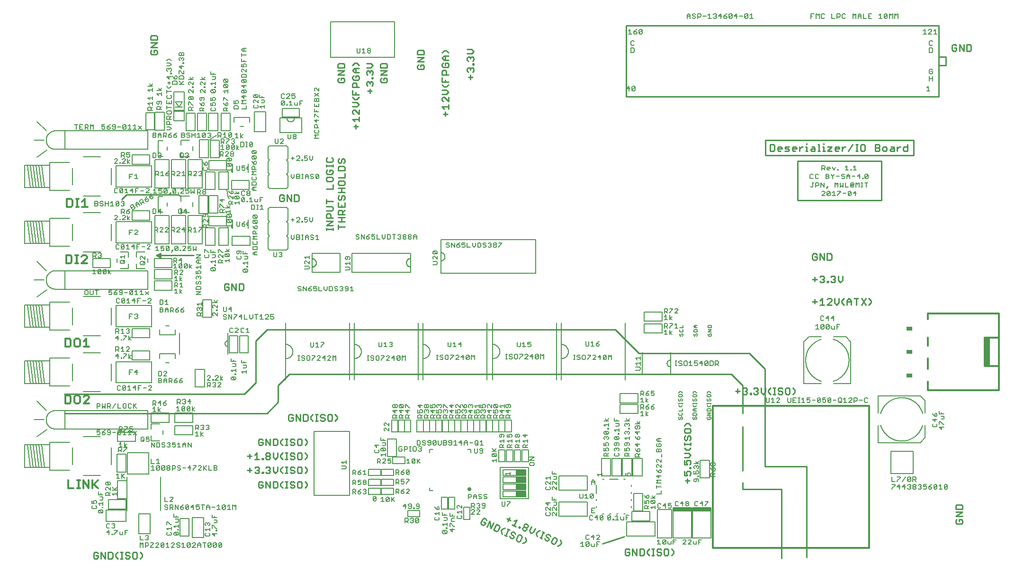
<source format=gto>
G75*
%MOIN*%
%OFA0B0*%
%FSLAX25Y25*%
%IPPOS*%
%LPD*%
%AMOC8*
5,1,8,0,0,1.08239X$1,22.5*
%
%ADD10C,0.01100*%
%ADD11C,0.01000*%
%ADD12C,0.00800*%
%ADD13C,0.00600*%
%ADD14C,0.00500*%
%ADD15C,0.01300*%
%ADD16R,0.07500X0.01250*%
%ADD17C,0.01200*%
%ADD18R,0.03000X0.20000*%
%ADD19R,0.04000X0.03000*%
%ADD20C,0.00700*%
%ADD21R,0.07000X0.04000*%
%ADD22R,0.13000X0.02500*%
%ADD23C,0.02756*%
D10*
X0176724Y0113183D02*
X0179727Y0113183D01*
X0178226Y0114684D02*
X0178226Y0111682D01*
X0181881Y0111682D02*
X0182632Y0110931D01*
X0184133Y0110931D01*
X0184883Y0111682D01*
X0184883Y0112432D01*
X0184133Y0113183D01*
X0183382Y0113183D01*
X0184133Y0113183D02*
X0184883Y0113934D01*
X0184883Y0114684D01*
X0184133Y0115435D01*
X0182632Y0115435D01*
X0181881Y0114684D01*
X0187037Y0111682D02*
X0187788Y0111682D01*
X0187788Y0110931D01*
X0187037Y0110931D01*
X0187037Y0111682D01*
X0189615Y0111682D02*
X0190366Y0110931D01*
X0191867Y0110931D01*
X0192618Y0111682D01*
X0192618Y0112432D01*
X0191867Y0113183D01*
X0191117Y0113183D01*
X0191867Y0113183D02*
X0192618Y0113934D01*
X0192618Y0114684D01*
X0191867Y0115435D01*
X0190366Y0115435D01*
X0189615Y0114684D01*
X0194772Y0115435D02*
X0194772Y0112432D01*
X0196273Y0110931D01*
X0197774Y0112432D01*
X0197774Y0115435D01*
X0199928Y0113934D02*
X0201430Y0115435D01*
X0203366Y0115435D02*
X0204867Y0115435D01*
X0204117Y0115435D02*
X0204117Y0110931D01*
X0204867Y0110931D02*
X0203366Y0110931D01*
X0201430Y0110931D02*
X0199928Y0112432D01*
X0199928Y0113934D01*
X0206803Y0113934D02*
X0206803Y0114684D01*
X0207554Y0115435D01*
X0209055Y0115435D01*
X0209806Y0114684D01*
X0209055Y0113183D02*
X0209806Y0112432D01*
X0209806Y0111682D01*
X0209055Y0110931D01*
X0207554Y0110931D01*
X0206803Y0111682D01*
X0207554Y0113183D02*
X0209055Y0113183D01*
X0207554Y0113183D02*
X0206803Y0113934D01*
X0211960Y0114684D02*
X0211960Y0111682D01*
X0212711Y0110931D01*
X0214212Y0110931D01*
X0214962Y0111682D01*
X0214962Y0114684D01*
X0214212Y0115435D01*
X0212711Y0115435D01*
X0211960Y0114684D01*
X0217116Y0115435D02*
X0218618Y0113934D01*
X0218618Y0112432D01*
X0217116Y0110931D01*
X0217116Y0105100D02*
X0218618Y0103599D01*
X0218618Y0102098D01*
X0217116Y0100596D01*
X0214962Y0101347D02*
X0214962Y0104350D01*
X0214212Y0105100D01*
X0212711Y0105100D01*
X0211960Y0104350D01*
X0211960Y0101347D01*
X0212711Y0100596D01*
X0214212Y0100596D01*
X0214962Y0101347D01*
X0209806Y0101347D02*
X0209055Y0100596D01*
X0207554Y0100596D01*
X0206803Y0101347D01*
X0207554Y0102848D02*
X0209055Y0102848D01*
X0209806Y0102098D01*
X0209806Y0101347D01*
X0207554Y0102848D02*
X0206803Y0103599D01*
X0206803Y0104350D01*
X0207554Y0105100D01*
X0209055Y0105100D01*
X0209806Y0104350D01*
X0204867Y0105100D02*
X0203366Y0105100D01*
X0204117Y0105100D02*
X0204117Y0100596D01*
X0204867Y0100596D02*
X0203366Y0100596D01*
X0201430Y0100596D02*
X0199928Y0102098D01*
X0199928Y0103599D01*
X0201430Y0105100D01*
X0197774Y0104350D02*
X0197024Y0105100D01*
X0194772Y0105100D01*
X0194772Y0100596D01*
X0197024Y0100596D01*
X0197774Y0101347D01*
X0197774Y0104350D01*
X0192618Y0105100D02*
X0192618Y0100596D01*
X0189615Y0105100D01*
X0189615Y0100596D01*
X0187462Y0101347D02*
X0187462Y0102848D01*
X0185960Y0102848D01*
X0184459Y0101347D02*
X0185210Y0100596D01*
X0186711Y0100596D01*
X0187462Y0101347D01*
X0187462Y0104350D02*
X0186711Y0105100D01*
X0185210Y0105100D01*
X0184459Y0104350D01*
X0184459Y0101347D01*
X0184883Y0120774D02*
X0181881Y0120774D01*
X0183382Y0120774D02*
X0183382Y0125277D01*
X0181881Y0123776D01*
X0179727Y0123026D02*
X0176724Y0123026D01*
X0178226Y0124527D02*
X0178226Y0121524D01*
X0187037Y0121524D02*
X0187788Y0121524D01*
X0187788Y0120774D01*
X0187037Y0120774D01*
X0187037Y0121524D01*
X0189615Y0121524D02*
X0189615Y0122275D01*
X0190366Y0123026D01*
X0191867Y0123026D01*
X0192618Y0122275D01*
X0192618Y0121524D01*
X0191867Y0120774D01*
X0190366Y0120774D01*
X0189615Y0121524D01*
X0190366Y0123026D02*
X0189615Y0123776D01*
X0189615Y0124527D01*
X0190366Y0125277D01*
X0191867Y0125277D01*
X0192618Y0124527D01*
X0192618Y0123776D01*
X0191867Y0123026D01*
X0194772Y0122275D02*
X0194772Y0125277D01*
X0194772Y0122275D02*
X0196273Y0120774D01*
X0197774Y0122275D01*
X0197774Y0125277D01*
X0199928Y0123776D02*
X0201430Y0125277D01*
X0203366Y0125277D02*
X0204867Y0125277D01*
X0204117Y0125277D02*
X0204117Y0120774D01*
X0204867Y0120774D02*
X0203366Y0120774D01*
X0201430Y0120774D02*
X0199928Y0122275D01*
X0199928Y0123776D01*
X0206803Y0123776D02*
X0207554Y0123026D01*
X0209055Y0123026D01*
X0209806Y0122275D01*
X0209806Y0121524D01*
X0209055Y0120774D01*
X0207554Y0120774D01*
X0206803Y0121524D01*
X0206803Y0123776D02*
X0206803Y0124527D01*
X0207554Y0125277D01*
X0209055Y0125277D01*
X0209806Y0124527D01*
X0211960Y0124527D02*
X0211960Y0121524D01*
X0212711Y0120774D01*
X0214212Y0120774D01*
X0214962Y0121524D01*
X0214962Y0124527D01*
X0214212Y0125277D01*
X0212711Y0125277D01*
X0211960Y0124527D01*
X0217116Y0125277D02*
X0218618Y0123776D01*
X0218618Y0122275D01*
X0217116Y0120774D01*
X0217116Y0130616D02*
X0218618Y0132117D01*
X0218618Y0133619D01*
X0217116Y0135120D01*
X0214962Y0134369D02*
X0214212Y0135120D01*
X0212711Y0135120D01*
X0211960Y0134369D01*
X0211960Y0131367D01*
X0212711Y0130616D01*
X0214212Y0130616D01*
X0214962Y0131367D01*
X0214962Y0134369D01*
X0209806Y0134369D02*
X0209055Y0135120D01*
X0207554Y0135120D01*
X0206803Y0134369D01*
X0206803Y0133619D01*
X0207554Y0132868D01*
X0209055Y0132868D01*
X0209806Y0132117D01*
X0209806Y0131367D01*
X0209055Y0130616D01*
X0207554Y0130616D01*
X0206803Y0131367D01*
X0204867Y0130616D02*
X0203366Y0130616D01*
X0204117Y0130616D02*
X0204117Y0135120D01*
X0204867Y0135120D02*
X0203366Y0135120D01*
X0201430Y0135120D02*
X0199928Y0133619D01*
X0199928Y0132117D01*
X0201430Y0130616D01*
X0197774Y0131367D02*
X0197774Y0134369D01*
X0197024Y0135120D01*
X0194772Y0135120D01*
X0194772Y0130616D01*
X0197024Y0130616D01*
X0197774Y0131367D01*
X0192618Y0130616D02*
X0192618Y0135120D01*
X0189615Y0135120D02*
X0192618Y0130616D01*
X0189615Y0130616D02*
X0189615Y0135120D01*
X0187462Y0134369D02*
X0186711Y0135120D01*
X0185210Y0135120D01*
X0184459Y0134369D01*
X0184459Y0131367D01*
X0185210Y0130616D01*
X0186711Y0130616D01*
X0187462Y0131367D01*
X0187462Y0132868D01*
X0185960Y0132868D01*
X0359283Y0078994D02*
X0362004Y0077725D01*
X0361278Y0079720D02*
X0360009Y0076999D01*
X0363004Y0074774D02*
X0365726Y0073505D01*
X0364365Y0074139D02*
X0366268Y0078221D01*
X0364273Y0077495D01*
X0367995Y0073275D02*
X0367678Y0072594D01*
X0368358Y0072277D01*
X0368675Y0072957D01*
X0367995Y0073275D01*
X0370331Y0072185D02*
X0370649Y0072865D01*
X0371646Y0073228D01*
X0373007Y0072594D01*
X0373370Y0071596D01*
X0373053Y0070916D01*
X0372055Y0070553D01*
X0370695Y0071188D01*
X0370331Y0072185D01*
X0371646Y0073228D02*
X0371283Y0074226D01*
X0371600Y0074906D01*
X0372598Y0075269D01*
X0373959Y0074635D01*
X0374322Y0073637D01*
X0374004Y0072957D01*
X0373007Y0072594D01*
X0375322Y0070686D02*
X0376591Y0073407D01*
X0375322Y0070686D02*
X0376048Y0068691D01*
X0378043Y0069417D01*
X0379312Y0072138D01*
X0380630Y0069868D02*
X0382625Y0070594D01*
X0384380Y0069775D02*
X0385740Y0069141D01*
X0385060Y0069458D02*
X0383157Y0065376D01*
X0383837Y0065059D02*
X0382476Y0065694D01*
X0380721Y0066512D02*
X0379995Y0068507D01*
X0380630Y0069868D01*
X0386861Y0066962D02*
X0387224Y0065964D01*
X0388584Y0065330D01*
X0388948Y0064332D01*
X0388630Y0063652D01*
X0387633Y0063289D01*
X0386272Y0063924D01*
X0385909Y0064921D01*
X0386861Y0066962D02*
X0387178Y0067642D01*
X0388176Y0068005D01*
X0389536Y0067371D01*
X0389899Y0066373D01*
X0391851Y0065463D02*
X0390582Y0062742D01*
X0390945Y0061744D01*
X0392306Y0061110D01*
X0393304Y0061473D01*
X0394572Y0064194D01*
X0394209Y0065192D01*
X0392849Y0065826D01*
X0391851Y0065463D01*
X0396842Y0063964D02*
X0397568Y0061969D01*
X0396933Y0060609D01*
X0394938Y0059882D01*
X0442503Y0056953D02*
X0442503Y0053950D01*
X0443253Y0053200D01*
X0444755Y0053200D01*
X0445505Y0053950D01*
X0445505Y0055452D01*
X0444004Y0055452D01*
X0442503Y0056953D02*
X0443253Y0057703D01*
X0444755Y0057703D01*
X0445505Y0056953D01*
X0447659Y0057703D02*
X0447659Y0053200D01*
X0450662Y0053200D02*
X0447659Y0057703D01*
X0450662Y0057703D02*
X0450662Y0053200D01*
X0452816Y0053200D02*
X0455067Y0053200D01*
X0455818Y0053950D01*
X0455818Y0056953D01*
X0455067Y0057703D01*
X0452816Y0057703D01*
X0452816Y0053200D01*
X0457972Y0054701D02*
X0457972Y0056202D01*
X0459473Y0057703D01*
X0461410Y0057703D02*
X0462911Y0057703D01*
X0462160Y0057703D02*
X0462160Y0053200D01*
X0461410Y0053200D02*
X0462911Y0053200D01*
X0464847Y0053950D02*
X0465598Y0053200D01*
X0467099Y0053200D01*
X0467850Y0053950D01*
X0467850Y0054701D01*
X0467099Y0055452D01*
X0465598Y0055452D01*
X0464847Y0056202D01*
X0464847Y0056953D01*
X0465598Y0057703D01*
X0467099Y0057703D01*
X0467850Y0056953D01*
X0470004Y0056953D02*
X0470004Y0053950D01*
X0470754Y0053200D01*
X0472255Y0053200D01*
X0473006Y0053950D01*
X0473006Y0056953D01*
X0472255Y0057703D01*
X0470754Y0057703D01*
X0470004Y0056953D01*
X0475160Y0057703D02*
X0476661Y0056202D01*
X0476661Y0054701D01*
X0475160Y0053200D01*
X0459473Y0053200D02*
X0457972Y0054701D01*
X0486355Y0104151D02*
X0486355Y0107154D01*
X0484854Y0105653D02*
X0487856Y0105653D01*
X0487856Y0109308D02*
X0488607Y0110058D01*
X0488607Y0111560D01*
X0487856Y0112310D01*
X0486355Y0112310D01*
X0485604Y0111560D01*
X0485604Y0110809D01*
X0486355Y0109308D01*
X0484103Y0109308D01*
X0484103Y0112310D01*
X0487856Y0114464D02*
X0487856Y0115215D01*
X0488607Y0115215D01*
X0488607Y0114464D01*
X0487856Y0114464D01*
X0487856Y0117042D02*
X0488607Y0117793D01*
X0488607Y0119294D01*
X0487856Y0120045D01*
X0486355Y0120045D01*
X0485604Y0119294D01*
X0485604Y0118544D01*
X0486355Y0117042D01*
X0484103Y0117042D01*
X0484103Y0120045D01*
X0484103Y0122199D02*
X0487106Y0122199D01*
X0488607Y0123700D01*
X0487106Y0125201D01*
X0484103Y0125201D01*
X0485604Y0127355D02*
X0484103Y0128856D01*
X0484103Y0130793D02*
X0484103Y0132294D01*
X0484103Y0131543D02*
X0488607Y0131543D01*
X0488607Y0130793D02*
X0488607Y0132294D01*
X0487856Y0134230D02*
X0488607Y0134981D01*
X0488607Y0136482D01*
X0487856Y0137233D01*
X0487106Y0137233D01*
X0486355Y0136482D01*
X0486355Y0134981D01*
X0485604Y0134230D01*
X0484854Y0134230D01*
X0484103Y0134981D01*
X0484103Y0136482D01*
X0484854Y0137233D01*
X0484854Y0139387D02*
X0487856Y0139387D01*
X0488607Y0140137D01*
X0488607Y0141639D01*
X0487856Y0142389D01*
X0484854Y0142389D01*
X0484103Y0141639D01*
X0484103Y0140137D01*
X0484854Y0139387D01*
X0484103Y0144543D02*
X0485604Y0146044D01*
X0487106Y0146044D01*
X0488607Y0144543D01*
X0488607Y0128856D02*
X0487106Y0127355D01*
X0485604Y0127355D01*
X0521610Y0167255D02*
X0521610Y0170257D01*
X0520109Y0168756D02*
X0523112Y0168756D01*
X0525265Y0167255D02*
X0526016Y0166504D01*
X0527517Y0166504D01*
X0528268Y0167255D01*
X0528268Y0168005D01*
X0527517Y0168756D01*
X0526767Y0168756D01*
X0527517Y0168756D02*
X0528268Y0169507D01*
X0528268Y0170257D01*
X0527517Y0171008D01*
X0526016Y0171008D01*
X0525265Y0170257D01*
X0530422Y0167255D02*
X0531172Y0167255D01*
X0531172Y0166504D01*
X0530422Y0166504D01*
X0530422Y0167255D01*
X0533000Y0167255D02*
X0533751Y0166504D01*
X0535252Y0166504D01*
X0536003Y0167255D01*
X0536003Y0168005D01*
X0535252Y0168756D01*
X0534501Y0168756D01*
X0535252Y0168756D02*
X0536003Y0169507D01*
X0536003Y0170257D01*
X0535252Y0171008D01*
X0533751Y0171008D01*
X0533000Y0170257D01*
X0538156Y0171008D02*
X0538156Y0168005D01*
X0539658Y0166504D01*
X0541159Y0168005D01*
X0541159Y0171008D01*
X0543313Y0169507D02*
X0544814Y0171008D01*
X0546750Y0171008D02*
X0548252Y0171008D01*
X0547501Y0171008D02*
X0547501Y0166504D01*
X0546750Y0166504D02*
X0548252Y0166504D01*
X0550188Y0167255D02*
X0550939Y0166504D01*
X0552440Y0166504D01*
X0553191Y0167255D01*
X0553191Y0168005D01*
X0552440Y0168756D01*
X0550939Y0168756D01*
X0550188Y0169507D01*
X0550188Y0170257D01*
X0550939Y0171008D01*
X0552440Y0171008D01*
X0553191Y0170257D01*
X0555344Y0170257D02*
X0555344Y0167255D01*
X0556095Y0166504D01*
X0557596Y0166504D01*
X0558347Y0167255D01*
X0558347Y0170257D01*
X0557596Y0171008D01*
X0556095Y0171008D01*
X0555344Y0170257D01*
X0560501Y0171008D02*
X0562002Y0169507D01*
X0562002Y0168005D01*
X0560501Y0166504D01*
X0544814Y0166504D02*
X0543313Y0168005D01*
X0543313Y0169507D01*
X0544658Y0337801D02*
X0546910Y0337801D01*
X0547661Y0338552D01*
X0547661Y0341554D01*
X0546910Y0342305D01*
X0544658Y0342305D01*
X0544658Y0337801D01*
X0549814Y0338552D02*
X0549814Y0340053D01*
X0550565Y0340804D01*
X0552066Y0340804D01*
X0552817Y0340053D01*
X0552817Y0339302D01*
X0549814Y0339302D01*
X0549814Y0338552D02*
X0550565Y0337801D01*
X0552066Y0337801D01*
X0554971Y0337801D02*
X0557223Y0337801D01*
X0557973Y0338552D01*
X0557223Y0339302D01*
X0555721Y0339302D01*
X0554971Y0340053D01*
X0555721Y0340804D01*
X0557973Y0340804D01*
X0560127Y0340053D02*
X0560878Y0340804D01*
X0562379Y0340804D01*
X0563130Y0340053D01*
X0563130Y0339302D01*
X0560127Y0339302D01*
X0560127Y0338552D02*
X0560127Y0340053D01*
X0560127Y0338552D02*
X0560878Y0337801D01*
X0562379Y0337801D01*
X0565284Y0337801D02*
X0565284Y0340804D01*
X0566785Y0340804D02*
X0567536Y0340804D01*
X0566785Y0340804D02*
X0565284Y0339302D01*
X0569581Y0337801D02*
X0571082Y0337801D01*
X0570331Y0337801D02*
X0570331Y0340804D01*
X0569581Y0340804D01*
X0570331Y0342305D02*
X0570331Y0343056D01*
X0573769Y0340804D02*
X0575270Y0340804D01*
X0576021Y0340053D01*
X0576021Y0337801D01*
X0573769Y0337801D01*
X0573018Y0338552D01*
X0573769Y0339302D01*
X0576021Y0339302D01*
X0578175Y0337801D02*
X0579676Y0337801D01*
X0578925Y0337801D02*
X0578925Y0342305D01*
X0578175Y0342305D01*
X0581612Y0340804D02*
X0582363Y0340804D01*
X0582363Y0337801D01*
X0581612Y0337801D02*
X0583114Y0337801D01*
X0585050Y0337801D02*
X0588052Y0337801D01*
X0590206Y0338552D02*
X0590206Y0340053D01*
X0590957Y0340804D01*
X0592458Y0340804D01*
X0593209Y0340053D01*
X0593209Y0339302D01*
X0590206Y0339302D01*
X0590206Y0338552D02*
X0590957Y0337801D01*
X0592458Y0337801D01*
X0595363Y0337801D02*
X0595363Y0340804D01*
X0596864Y0340804D02*
X0597615Y0340804D01*
X0596864Y0340804D02*
X0595363Y0339302D01*
X0599660Y0337801D02*
X0602662Y0342305D01*
X0604816Y0342305D02*
X0606317Y0342305D01*
X0605567Y0342305D02*
X0605567Y0337801D01*
X0606317Y0337801D02*
X0604816Y0337801D01*
X0608254Y0338552D02*
X0609004Y0337801D01*
X0610506Y0337801D01*
X0611256Y0338552D01*
X0611256Y0341554D01*
X0610506Y0342305D01*
X0609004Y0342305D01*
X0608254Y0341554D01*
X0608254Y0338552D01*
X0618566Y0337801D02*
X0620818Y0337801D01*
X0621569Y0338552D01*
X0621569Y0339302D01*
X0620818Y0340053D01*
X0618566Y0340053D01*
X0618566Y0337801D02*
X0618566Y0342305D01*
X0620818Y0342305D01*
X0621569Y0341554D01*
X0621569Y0340804D01*
X0620818Y0340053D01*
X0623723Y0340053D02*
X0623723Y0338552D01*
X0624473Y0337801D01*
X0625975Y0337801D01*
X0626725Y0338552D01*
X0626725Y0340053D01*
X0625975Y0340804D01*
X0624473Y0340804D01*
X0623723Y0340053D01*
X0628879Y0338552D02*
X0629630Y0337801D01*
X0631882Y0337801D01*
X0631882Y0340053D01*
X0631131Y0340804D01*
X0629630Y0340804D01*
X0629630Y0339302D02*
X0631882Y0339302D01*
X0634036Y0339302D02*
X0635537Y0340804D01*
X0636288Y0340804D01*
X0638333Y0340053D02*
X0639083Y0340804D01*
X0641335Y0340804D01*
X0641335Y0342305D02*
X0641335Y0337801D01*
X0639083Y0337801D01*
X0638333Y0338552D01*
X0638333Y0340053D01*
X0634036Y0340804D02*
X0634036Y0337801D01*
X0629630Y0339302D02*
X0628879Y0338552D01*
X0588052Y0340804D02*
X0585050Y0337801D01*
X0585050Y0340804D02*
X0588052Y0340804D01*
X0582363Y0342305D02*
X0582363Y0343056D01*
X0274911Y0386906D02*
X0274911Y0388407D01*
X0274161Y0389158D01*
X0272659Y0389158D01*
X0272659Y0387657D01*
X0271158Y0389158D02*
X0270408Y0388407D01*
X0270408Y0386906D01*
X0271158Y0386156D01*
X0274161Y0386156D01*
X0274911Y0386906D01*
X0274911Y0391312D02*
X0270408Y0391312D01*
X0274911Y0394315D01*
X0270408Y0394315D01*
X0270408Y0396468D02*
X0270408Y0398720D01*
X0271158Y0399471D01*
X0274161Y0399471D01*
X0274911Y0398720D01*
X0274911Y0396468D01*
X0270408Y0396468D01*
X0265069Y0397970D02*
X0263568Y0399471D01*
X0260565Y0399471D01*
X0260565Y0396468D02*
X0263568Y0396468D01*
X0265069Y0397970D01*
X0264318Y0394315D02*
X0265069Y0393564D01*
X0265069Y0392063D01*
X0264318Y0391312D01*
X0264318Y0389484D02*
X0265069Y0389484D01*
X0265069Y0388734D01*
X0264318Y0388734D01*
X0264318Y0389484D01*
X0264318Y0386580D02*
X0265069Y0385829D01*
X0265069Y0384328D01*
X0264318Y0383577D01*
X0262817Y0385079D02*
X0262817Y0385829D01*
X0263568Y0386580D01*
X0264318Y0386580D01*
X0262817Y0385829D02*
X0262066Y0386580D01*
X0261316Y0386580D01*
X0260565Y0385829D01*
X0260565Y0384328D01*
X0261316Y0383577D01*
X0262817Y0381424D02*
X0262817Y0378421D01*
X0261316Y0379922D02*
X0264318Y0379922D01*
X0255226Y0377562D02*
X0250723Y0377562D01*
X0250723Y0380564D01*
X0250723Y0382718D02*
X0250723Y0384970D01*
X0251473Y0385720D01*
X0252974Y0385720D01*
X0253725Y0384970D01*
X0253725Y0382718D01*
X0255226Y0382718D02*
X0250723Y0382718D01*
X0252974Y0379063D02*
X0252974Y0377562D01*
X0250723Y0375625D02*
X0252224Y0374124D01*
X0253725Y0374124D01*
X0255226Y0375625D01*
X0253725Y0371970D02*
X0250723Y0371970D01*
X0253725Y0371970D02*
X0255226Y0370469D01*
X0253725Y0368968D01*
X0250723Y0368968D01*
X0251473Y0366814D02*
X0250723Y0366063D01*
X0250723Y0364562D01*
X0251473Y0363811D01*
X0251473Y0366814D02*
X0252224Y0366814D01*
X0255226Y0363811D01*
X0255226Y0366814D01*
X0255226Y0361657D02*
X0255226Y0358655D01*
X0255226Y0360156D02*
X0250723Y0360156D01*
X0252224Y0358655D01*
X0252974Y0356501D02*
X0252974Y0353498D01*
X0251473Y0355000D02*
X0254476Y0355000D01*
X0236004Y0333100D02*
X0236755Y0332350D01*
X0236755Y0330849D01*
X0236004Y0330098D01*
X0233002Y0330098D01*
X0232251Y0330849D01*
X0232251Y0332350D01*
X0233002Y0333100D01*
X0232251Y0328162D02*
X0232251Y0326660D01*
X0232251Y0327411D02*
X0236755Y0327411D01*
X0236755Y0326660D02*
X0236755Y0328162D01*
X0236004Y0324506D02*
X0234503Y0324506D01*
X0234503Y0323005D01*
X0236004Y0321504D02*
X0236755Y0322255D01*
X0236755Y0323756D01*
X0236004Y0324506D01*
X0236004Y0321504D02*
X0233002Y0321504D01*
X0232251Y0322255D01*
X0232251Y0323756D01*
X0233002Y0324506D01*
X0233002Y0319350D02*
X0232251Y0318599D01*
X0232251Y0317098D01*
X0233002Y0316348D01*
X0236004Y0316348D01*
X0236755Y0317098D01*
X0236755Y0318599D01*
X0236004Y0319350D01*
X0233002Y0319350D01*
X0236755Y0314194D02*
X0236755Y0311191D01*
X0232251Y0311191D01*
X0232251Y0303881D02*
X0232251Y0300878D01*
X0232251Y0302380D02*
X0236755Y0302380D01*
X0236004Y0298724D02*
X0232251Y0298724D01*
X0232251Y0295722D02*
X0236004Y0295722D01*
X0236755Y0296473D01*
X0236755Y0297974D01*
X0236004Y0298724D01*
X0240651Y0298300D02*
X0245155Y0298300D01*
X0245155Y0301303D01*
X0244404Y0303457D02*
X0245155Y0304207D01*
X0245155Y0305708D01*
X0244404Y0306459D01*
X0243653Y0306459D01*
X0242903Y0305708D01*
X0242903Y0304207D01*
X0242152Y0303457D01*
X0241402Y0303457D01*
X0240651Y0304207D01*
X0240651Y0305708D01*
X0241402Y0306459D01*
X0240651Y0308613D02*
X0245155Y0308613D01*
X0242903Y0308613D02*
X0242903Y0311615D01*
X0240651Y0311615D02*
X0245155Y0311615D01*
X0244404Y0313769D02*
X0245155Y0314520D01*
X0245155Y0316021D01*
X0244404Y0316772D01*
X0241402Y0316772D01*
X0240651Y0316021D01*
X0240651Y0314520D01*
X0241402Y0313769D01*
X0244404Y0313769D01*
X0245155Y0318926D02*
X0245155Y0321928D01*
X0245155Y0324082D02*
X0245155Y0326334D01*
X0244404Y0327085D01*
X0241402Y0327085D01*
X0240651Y0326334D01*
X0240651Y0324082D01*
X0245155Y0324082D01*
X0245155Y0318926D02*
X0240651Y0318926D01*
X0241402Y0329239D02*
X0242152Y0329239D01*
X0242903Y0329989D01*
X0242903Y0331490D01*
X0243653Y0332241D01*
X0244404Y0332241D01*
X0245155Y0331490D01*
X0245155Y0329989D01*
X0244404Y0329239D01*
X0241402Y0329239D02*
X0240651Y0329989D01*
X0240651Y0331490D01*
X0241402Y0332241D01*
X0240651Y0301303D02*
X0240651Y0298300D01*
X0242903Y0298300D02*
X0242903Y0299801D01*
X0242903Y0296146D02*
X0243653Y0295396D01*
X0243653Y0293144D01*
X0243653Y0294645D02*
X0245155Y0296146D01*
X0242903Y0296146D02*
X0241402Y0296146D01*
X0240651Y0295396D01*
X0240651Y0293144D01*
X0245155Y0293144D01*
X0245155Y0290990D02*
X0240651Y0290990D01*
X0242903Y0290990D02*
X0242903Y0287987D01*
X0245155Y0287987D02*
X0240651Y0287987D01*
X0240651Y0285833D02*
X0240651Y0282831D01*
X0240651Y0284332D02*
X0245155Y0284332D01*
X0236755Y0283473D02*
X0236755Y0281972D01*
X0236755Y0282722D02*
X0232251Y0282722D01*
X0232251Y0281972D02*
X0232251Y0283473D01*
X0232251Y0285409D02*
X0236755Y0288412D01*
X0232251Y0288412D01*
X0232251Y0290566D02*
X0232251Y0292817D01*
X0233002Y0293568D01*
X0234503Y0293568D01*
X0235253Y0292817D01*
X0235253Y0290566D01*
X0236755Y0290566D02*
X0232251Y0290566D01*
X0232251Y0285409D02*
X0236755Y0285409D01*
X0241139Y0386156D02*
X0244141Y0386156D01*
X0244892Y0386906D01*
X0244892Y0388407D01*
X0244141Y0389158D01*
X0242640Y0389158D01*
X0242640Y0387657D01*
X0241139Y0389158D02*
X0240388Y0388407D01*
X0240388Y0386906D01*
X0241139Y0386156D01*
X0240388Y0391312D02*
X0244892Y0394315D01*
X0240388Y0394315D01*
X0240388Y0396468D02*
X0240388Y0398720D01*
X0241139Y0399471D01*
X0244141Y0399471D01*
X0244892Y0398720D01*
X0244892Y0396468D01*
X0240388Y0396468D01*
X0240388Y0391312D02*
X0244892Y0391312D01*
X0250723Y0390126D02*
X0250723Y0388625D01*
X0251473Y0387874D01*
X0254476Y0387874D01*
X0255226Y0388625D01*
X0255226Y0390126D01*
X0254476Y0390877D01*
X0252974Y0390877D01*
X0252974Y0389376D01*
X0251473Y0390877D02*
X0250723Y0390126D01*
X0252224Y0393031D02*
X0250723Y0394532D01*
X0252224Y0396033D01*
X0255226Y0396033D01*
X0255226Y0398187D02*
X0253725Y0399688D01*
X0252224Y0399688D01*
X0250723Y0398187D01*
X0252974Y0396033D02*
X0252974Y0393031D01*
X0252224Y0393031D02*
X0255226Y0393031D01*
X0260565Y0393564D02*
X0261316Y0394315D01*
X0262066Y0394315D01*
X0262817Y0393564D01*
X0263568Y0394315D01*
X0264318Y0394315D01*
X0262817Y0393564D02*
X0262817Y0392813D01*
X0261316Y0391312D02*
X0260565Y0392063D01*
X0260565Y0393564D01*
D11*
X0068437Y0051609D02*
X0069204Y0050842D01*
X0070739Y0050842D01*
X0071506Y0051609D01*
X0071506Y0053144D01*
X0069972Y0053144D01*
X0071506Y0054678D02*
X0070739Y0055446D01*
X0069204Y0055446D01*
X0068437Y0054678D01*
X0068437Y0051609D01*
X0073593Y0050842D02*
X0073593Y0055446D01*
X0076663Y0050842D01*
X0076663Y0055446D01*
X0078750Y0055446D02*
X0081052Y0055446D01*
X0081819Y0054678D01*
X0081819Y0051609D01*
X0081052Y0050842D01*
X0078750Y0050842D01*
X0078750Y0055446D01*
X0083906Y0053911D02*
X0085441Y0055446D01*
X0087344Y0055446D02*
X0088878Y0055446D01*
X0088111Y0055446D02*
X0088111Y0050842D01*
X0087344Y0050842D02*
X0088878Y0050842D01*
X0090781Y0051609D02*
X0091549Y0050842D01*
X0093083Y0050842D01*
X0093851Y0051609D01*
X0093851Y0052376D01*
X0093083Y0053144D01*
X0091549Y0053144D01*
X0090781Y0053911D01*
X0090781Y0054678D01*
X0091549Y0055446D01*
X0093083Y0055446D01*
X0093851Y0054678D01*
X0095938Y0054678D02*
X0095938Y0051609D01*
X0096705Y0050842D01*
X0098240Y0050842D01*
X0099007Y0051609D01*
X0099007Y0054678D01*
X0098240Y0055446D01*
X0096705Y0055446D01*
X0095938Y0054678D01*
X0101094Y0055446D02*
X0102629Y0053911D01*
X0102629Y0052376D01*
X0101094Y0050842D01*
X0085441Y0050842D02*
X0083906Y0052376D01*
X0083906Y0053911D01*
X0205740Y0148558D02*
X0206507Y0147791D01*
X0208042Y0147791D01*
X0208809Y0148558D01*
X0208809Y0150092D01*
X0207275Y0150092D01*
X0205740Y0151627D02*
X0205740Y0148558D01*
X0205740Y0151627D02*
X0206507Y0152394D01*
X0208042Y0152394D01*
X0208809Y0151627D01*
X0210897Y0152394D02*
X0213966Y0147791D01*
X0213966Y0152394D01*
X0216053Y0152394D02*
X0218355Y0152394D01*
X0219122Y0151627D01*
X0219122Y0148558D01*
X0218355Y0147791D01*
X0216053Y0147791D01*
X0216053Y0152394D01*
X0210897Y0152394D02*
X0210897Y0147791D01*
X0221209Y0149325D02*
X0221209Y0150860D01*
X0222744Y0152394D01*
X0224647Y0152394D02*
X0226182Y0152394D01*
X0225414Y0152394D02*
X0225414Y0147791D01*
X0224647Y0147791D02*
X0226182Y0147791D01*
X0228085Y0148558D02*
X0228852Y0147791D01*
X0230387Y0147791D01*
X0231154Y0148558D01*
X0231154Y0149325D01*
X0230387Y0150092D01*
X0228852Y0150092D01*
X0228085Y0150860D01*
X0228085Y0151627D01*
X0228852Y0152394D01*
X0230387Y0152394D01*
X0231154Y0151627D01*
X0233241Y0151627D02*
X0233241Y0148558D01*
X0234008Y0147791D01*
X0235543Y0147791D01*
X0236310Y0148558D01*
X0236310Y0151627D01*
X0235543Y0152394D01*
X0234008Y0152394D01*
X0233241Y0151627D01*
X0238397Y0152394D02*
X0239932Y0150860D01*
X0239932Y0149325D01*
X0238397Y0147791D01*
X0222744Y0147791D02*
X0221209Y0149325D01*
X0198350Y0160917D02*
X0190476Y0153043D01*
X0047760Y0153043D01*
X0047760Y0166823D02*
X0174728Y0166823D01*
X0182602Y0174697D01*
X0182602Y0204224D01*
X0190476Y0212098D01*
X0435555Y0212098D01*
X0452287Y0195366D01*
X0530043Y0195366D01*
X0540870Y0184539D01*
X0540870Y0115642D01*
X0570398Y0115642D01*
X0570398Y0051665D01*
X0552681Y0051173D02*
X0552681Y0099894D01*
X0525122Y0099894D01*
X0525122Y0104323D01*
X0525122Y0112689D02*
X0525122Y0143693D01*
X0525122Y0153043D02*
X0525122Y0172728D01*
X0517248Y0180602D01*
X0206224Y0180602D01*
X0198350Y0172728D01*
X0198350Y0160917D01*
X0173127Y0239818D02*
X0170825Y0239818D01*
X0170825Y0244422D01*
X0173127Y0244422D01*
X0173894Y0243655D01*
X0173894Y0240585D01*
X0173127Y0239818D01*
X0168737Y0239818D02*
X0168737Y0244422D01*
X0165668Y0244422D02*
X0168737Y0239818D01*
X0165668Y0239818D02*
X0165668Y0244422D01*
X0163581Y0243655D02*
X0162814Y0244422D01*
X0161279Y0244422D01*
X0160512Y0243655D01*
X0160512Y0240585D01*
X0161279Y0239818D01*
X0162814Y0239818D01*
X0163581Y0240585D01*
X0163581Y0242120D01*
X0162046Y0242120D01*
X0138803Y0264264D02*
X0112720Y0264264D01*
X0115673Y0262787D01*
X0115673Y0265740D01*
X0112720Y0264264D01*
X0115181Y0264756D02*
X0115181Y0263772D01*
X0129453Y0306094D02*
X0127976Y0307079D01*
X0091559Y0307079D01*
X0088114Y0303634D01*
X0199406Y0303154D02*
X0200173Y0302387D01*
X0201707Y0302387D01*
X0202475Y0303154D01*
X0202475Y0304689D01*
X0200940Y0304689D01*
X0199406Y0306223D02*
X0199406Y0303154D01*
X0199406Y0306223D02*
X0200173Y0306991D01*
X0201707Y0306991D01*
X0202475Y0306223D01*
X0204562Y0306991D02*
X0207631Y0302387D01*
X0207631Y0306991D01*
X0209718Y0306991D02*
X0209718Y0302387D01*
X0212020Y0302387D01*
X0212788Y0303154D01*
X0212788Y0306223D01*
X0212020Y0306991D01*
X0209718Y0306991D01*
X0204562Y0306991D02*
X0204562Y0302387D01*
X0313665Y0368974D02*
X0318269Y0368974D01*
X0318269Y0367439D02*
X0318269Y0370509D01*
X0318269Y0372596D02*
X0315199Y0375665D01*
X0314432Y0375665D01*
X0313665Y0374898D01*
X0313665Y0373363D01*
X0314432Y0372596D01*
X0313665Y0368974D02*
X0315199Y0367439D01*
X0315967Y0365352D02*
X0315967Y0362283D01*
X0314432Y0363818D02*
X0317501Y0363818D01*
X0318269Y0372596D02*
X0318269Y0375665D01*
X0316734Y0377752D02*
X0318269Y0379287D01*
X0316734Y0380821D01*
X0313665Y0380821D01*
X0315199Y0382909D02*
X0313665Y0384443D01*
X0313665Y0386346D02*
X0313665Y0389415D01*
X0313665Y0391503D02*
X0313665Y0393805D01*
X0314432Y0394572D01*
X0315967Y0394572D01*
X0316734Y0393805D01*
X0316734Y0391503D01*
X0318269Y0391503D02*
X0313665Y0391503D01*
X0315967Y0387881D02*
X0315967Y0386346D01*
X0318269Y0386346D02*
X0313665Y0386346D01*
X0315199Y0382909D02*
X0316734Y0382909D01*
X0318269Y0384443D01*
X0316734Y0377752D02*
X0313665Y0377752D01*
X0332188Y0389724D02*
X0335257Y0389724D01*
X0333722Y0388190D02*
X0333722Y0391259D01*
X0332188Y0393346D02*
X0331420Y0394114D01*
X0331420Y0395648D01*
X0332188Y0396416D01*
X0332955Y0396416D01*
X0333722Y0395648D01*
X0334490Y0396416D01*
X0335257Y0396416D01*
X0336024Y0395648D01*
X0336024Y0394114D01*
X0335257Y0393346D01*
X0333722Y0394881D02*
X0333722Y0395648D01*
X0335257Y0398503D02*
X0335257Y0399270D01*
X0336024Y0399270D01*
X0336024Y0398503D01*
X0335257Y0398503D01*
X0335257Y0401081D02*
X0336024Y0401848D01*
X0336024Y0403383D01*
X0335257Y0404150D01*
X0334490Y0404150D01*
X0333722Y0403383D01*
X0333722Y0402615D01*
X0333722Y0403383D02*
X0332955Y0404150D01*
X0332188Y0404150D01*
X0331420Y0403383D01*
X0331420Y0401848D01*
X0332188Y0401081D01*
X0331420Y0406237D02*
X0334490Y0406237D01*
X0336024Y0407772D01*
X0334490Y0409307D01*
X0331420Y0409307D01*
X0318269Y0406972D02*
X0316734Y0408506D01*
X0315199Y0408506D01*
X0313665Y0406972D01*
X0315199Y0404885D02*
X0313665Y0403350D01*
X0315199Y0401815D01*
X0318269Y0401815D01*
X0317501Y0399728D02*
X0315967Y0399728D01*
X0315967Y0398194D01*
X0317501Y0399728D02*
X0318269Y0398961D01*
X0318269Y0397426D01*
X0317501Y0396659D01*
X0314432Y0396659D01*
X0313665Y0397426D01*
X0313665Y0398961D01*
X0314432Y0399728D01*
X0315967Y0401815D02*
X0315967Y0404885D01*
X0315199Y0404885D02*
X0318269Y0404885D01*
X0301013Y0405745D02*
X0301013Y0408047D01*
X0300245Y0408814D01*
X0297176Y0408814D01*
X0296409Y0408047D01*
X0296409Y0405745D01*
X0301013Y0405745D01*
X0301013Y0403658D02*
X0296409Y0403658D01*
X0296409Y0400589D02*
X0301013Y0403658D01*
X0301013Y0400589D02*
X0296409Y0400589D01*
X0297176Y0398502D02*
X0296409Y0397734D01*
X0296409Y0396200D01*
X0297176Y0395432D01*
X0300245Y0395432D01*
X0301013Y0396200D01*
X0301013Y0397734D01*
X0300245Y0398502D01*
X0298711Y0398502D01*
X0298711Y0396967D01*
X0443091Y0376185D02*
X0663091Y0376185D01*
X0663091Y0398185D01*
X0668091Y0398185D01*
X0668091Y0404185D01*
X0663091Y0404185D01*
X0663091Y0398185D01*
X0663091Y0404185D02*
X0663091Y0426185D01*
X0443091Y0426185D01*
X0443091Y0376185D01*
X0541358Y0345465D02*
X0541358Y0334638D01*
X0645689Y0334638D01*
X0645689Y0345465D01*
X0541358Y0345465D01*
X0563996Y0330701D02*
X0623051Y0330701D01*
X0623051Y0303142D01*
X0563996Y0303142D01*
X0563996Y0330701D01*
X0575165Y0265583D02*
X0574398Y0264816D01*
X0574398Y0261747D01*
X0575165Y0260980D01*
X0576700Y0260980D01*
X0577467Y0261747D01*
X0577467Y0263281D01*
X0575932Y0263281D01*
X0577467Y0264816D02*
X0576700Y0265583D01*
X0575165Y0265583D01*
X0579554Y0265583D02*
X0582623Y0260980D01*
X0582623Y0265583D01*
X0584710Y0265583D02*
X0584710Y0260980D01*
X0587012Y0260980D01*
X0587780Y0261747D01*
X0587780Y0264816D01*
X0587012Y0265583D01*
X0584710Y0265583D01*
X0579554Y0265583D02*
X0579554Y0260980D01*
X0580321Y0249835D02*
X0581856Y0249835D01*
X0582623Y0249068D01*
X0582623Y0248301D01*
X0581856Y0247533D01*
X0582623Y0246766D01*
X0582623Y0245999D01*
X0581856Y0245231D01*
X0580321Y0245231D01*
X0579554Y0245999D01*
X0581089Y0247533D02*
X0581856Y0247533D01*
X0579554Y0249068D02*
X0580321Y0249835D01*
X0577467Y0247533D02*
X0574398Y0247533D01*
X0575932Y0245999D02*
X0575932Y0249068D01*
X0584710Y0245999D02*
X0585478Y0245999D01*
X0585478Y0245231D01*
X0584710Y0245231D01*
X0584710Y0245999D01*
X0587289Y0245999D02*
X0588056Y0245231D01*
X0589591Y0245231D01*
X0590358Y0245999D01*
X0590358Y0246766D01*
X0589591Y0247533D01*
X0588823Y0247533D01*
X0589591Y0247533D02*
X0590358Y0248301D01*
X0590358Y0249068D01*
X0589591Y0249835D01*
X0588056Y0249835D01*
X0587289Y0249068D01*
X0592445Y0249835D02*
X0592445Y0246766D01*
X0593980Y0245231D01*
X0595514Y0246766D01*
X0595514Y0249835D01*
X0596558Y0234087D02*
X0595023Y0232553D01*
X0595023Y0231018D01*
X0596558Y0229483D01*
X0598461Y0229483D02*
X0598461Y0232553D01*
X0599995Y0234087D01*
X0601530Y0232553D01*
X0601530Y0229483D01*
X0601530Y0231785D02*
X0598461Y0231785D01*
X0592936Y0231018D02*
X0592936Y0234087D01*
X0592936Y0231018D02*
X0591401Y0229483D01*
X0589867Y0231018D01*
X0589867Y0234087D01*
X0587780Y0233320D02*
X0587012Y0234087D01*
X0585478Y0234087D01*
X0584710Y0233320D01*
X0587780Y0233320D02*
X0587780Y0232553D01*
X0584710Y0229483D01*
X0587780Y0229483D01*
X0582623Y0229483D02*
X0579554Y0229483D01*
X0581089Y0229483D02*
X0581089Y0234087D01*
X0579554Y0232553D01*
X0577467Y0231785D02*
X0574398Y0231785D01*
X0575932Y0230251D02*
X0575932Y0233320D01*
X0603617Y0234087D02*
X0606687Y0234087D01*
X0605152Y0234087D02*
X0605152Y0229483D01*
X0608774Y0229483D02*
X0611843Y0234087D01*
X0613930Y0234087D02*
X0615465Y0232553D01*
X0615465Y0231018D01*
X0613930Y0229483D01*
X0611843Y0229483D02*
X0608774Y0234087D01*
X0676042Y0088827D02*
X0675275Y0088060D01*
X0675275Y0085758D01*
X0679879Y0085758D01*
X0679879Y0088060D01*
X0679111Y0088827D01*
X0676042Y0088827D01*
X0675275Y0083671D02*
X0679879Y0083671D01*
X0675275Y0080601D01*
X0679879Y0080601D01*
X0679111Y0078514D02*
X0677577Y0078514D01*
X0677577Y0076979D01*
X0679111Y0075445D02*
X0679879Y0076212D01*
X0679879Y0077747D01*
X0679111Y0078514D01*
X0676042Y0078514D02*
X0675275Y0077747D01*
X0675275Y0076212D01*
X0676042Y0075445D01*
X0679111Y0075445D01*
X0441953Y0066429D02*
X0426697Y0061508D01*
X0372902Y0063721D02*
X0372253Y0062330D01*
X0370214Y0061588D01*
X0368647Y0063165D02*
X0369944Y0065947D01*
X0369573Y0066967D01*
X0368182Y0067615D01*
X0367162Y0067244D01*
X0365865Y0064462D01*
X0366236Y0063443D01*
X0367627Y0062794D01*
X0368647Y0063165D01*
X0372902Y0063721D02*
X0372160Y0065760D01*
X0365271Y0068126D02*
X0364899Y0069146D01*
X0363509Y0069794D01*
X0362489Y0069423D01*
X0362165Y0068728D01*
X0362536Y0067708D01*
X0363927Y0067059D01*
X0364298Y0066040D01*
X0363973Y0065344D01*
X0362954Y0064973D01*
X0361563Y0065622D01*
X0361192Y0066641D01*
X0359143Y0066750D02*
X0357752Y0067399D01*
X0358447Y0067075D02*
X0360393Y0071247D01*
X0359698Y0071571D02*
X0361088Y0070923D01*
X0357973Y0072376D02*
X0355934Y0071633D01*
X0355285Y0070242D01*
X0356027Y0068203D01*
X0353069Y0070429D02*
X0354366Y0073211D01*
X0353995Y0074230D01*
X0351909Y0075203D01*
X0349963Y0071031D01*
X0352049Y0070058D01*
X0353069Y0070429D01*
X0348072Y0071913D02*
X0350017Y0076085D01*
X0347236Y0077383D02*
X0348072Y0071913D01*
X0345290Y0073210D02*
X0347236Y0077383D01*
X0345020Y0077569D02*
X0344649Y0078589D01*
X0343258Y0079237D01*
X0342238Y0078866D01*
X0340941Y0076085D01*
X0341312Y0075065D01*
X0342703Y0074416D01*
X0343723Y0074787D01*
X0344371Y0076178D01*
X0342980Y0076827D01*
X0112356Y0405688D02*
X0109286Y0405688D01*
X0108519Y0406456D01*
X0108519Y0407990D01*
X0109286Y0408758D01*
X0110821Y0408758D02*
X0110821Y0407223D01*
X0110821Y0408758D02*
X0112356Y0408758D01*
X0113123Y0407990D01*
X0113123Y0406456D01*
X0112356Y0405688D01*
X0113123Y0410845D02*
X0108519Y0410845D01*
X0113123Y0413914D01*
X0108519Y0413914D01*
X0108519Y0416001D02*
X0108519Y0418303D01*
X0109286Y0419070D01*
X0112356Y0419070D01*
X0113123Y0418303D01*
X0113123Y0416001D01*
X0108519Y0416001D01*
X0672661Y0412033D02*
X0672661Y0408963D01*
X0673429Y0408196D01*
X0674963Y0408196D01*
X0675731Y0408963D01*
X0675731Y0410498D01*
X0674196Y0410498D01*
X0672661Y0412033D02*
X0673429Y0412800D01*
X0674963Y0412800D01*
X0675731Y0412033D01*
X0677818Y0412800D02*
X0680887Y0408196D01*
X0680887Y0412800D01*
X0682974Y0412800D02*
X0685276Y0412800D01*
X0686043Y0412033D01*
X0686043Y0408963D01*
X0685276Y0408196D01*
X0682974Y0408196D01*
X0682974Y0412800D01*
X0677818Y0412800D02*
X0677818Y0408196D01*
D12*
X0604199Y0327508D02*
X0604199Y0324306D01*
X0603132Y0324306D02*
X0605267Y0324306D01*
X0603132Y0326441D02*
X0604199Y0327508D01*
X0601824Y0324839D02*
X0601824Y0324306D01*
X0601290Y0324306D01*
X0601290Y0324839D01*
X0601824Y0324839D01*
X0599742Y0324306D02*
X0597607Y0324306D01*
X0598674Y0324306D02*
X0598674Y0327508D01*
X0597607Y0326441D01*
X0596446Y0321508D02*
X0595378Y0321508D01*
X0594844Y0320974D01*
X0594844Y0320441D01*
X0595378Y0319907D01*
X0596446Y0319907D01*
X0596980Y0319373D01*
X0596980Y0318839D01*
X0596446Y0318306D01*
X0595378Y0318306D01*
X0594844Y0318839D01*
X0593296Y0319907D02*
X0591161Y0319907D01*
X0589613Y0320974D02*
X0589613Y0321508D01*
X0589613Y0320974D02*
X0588546Y0319907D01*
X0588546Y0318306D01*
X0588546Y0319907D02*
X0587478Y0320974D01*
X0587478Y0321508D01*
X0585930Y0320974D02*
X0585930Y0320441D01*
X0585396Y0319907D01*
X0583795Y0319907D01*
X0583795Y0321508D02*
X0585396Y0321508D01*
X0585930Y0320974D01*
X0585396Y0319907D02*
X0585930Y0319373D01*
X0585930Y0318839D01*
X0585396Y0318306D01*
X0583795Y0318306D01*
X0583795Y0321508D01*
X0583168Y0324306D02*
X0582100Y0325373D01*
X0582634Y0325373D02*
X0581033Y0325373D01*
X0581033Y0324306D02*
X0581033Y0327508D01*
X0582634Y0327508D01*
X0583168Y0326974D01*
X0583168Y0325907D01*
X0582634Y0325373D01*
X0584716Y0325373D02*
X0586851Y0325373D01*
X0586851Y0325907D01*
X0586317Y0326441D01*
X0585250Y0326441D01*
X0584716Y0325907D01*
X0584716Y0324839D01*
X0585250Y0324306D01*
X0586317Y0324306D01*
X0588399Y0326441D02*
X0589467Y0324306D01*
X0590534Y0326441D01*
X0592082Y0324839D02*
X0592616Y0324839D01*
X0592616Y0324306D01*
X0592082Y0324306D01*
X0592082Y0324839D01*
X0596446Y0321508D02*
X0596980Y0320974D01*
X0598528Y0320441D02*
X0599595Y0321508D01*
X0600663Y0320441D01*
X0600663Y0318306D01*
X0600663Y0319907D02*
X0598528Y0319907D01*
X0598528Y0320441D02*
X0598528Y0318306D01*
X0597607Y0315508D02*
X0597607Y0312306D01*
X0599742Y0312306D01*
X0601290Y0312839D02*
X0601290Y0314974D01*
X0601824Y0315508D01*
X0602891Y0315508D01*
X0603425Y0314974D01*
X0603425Y0313907D01*
X0602891Y0313373D01*
X0602891Y0314441D01*
X0601824Y0314441D01*
X0601824Y0313373D01*
X0602891Y0313373D01*
X0603425Y0312839D02*
X0602891Y0312306D01*
X0601824Y0312306D01*
X0601290Y0312839D01*
X0601050Y0309508D02*
X0601584Y0308974D01*
X0599448Y0306839D01*
X0599982Y0306306D01*
X0601050Y0306306D01*
X0601584Y0306839D01*
X0601584Y0308974D01*
X0601050Y0309508D02*
X0599982Y0309508D01*
X0599448Y0308974D01*
X0599448Y0306839D01*
X0597900Y0307907D02*
X0595765Y0307907D01*
X0594217Y0308974D02*
X0592082Y0306839D01*
X0592082Y0306306D01*
X0590534Y0306306D02*
X0588399Y0306306D01*
X0589467Y0306306D02*
X0589467Y0309508D01*
X0588399Y0308441D01*
X0586851Y0308974D02*
X0584716Y0306839D01*
X0585250Y0306306D01*
X0586317Y0306306D01*
X0586851Y0306839D01*
X0586851Y0308974D01*
X0586317Y0309508D01*
X0585250Y0309508D01*
X0584716Y0308974D01*
X0584716Y0306839D01*
X0583168Y0306306D02*
X0581033Y0306306D01*
X0583168Y0308441D01*
X0583168Y0308974D01*
X0582634Y0309508D01*
X0581566Y0309508D01*
X0581033Y0308974D01*
X0580419Y0312306D02*
X0580419Y0315508D01*
X0582554Y0312306D01*
X0582554Y0315508D01*
X0584636Y0312839D02*
X0584636Y0312306D01*
X0585170Y0312306D01*
X0585170Y0312839D01*
X0584636Y0312839D01*
X0585170Y0312306D02*
X0584102Y0311238D01*
X0578871Y0313907D02*
X0578337Y0313373D01*
X0576736Y0313373D01*
X0576736Y0312306D02*
X0576736Y0315508D01*
X0578337Y0315508D01*
X0578871Y0314974D01*
X0578871Y0313907D01*
X0575188Y0315508D02*
X0574120Y0315508D01*
X0574654Y0315508D02*
X0574654Y0312839D01*
X0574120Y0312306D01*
X0573586Y0312306D01*
X0573053Y0312839D01*
X0573279Y0318306D02*
X0574347Y0318306D01*
X0574881Y0318839D01*
X0576429Y0318839D02*
X0576963Y0318306D01*
X0578030Y0318306D01*
X0578564Y0318839D01*
X0576429Y0318839D02*
X0576429Y0320974D01*
X0576963Y0321508D01*
X0578030Y0321508D01*
X0578564Y0320974D01*
X0574881Y0320974D02*
X0574347Y0321508D01*
X0573279Y0321508D01*
X0572746Y0320974D01*
X0572746Y0318839D01*
X0573279Y0318306D01*
X0590241Y0315508D02*
X0591308Y0314441D01*
X0592376Y0315508D01*
X0592376Y0312306D01*
X0593924Y0312306D02*
X0594991Y0313373D01*
X0596059Y0312306D01*
X0596059Y0315508D01*
X0593924Y0315508D02*
X0593924Y0312306D01*
X0594217Y0309508D02*
X0594217Y0308974D01*
X0594217Y0309508D02*
X0592082Y0309508D01*
X0590241Y0312306D02*
X0590241Y0315508D01*
X0602211Y0319907D02*
X0604346Y0319907D01*
X0605894Y0319907D02*
X0608029Y0319907D01*
X0607495Y0321508D02*
X0605894Y0319907D01*
X0607495Y0318306D02*
X0607495Y0321508D01*
X0609577Y0318839D02*
X0610111Y0318839D01*
X0610111Y0318306D01*
X0609577Y0318306D01*
X0609577Y0318839D01*
X0611419Y0318839D02*
X0613554Y0320974D01*
X0613554Y0318839D01*
X0613020Y0318306D01*
X0611952Y0318306D01*
X0611419Y0318839D01*
X0611419Y0320974D01*
X0611952Y0321508D01*
X0613020Y0321508D01*
X0613554Y0320974D01*
X0613247Y0315508D02*
X0611112Y0315508D01*
X0612179Y0315508D02*
X0612179Y0312306D01*
X0609724Y0312306D02*
X0608656Y0312306D01*
X0609190Y0312306D02*
X0609190Y0315508D01*
X0608656Y0315508D02*
X0609724Y0315508D01*
X0607108Y0315508D02*
X0607108Y0312306D01*
X0604973Y0312306D02*
X0604973Y0315508D01*
X0606041Y0314441D01*
X0607108Y0315508D01*
X0604733Y0309508D02*
X0603132Y0307907D01*
X0605267Y0307907D01*
X0604733Y0306306D02*
X0604733Y0309508D01*
X0479689Y0226309D02*
X0479155Y0226843D01*
X0478087Y0226843D01*
X0477554Y0226309D01*
X0476006Y0226309D02*
X0473871Y0224174D01*
X0473871Y0223640D01*
X0473871Y0222241D02*
X0473871Y0219038D01*
X0473871Y0220105D02*
X0475472Y0221173D01*
X0473871Y0220105D02*
X0475472Y0219038D01*
X0476014Y0216382D02*
X0476014Y0215848D01*
X0473878Y0213713D01*
X0473878Y0213180D01*
X0473878Y0211780D02*
X0473878Y0208577D01*
X0473878Y0209645D02*
X0475480Y0210712D01*
X0473878Y0209645D02*
X0475480Y0208577D01*
X0472330Y0208577D02*
X0470195Y0208577D01*
X0471263Y0208577D02*
X0471263Y0211780D01*
X0470195Y0210712D01*
X0470195Y0213180D02*
X0470195Y0216382D01*
X0471797Y0216382D01*
X0472330Y0215848D01*
X0472330Y0214781D01*
X0471797Y0214247D01*
X0470195Y0214247D01*
X0471263Y0214247D02*
X0472330Y0213180D01*
X0473878Y0216382D02*
X0476014Y0216382D01*
X0477562Y0215315D02*
X0478629Y0216382D01*
X0478629Y0213180D01*
X0477562Y0213180D02*
X0479697Y0213180D01*
X0472323Y0219038D02*
X0470187Y0219038D01*
X0471255Y0219038D02*
X0471255Y0222241D01*
X0470187Y0221173D01*
X0470187Y0223640D02*
X0470187Y0226843D01*
X0471789Y0226843D01*
X0472323Y0226309D01*
X0472323Y0225241D01*
X0471789Y0224708D01*
X0470187Y0224708D01*
X0471255Y0224708D02*
X0472323Y0223640D01*
X0473871Y0226843D02*
X0476006Y0226843D01*
X0476006Y0226309D01*
X0477554Y0223640D02*
X0479689Y0225775D01*
X0479689Y0226309D01*
X0479689Y0223640D02*
X0477554Y0223640D01*
X0442566Y0216662D02*
X0442566Y0176662D01*
X0453463Y0168819D02*
X0455064Y0168819D01*
X0455598Y0168285D01*
X0455598Y0167218D01*
X0455064Y0166684D01*
X0453463Y0166684D01*
X0453463Y0165617D02*
X0453463Y0168819D01*
X0454531Y0166684D02*
X0455598Y0165617D01*
X0457146Y0166150D02*
X0457146Y0167218D01*
X0458748Y0167218D01*
X0459281Y0166684D01*
X0459281Y0166150D01*
X0458748Y0165617D01*
X0457680Y0165617D01*
X0457146Y0166150D01*
X0457146Y0167218D02*
X0458214Y0168285D01*
X0459281Y0168819D01*
X0460829Y0168819D02*
X0460829Y0167218D01*
X0461897Y0167752D01*
X0462431Y0167752D01*
X0462964Y0167218D01*
X0462964Y0166150D01*
X0462431Y0165617D01*
X0461363Y0165617D01*
X0460829Y0166150D01*
X0460829Y0168819D02*
X0462964Y0168819D01*
X0458748Y0163149D02*
X0457146Y0162082D01*
X0458748Y0161014D01*
X0457146Y0161014D02*
X0457146Y0164217D01*
X0454531Y0164217D02*
X0454531Y0161014D01*
X0455598Y0161014D02*
X0453463Y0161014D01*
X0453463Y0159351D02*
X0455064Y0159351D01*
X0455598Y0158817D01*
X0455598Y0157749D01*
X0455064Y0157216D01*
X0453463Y0157216D01*
X0454531Y0157216D02*
X0455598Y0156148D01*
X0457146Y0156682D02*
X0457680Y0156148D01*
X0458748Y0156148D01*
X0459281Y0156682D01*
X0459281Y0157216D01*
X0458748Y0157749D01*
X0457146Y0157749D01*
X0457146Y0156682D01*
X0457146Y0157749D02*
X0458214Y0158817D01*
X0459281Y0159351D01*
X0460829Y0157749D02*
X0462431Y0157749D01*
X0462964Y0157216D01*
X0462964Y0156682D01*
X0462431Y0156148D01*
X0461363Y0156148D01*
X0460829Y0156682D01*
X0460829Y0157749D01*
X0461897Y0158817D01*
X0462964Y0159351D01*
X0458748Y0153681D02*
X0457146Y0152613D01*
X0458748Y0151546D01*
X0457146Y0151546D02*
X0457146Y0154748D01*
X0454531Y0154748D02*
X0454531Y0151546D01*
X0455598Y0151546D02*
X0453463Y0151546D01*
X0453463Y0153681D02*
X0454531Y0154748D01*
X0453463Y0156148D02*
X0453463Y0159351D01*
X0453463Y0163149D02*
X0454531Y0164217D01*
X0452903Y0147393D02*
X0451836Y0145792D01*
X0450768Y0147393D01*
X0449700Y0145792D02*
X0452903Y0145792D01*
X0452369Y0144244D02*
X0450234Y0144244D01*
X0449700Y0143710D01*
X0449700Y0142643D01*
X0450234Y0142109D01*
X0450768Y0142109D01*
X0451302Y0142643D01*
X0451302Y0144244D01*
X0452369Y0144244D02*
X0452903Y0143710D01*
X0452903Y0142643D01*
X0452369Y0142109D01*
X0451302Y0140561D02*
X0451302Y0138426D01*
X0449700Y0140027D01*
X0452903Y0140027D01*
X0452369Y0136878D02*
X0451836Y0136878D01*
X0451302Y0136344D01*
X0451302Y0134742D01*
X0452369Y0134742D01*
X0452903Y0135276D01*
X0452903Y0136344D01*
X0452369Y0136878D01*
X0450234Y0135810D02*
X0451302Y0134742D01*
X0450234Y0135810D02*
X0449700Y0136878D01*
X0445521Y0136878D02*
X0445521Y0134742D01*
X0445521Y0135810D02*
X0442319Y0135810D01*
X0443386Y0134742D01*
X0442852Y0132433D02*
X0442319Y0131899D01*
X0442319Y0130832D01*
X0442852Y0130298D01*
X0443386Y0130298D01*
X0443920Y0130832D01*
X0443920Y0132433D01*
X0444987Y0132433D02*
X0442852Y0132433D01*
X0444987Y0132433D02*
X0445521Y0131899D01*
X0445521Y0130832D01*
X0444987Y0130298D01*
X0444987Y0128750D02*
X0445521Y0128216D01*
X0445521Y0127148D01*
X0444987Y0126615D01*
X0443920Y0126615D02*
X0443386Y0127682D01*
X0443386Y0128216D01*
X0443920Y0128750D01*
X0444987Y0128750D01*
X0443920Y0126615D02*
X0442319Y0126615D01*
X0442319Y0128750D01*
X0442852Y0125067D02*
X0443920Y0125067D01*
X0444454Y0124533D01*
X0444454Y0122931D01*
X0445521Y0122931D02*
X0442319Y0122931D01*
X0442319Y0124533D01*
X0442852Y0125067D01*
X0444454Y0123999D02*
X0445521Y0125067D01*
X0449700Y0124041D02*
X0450234Y0124574D01*
X0451302Y0124574D01*
X0451836Y0124041D01*
X0451836Y0122439D01*
X0452903Y0122439D02*
X0449700Y0122439D01*
X0449700Y0124041D01*
X0451836Y0123507D02*
X0452903Y0124574D01*
X0452369Y0126122D02*
X0452903Y0126656D01*
X0452903Y0127724D01*
X0452369Y0128258D01*
X0451836Y0128258D01*
X0451302Y0127724D01*
X0451302Y0126122D01*
X0452369Y0126122D01*
X0451302Y0126122D02*
X0450234Y0127190D01*
X0449700Y0128258D01*
X0451302Y0129806D02*
X0451302Y0131941D01*
X0452903Y0131407D02*
X0449700Y0131407D01*
X0451302Y0129806D01*
X0444987Y0138426D02*
X0445521Y0138959D01*
X0445521Y0140027D01*
X0444987Y0140561D01*
X0444454Y0140561D01*
X0443920Y0140027D01*
X0443920Y0139493D01*
X0443920Y0140027D02*
X0443386Y0140561D01*
X0442852Y0140561D01*
X0442319Y0140027D01*
X0442319Y0138959D01*
X0442852Y0138426D01*
X0444987Y0142109D02*
X0444987Y0142643D01*
X0445521Y0142643D01*
X0445521Y0142109D01*
X0444987Y0142109D01*
X0444987Y0143950D02*
X0445521Y0144484D01*
X0445521Y0145552D01*
X0444987Y0146086D01*
X0444454Y0146086D01*
X0443920Y0145552D01*
X0443920Y0145018D01*
X0443920Y0145552D02*
X0443386Y0146086D01*
X0442852Y0146086D01*
X0442319Y0145552D01*
X0442319Y0144484D01*
X0442852Y0143950D01*
X0442319Y0147634D02*
X0445521Y0147634D01*
X0444454Y0147634D02*
X0443386Y0149235D01*
X0444454Y0147634D02*
X0445521Y0149235D01*
X0438139Y0147634D02*
X0434937Y0147634D01*
X0434937Y0149769D01*
X0436538Y0148701D02*
X0436538Y0147634D01*
X0436004Y0146086D02*
X0438139Y0146086D01*
X0438139Y0144484D01*
X0437606Y0143950D01*
X0436004Y0143950D01*
X0438139Y0142402D02*
X0438139Y0140267D01*
X0438139Y0141335D02*
X0434937Y0141335D01*
X0436004Y0140267D01*
X0437606Y0138959D02*
X0438139Y0138959D01*
X0438139Y0138426D01*
X0437606Y0138426D01*
X0437606Y0138959D01*
X0437606Y0136878D02*
X0438139Y0136344D01*
X0438139Y0135276D01*
X0437606Y0134742D01*
X0435470Y0136878D01*
X0437606Y0136878D01*
X0437606Y0134742D02*
X0435470Y0134742D01*
X0434937Y0135276D01*
X0434937Y0136344D01*
X0435470Y0136878D01*
X0435470Y0132433D02*
X0434937Y0131899D01*
X0434937Y0130832D01*
X0435470Y0130298D01*
X0436004Y0130298D01*
X0436538Y0130832D01*
X0436538Y0132433D01*
X0437606Y0132433D02*
X0435470Y0132433D01*
X0437606Y0132433D02*
X0438139Y0131899D01*
X0438139Y0130832D01*
X0437606Y0130298D01*
X0437606Y0128750D02*
X0438139Y0128216D01*
X0438139Y0127148D01*
X0437606Y0126615D01*
X0436538Y0127682D02*
X0436538Y0128216D01*
X0437072Y0128750D01*
X0437606Y0128750D01*
X0436538Y0128216D02*
X0436004Y0128750D01*
X0435470Y0128750D01*
X0434937Y0128216D01*
X0434937Y0127148D01*
X0435470Y0126615D01*
X0435470Y0125067D02*
X0434937Y0124533D01*
X0434937Y0123465D01*
X0435470Y0122931D01*
X0437606Y0122931D01*
X0438139Y0123465D01*
X0438139Y0124533D01*
X0437606Y0125067D01*
X0430757Y0125067D02*
X0429690Y0123999D01*
X0429690Y0124533D02*
X0429690Y0122931D01*
X0430757Y0122931D02*
X0427555Y0122931D01*
X0427555Y0124533D01*
X0428089Y0125067D01*
X0429156Y0125067D01*
X0429690Y0124533D01*
X0430224Y0126615D02*
X0430757Y0127148D01*
X0430757Y0128216D01*
X0430224Y0128750D01*
X0429156Y0128750D01*
X0428622Y0128216D01*
X0428622Y0127682D01*
X0429156Y0126615D01*
X0427555Y0126615D01*
X0427555Y0128750D01*
X0427555Y0130298D02*
X0429156Y0130298D01*
X0428622Y0131365D01*
X0428622Y0131899D01*
X0429156Y0132433D01*
X0430224Y0132433D01*
X0430757Y0131899D01*
X0430757Y0130832D01*
X0430224Y0130298D01*
X0427555Y0130298D02*
X0427555Y0132433D01*
X0428089Y0134742D02*
X0427555Y0135276D01*
X0427555Y0136344D01*
X0428089Y0136878D01*
X0428622Y0136878D01*
X0429156Y0136344D01*
X0429690Y0136878D01*
X0430224Y0136878D01*
X0430757Y0136344D01*
X0430757Y0135276D01*
X0430224Y0134742D01*
X0429156Y0135810D02*
X0429156Y0136344D01*
X0428089Y0138426D02*
X0427555Y0138959D01*
X0427555Y0140027D01*
X0428089Y0140561D01*
X0430224Y0138426D01*
X0430757Y0138959D01*
X0430757Y0140027D01*
X0430224Y0140561D01*
X0428089Y0140561D01*
X0428089Y0138426D02*
X0430224Y0138426D01*
X0430224Y0142109D02*
X0430224Y0142643D01*
X0430757Y0142643D01*
X0430757Y0142109D01*
X0430224Y0142109D01*
X0430757Y0143950D02*
X0430757Y0146086D01*
X0430757Y0145018D02*
X0427555Y0145018D01*
X0428622Y0143950D01*
X0427555Y0147634D02*
X0430757Y0147634D01*
X0429690Y0147634D02*
X0428622Y0149235D01*
X0429690Y0147634D02*
X0430757Y0149235D01*
X0464626Y0134451D02*
X0465693Y0135519D01*
X0467828Y0135519D01*
X0466227Y0135519D02*
X0466227Y0133383D01*
X0465693Y0133383D02*
X0464626Y0134451D01*
X0465693Y0133383D02*
X0467828Y0133383D01*
X0467295Y0131835D02*
X0466227Y0131835D01*
X0466227Y0130768D01*
X0467295Y0131835D02*
X0467828Y0131302D01*
X0467828Y0130234D01*
X0467295Y0129700D01*
X0465159Y0129700D01*
X0464626Y0130234D01*
X0464626Y0131302D01*
X0465159Y0131835D01*
X0465159Y0128152D02*
X0465693Y0128152D01*
X0466227Y0127618D01*
X0466227Y0126017D01*
X0467828Y0126017D02*
X0467828Y0127618D01*
X0467295Y0128152D01*
X0466761Y0128152D01*
X0466227Y0127618D01*
X0465159Y0128152D02*
X0464626Y0127618D01*
X0464626Y0126017D01*
X0467828Y0126017D01*
X0468362Y0124469D02*
X0468362Y0122334D01*
X0467828Y0120786D02*
X0467828Y0118651D01*
X0465693Y0120786D01*
X0465159Y0120786D01*
X0464626Y0120252D01*
X0464626Y0119185D01*
X0465159Y0118651D01*
X0465159Y0117103D02*
X0464626Y0116569D01*
X0464626Y0115501D01*
X0465159Y0114968D01*
X0464626Y0113420D02*
X0465159Y0112352D01*
X0466227Y0111285D01*
X0466227Y0112886D01*
X0466761Y0113420D01*
X0467295Y0113420D01*
X0467828Y0112886D01*
X0467828Y0111818D01*
X0467295Y0111285D01*
X0466227Y0111285D01*
X0466227Y0109737D02*
X0466227Y0107601D01*
X0464626Y0109203D01*
X0467828Y0109203D01*
X0467828Y0106053D02*
X0464626Y0106053D01*
X0465693Y0104986D01*
X0464626Y0103918D01*
X0467828Y0103918D01*
X0467828Y0101303D02*
X0464626Y0101303D01*
X0464626Y0102370D02*
X0464626Y0100235D01*
X0467828Y0098687D02*
X0467828Y0096552D01*
X0464626Y0096552D01*
X0463730Y0094990D02*
X0462662Y0093388D01*
X0461595Y0094990D01*
X0460527Y0093388D02*
X0463730Y0093388D01*
X0463196Y0091840D02*
X0463730Y0091307D01*
X0463730Y0090239D01*
X0463196Y0089705D01*
X0461061Y0091840D01*
X0463196Y0091840D01*
X0463196Y0089705D02*
X0461061Y0089705D01*
X0460527Y0090239D01*
X0460527Y0091307D01*
X0461061Y0091840D01*
X0459301Y0091307D02*
X0459301Y0090239D01*
X0458767Y0089705D01*
X0457699Y0089705D02*
X0457166Y0090773D01*
X0457166Y0091307D01*
X0457699Y0091840D01*
X0458767Y0091840D01*
X0459301Y0091307D01*
X0458767Y0093388D02*
X0459301Y0093922D01*
X0459301Y0094990D01*
X0458767Y0095523D01*
X0458233Y0095523D01*
X0457699Y0094990D01*
X0457699Y0093388D01*
X0458767Y0093388D01*
X0457699Y0093388D02*
X0456632Y0094456D01*
X0456098Y0095523D01*
X0456098Y0091840D02*
X0456098Y0089705D01*
X0457699Y0089705D01*
X0457699Y0088157D02*
X0458233Y0087623D01*
X0458233Y0086022D01*
X0458233Y0087090D02*
X0459301Y0088157D01*
X0457699Y0088157D02*
X0456632Y0088157D01*
X0456098Y0087623D01*
X0456098Y0086022D01*
X0459301Y0086022D01*
X0460527Y0087090D02*
X0463730Y0087090D01*
X0463730Y0088157D02*
X0463730Y0086022D01*
X0465483Y0087048D02*
X0466016Y0086514D01*
X0467084Y0086514D01*
X0467618Y0087048D01*
X0469166Y0088116D02*
X0471301Y0088116D01*
X0472849Y0088116D02*
X0473917Y0088649D01*
X0474450Y0088649D01*
X0474984Y0088116D01*
X0474984Y0087048D01*
X0474450Y0086514D01*
X0473383Y0086514D01*
X0472849Y0087048D01*
X0472849Y0088116D02*
X0472849Y0089717D01*
X0474984Y0089717D01*
X0477786Y0090659D02*
X0477786Y0088524D01*
X0478320Y0087991D01*
X0479387Y0087991D01*
X0479921Y0088524D01*
X0481469Y0089592D02*
X0483604Y0089592D01*
X0485152Y0090126D02*
X0485152Y0090659D01*
X0485686Y0091193D01*
X0486753Y0091193D01*
X0487287Y0090659D01*
X0487287Y0090126D01*
X0486753Y0089592D01*
X0485686Y0089592D01*
X0485152Y0090126D01*
X0485686Y0089592D02*
X0485152Y0089058D01*
X0485152Y0088524D01*
X0485686Y0087991D01*
X0486753Y0087991D01*
X0487287Y0088524D01*
X0487287Y0089058D01*
X0486753Y0089592D01*
X0483070Y0087991D02*
X0483070Y0091193D01*
X0481469Y0089592D01*
X0479921Y0090659D02*
X0479387Y0091193D01*
X0478320Y0091193D01*
X0477786Y0090659D01*
X0470767Y0089717D02*
X0469166Y0088116D01*
X0467618Y0089183D02*
X0467084Y0089717D01*
X0466016Y0089717D01*
X0465483Y0089183D01*
X0465483Y0087048D01*
X0461595Y0086022D02*
X0460527Y0087090D01*
X0470767Y0086514D02*
X0470767Y0089717D01*
X0491565Y0090659D02*
X0491565Y0088524D01*
X0492099Y0087991D01*
X0493167Y0087991D01*
X0493701Y0088524D01*
X0495248Y0089592D02*
X0497384Y0089592D01*
X0496850Y0091193D02*
X0495248Y0089592D01*
X0493701Y0090659D02*
X0493167Y0091193D01*
X0492099Y0091193D01*
X0491565Y0090659D01*
X0496850Y0091193D02*
X0496850Y0087991D01*
X0498932Y0087991D02*
X0498932Y0088524D01*
X0501067Y0090659D01*
X0501067Y0091193D01*
X0498932Y0091193D01*
X0493726Y0104915D02*
X0494260Y0105449D01*
X0494260Y0106517D01*
X0493726Y0107050D01*
X0491591Y0107050D01*
X0491057Y0106517D01*
X0491057Y0105449D01*
X0491591Y0104915D01*
X0492125Y0104915D01*
X0492659Y0105449D01*
X0492659Y0107050D01*
X0493726Y0108598D02*
X0493726Y0109132D01*
X0494260Y0109132D01*
X0494260Y0108598D01*
X0493726Y0108598D01*
X0493726Y0110440D02*
X0494260Y0110974D01*
X0494260Y0112041D01*
X0493726Y0112575D01*
X0492659Y0112575D01*
X0492125Y0112041D01*
X0492125Y0111508D01*
X0492659Y0110440D01*
X0491057Y0110440D01*
X0491057Y0112575D01*
X0491591Y0114123D02*
X0491057Y0114657D01*
X0491057Y0115724D01*
X0491591Y0116258D01*
X0492125Y0116258D01*
X0492659Y0115724D01*
X0493193Y0116258D01*
X0493726Y0116258D01*
X0494260Y0115724D01*
X0494260Y0114657D01*
X0493726Y0114123D01*
X0492659Y0115191D02*
X0492659Y0115724D01*
X0493193Y0117806D02*
X0492125Y0119408D01*
X0491057Y0117806D02*
X0494260Y0117806D01*
X0493193Y0117806D02*
X0494260Y0119408D01*
X0502557Y0117794D02*
X0503091Y0118328D01*
X0503625Y0118328D01*
X0504159Y0117794D01*
X0504159Y0116726D01*
X0503625Y0116192D01*
X0503091Y0116192D01*
X0502557Y0116726D01*
X0502557Y0117794D01*
X0504159Y0117794D02*
X0504693Y0118328D01*
X0505226Y0118328D01*
X0505760Y0117794D01*
X0505760Y0116726D01*
X0505226Y0116192D01*
X0504693Y0116192D01*
X0504159Y0116726D01*
X0504693Y0114644D02*
X0504159Y0114111D01*
X0504159Y0112509D01*
X0505226Y0112509D01*
X0505760Y0113043D01*
X0505760Y0114111D01*
X0505226Y0114644D01*
X0504693Y0114644D01*
X0503091Y0113577D02*
X0502557Y0114644D01*
X0503091Y0113577D02*
X0504159Y0112509D01*
X0504159Y0110961D02*
X0504693Y0110427D01*
X0504693Y0108826D01*
X0505760Y0108826D02*
X0502557Y0108826D01*
X0502557Y0110427D01*
X0503091Y0110961D01*
X0504159Y0110961D01*
X0504693Y0109894D02*
X0505760Y0110961D01*
X0467828Y0114968D02*
X0465693Y0117103D01*
X0465159Y0117103D01*
X0467828Y0117103D02*
X0467828Y0114968D01*
X0420161Y0095963D02*
X0418026Y0093827D01*
X0418560Y0093294D01*
X0419627Y0093294D01*
X0420161Y0093827D01*
X0420161Y0095963D01*
X0419627Y0096496D01*
X0418560Y0096496D01*
X0418026Y0095963D01*
X0418026Y0093827D01*
X0416478Y0093294D02*
X0414343Y0093294D01*
X0415411Y0093294D02*
X0415411Y0096496D01*
X0414343Y0095429D01*
X0412795Y0096496D02*
X0412795Y0093827D01*
X0412261Y0093294D01*
X0411194Y0093294D01*
X0410660Y0093827D01*
X0410660Y0096496D01*
X0394309Y0099309D02*
X0392174Y0101445D01*
X0391640Y0101445D01*
X0391106Y0100911D01*
X0391106Y0099843D01*
X0391640Y0099309D01*
X0389880Y0099843D02*
X0389880Y0100911D01*
X0389346Y0101445D01*
X0389880Y0102993D02*
X0387744Y0105128D01*
X0387211Y0105128D01*
X0386677Y0104594D01*
X0386677Y0103526D01*
X0387211Y0102993D01*
X0387211Y0101445D02*
X0386677Y0100911D01*
X0386677Y0099843D01*
X0387211Y0099309D01*
X0389346Y0099309D01*
X0389880Y0099843D01*
X0389880Y0102993D02*
X0389880Y0105128D01*
X0391106Y0104594D02*
X0391106Y0103526D01*
X0391640Y0102993D01*
X0391106Y0104594D02*
X0391640Y0105128D01*
X0392174Y0105128D01*
X0394309Y0102993D01*
X0394309Y0105128D01*
X0393775Y0106676D02*
X0394309Y0107209D01*
X0394309Y0108811D01*
X0392174Y0108811D01*
X0392707Y0110359D02*
X0392707Y0111426D01*
X0391106Y0110359D02*
X0391106Y0112494D01*
X0391106Y0110359D02*
X0394309Y0110359D01*
X0393775Y0106676D02*
X0392174Y0106676D01*
X0389880Y0106676D02*
X0389880Y0108811D01*
X0389880Y0107743D02*
X0386677Y0107743D01*
X0387744Y0106676D01*
X0394309Y0101445D02*
X0394309Y0099309D01*
X0391106Y0094285D02*
X0391106Y0092150D01*
X0394309Y0092150D01*
X0394309Y0090602D02*
X0392174Y0090602D01*
X0392707Y0092150D02*
X0392707Y0093218D01*
X0394309Y0090602D02*
X0394309Y0089001D01*
X0393775Y0088467D01*
X0392174Y0088467D01*
X0392174Y0086919D02*
X0391640Y0086919D01*
X0391106Y0086385D01*
X0391106Y0085318D01*
X0391640Y0084784D01*
X0391640Y0083236D02*
X0391106Y0082702D01*
X0391106Y0081635D01*
X0391640Y0081101D01*
X0389880Y0081635D02*
X0389880Y0082702D01*
X0389346Y0083236D01*
X0389880Y0084784D02*
X0387744Y0086919D01*
X0387211Y0086919D01*
X0386677Y0086385D01*
X0386677Y0085318D01*
X0387211Y0084784D01*
X0387211Y0083236D02*
X0386677Y0082702D01*
X0386677Y0081635D01*
X0387211Y0081101D01*
X0389346Y0081101D01*
X0389880Y0081635D01*
X0391640Y0083236D02*
X0392174Y0083236D01*
X0394309Y0081101D01*
X0394309Y0083236D01*
X0394309Y0084784D02*
X0392174Y0086919D01*
X0394309Y0086919D02*
X0394309Y0084784D01*
X0389880Y0084784D02*
X0389880Y0086919D01*
X0388278Y0088467D02*
X0388278Y0090602D01*
X0386677Y0090068D02*
X0388278Y0088467D01*
X0389880Y0090068D02*
X0386677Y0090068D01*
X0361672Y0090544D02*
X0359537Y0088409D01*
X0359537Y0087875D01*
X0357989Y0088409D02*
X0357989Y0091078D01*
X0359537Y0091078D02*
X0361672Y0091078D01*
X0361672Y0090544D01*
X0357989Y0088409D02*
X0357455Y0087875D01*
X0356387Y0087875D01*
X0355854Y0088409D01*
X0355854Y0091078D01*
X0345293Y0093461D02*
X0345293Y0093995D01*
X0344759Y0094529D01*
X0343692Y0094529D01*
X0343158Y0095063D01*
X0343158Y0095596D01*
X0343692Y0096130D01*
X0344759Y0096130D01*
X0345293Y0095596D01*
X0345293Y0093461D02*
X0344759Y0092928D01*
X0343692Y0092928D01*
X0343158Y0093461D01*
X0341610Y0093461D02*
X0341076Y0092928D01*
X0340009Y0092928D01*
X0339475Y0093461D01*
X0340009Y0094529D02*
X0341076Y0094529D01*
X0341610Y0093995D01*
X0341610Y0093461D01*
X0340009Y0094529D02*
X0339475Y0095063D01*
X0339475Y0095596D01*
X0340009Y0096130D01*
X0341076Y0096130D01*
X0341610Y0095596D01*
X0337927Y0095063D02*
X0337927Y0092928D01*
X0337927Y0094529D02*
X0335792Y0094529D01*
X0335792Y0095063D02*
X0336859Y0096130D01*
X0337927Y0095063D01*
X0335792Y0095063D02*
X0335792Y0092928D01*
X0334244Y0094529D02*
X0333710Y0093995D01*
X0332109Y0093995D01*
X0332109Y0092928D02*
X0332109Y0096130D01*
X0333710Y0096130D01*
X0334244Y0095596D01*
X0334244Y0094529D01*
X0327443Y0088411D02*
X0327443Y0086276D01*
X0325307Y0088411D01*
X0324774Y0088411D01*
X0324240Y0087877D01*
X0324240Y0086810D01*
X0324774Y0086276D01*
X0324240Y0083660D02*
X0327443Y0083660D01*
X0327443Y0082593D02*
X0327443Y0084728D01*
X0325307Y0082593D02*
X0324240Y0083660D01*
X0324774Y0081045D02*
X0324240Y0080511D01*
X0324240Y0079443D01*
X0324774Y0078910D01*
X0326909Y0078910D01*
X0327443Y0079443D01*
X0327443Y0080511D01*
X0326909Y0081045D01*
X0322521Y0080862D02*
X0319319Y0080862D01*
X0319319Y0082998D01*
X0320920Y0081930D02*
X0320920Y0080862D01*
X0320920Y0079314D02*
X0322521Y0079314D01*
X0320920Y0079314D02*
X0320386Y0078781D01*
X0320386Y0077179D01*
X0322521Y0077179D01*
X0319852Y0075631D02*
X0321987Y0073496D01*
X0322521Y0073496D01*
X0322521Y0071414D02*
X0319319Y0071414D01*
X0320920Y0069813D01*
X0320920Y0071948D01*
X0319319Y0073496D02*
X0319319Y0075631D01*
X0319852Y0075631D01*
X0317108Y0076123D02*
X0317108Y0073988D01*
X0317108Y0075056D02*
X0313905Y0075056D01*
X0314973Y0073988D01*
X0316574Y0072681D02*
X0317108Y0072681D01*
X0317108Y0072147D01*
X0316574Y0072147D01*
X0316574Y0072681D01*
X0316574Y0070599D02*
X0317108Y0070065D01*
X0317108Y0068997D01*
X0316574Y0068464D01*
X0314439Y0070599D01*
X0316574Y0070599D01*
X0314439Y0070599D02*
X0313905Y0070065D01*
X0313905Y0068997D01*
X0314439Y0068464D01*
X0316574Y0068464D01*
X0316574Y0077671D02*
X0317108Y0078205D01*
X0317108Y0079807D01*
X0314973Y0079807D01*
X0315507Y0081355D02*
X0315507Y0082422D01*
X0317108Y0081355D02*
X0313905Y0081355D01*
X0313905Y0083490D01*
X0311694Y0083744D02*
X0311694Y0081608D01*
X0311694Y0082676D02*
X0308492Y0082676D01*
X0309559Y0081608D01*
X0309026Y0080060D02*
X0308492Y0079527D01*
X0308492Y0078459D01*
X0309026Y0077925D01*
X0311161Y0077925D01*
X0311694Y0078459D01*
X0311694Y0079527D01*
X0311161Y0080060D01*
X0314973Y0077671D02*
X0316574Y0077671D01*
X0311161Y0085292D02*
X0311694Y0085825D01*
X0311694Y0086893D01*
X0311161Y0087427D01*
X0310627Y0087427D01*
X0310093Y0086893D01*
X0310093Y0085292D01*
X0311161Y0085292D01*
X0310093Y0085292D02*
X0309026Y0086359D01*
X0308492Y0087427D01*
X0297675Y0087671D02*
X0296073Y0087671D01*
X0295540Y0088204D01*
X0295540Y0088738D01*
X0296073Y0089272D01*
X0297141Y0089272D01*
X0297675Y0088738D01*
X0297675Y0086603D01*
X0297141Y0086069D01*
X0296073Y0086069D01*
X0295540Y0086603D01*
X0294232Y0086603D02*
X0294232Y0086069D01*
X0293698Y0086069D01*
X0293698Y0086603D01*
X0294232Y0086603D01*
X0292150Y0086603D02*
X0292150Y0088738D01*
X0291616Y0089272D01*
X0290549Y0089272D01*
X0290015Y0088738D01*
X0290015Y0088204D01*
X0290549Y0087671D01*
X0292150Y0087671D01*
X0292150Y0086603D02*
X0291616Y0086069D01*
X0290549Y0086069D01*
X0290015Y0086603D01*
X0288467Y0087671D02*
X0286332Y0087671D01*
X0287933Y0089272D01*
X0287933Y0086069D01*
X0287673Y0079272D02*
X0289275Y0079272D01*
X0289809Y0078738D01*
X0289809Y0077671D01*
X0289275Y0077137D01*
X0287673Y0077137D01*
X0287673Y0076069D02*
X0287673Y0079272D01*
X0288741Y0077137D02*
X0289809Y0076069D01*
X0291357Y0076603D02*
X0291890Y0076069D01*
X0292958Y0076069D01*
X0293492Y0076603D01*
X0293492Y0077137D01*
X0292958Y0077671D01*
X0292424Y0077671D01*
X0292958Y0077671D02*
X0293492Y0078204D01*
X0293492Y0078738D01*
X0292958Y0079272D01*
X0291890Y0079272D01*
X0291357Y0078738D01*
X0295040Y0078738D02*
X0295040Y0076603D01*
X0297175Y0078738D01*
X0297175Y0076603D01*
X0296641Y0076069D01*
X0295573Y0076069D01*
X0295040Y0076603D01*
X0295040Y0078738D02*
X0295573Y0079272D01*
X0296641Y0079272D01*
X0297175Y0078738D01*
X0280223Y0091002D02*
X0278622Y0092604D01*
X0278088Y0092070D02*
X0280223Y0094205D01*
X0278088Y0094205D02*
X0278088Y0091002D01*
X0276540Y0091536D02*
X0276006Y0091002D01*
X0274939Y0091002D01*
X0274405Y0091536D01*
X0276540Y0093671D01*
X0276540Y0091536D01*
X0274405Y0091536D02*
X0274405Y0093671D01*
X0274939Y0094205D01*
X0276006Y0094205D01*
X0276540Y0093671D01*
X0272857Y0091002D02*
X0270722Y0091002D01*
X0271789Y0091002D02*
X0271789Y0094205D01*
X0270722Y0093137D01*
X0267359Y0094093D02*
X0265224Y0091957D01*
X0265758Y0091424D01*
X0266825Y0091424D01*
X0267359Y0091957D01*
X0267359Y0094093D01*
X0266825Y0094626D01*
X0265758Y0094626D01*
X0265224Y0094093D01*
X0265224Y0091957D01*
X0260277Y0097040D02*
X0259743Y0096506D01*
X0258676Y0096506D01*
X0258142Y0097040D01*
X0259210Y0098108D02*
X0259743Y0098108D01*
X0260277Y0097574D01*
X0260277Y0097040D01*
X0259743Y0098108D02*
X0260277Y0098641D01*
X0260277Y0099175D01*
X0259743Y0099709D01*
X0258676Y0099709D01*
X0258142Y0099175D01*
X0256594Y0099709D02*
X0255526Y0099175D01*
X0254459Y0098108D01*
X0256060Y0098108D01*
X0256594Y0097574D01*
X0256594Y0097040D01*
X0256060Y0096506D01*
X0254993Y0096506D01*
X0254459Y0097040D01*
X0254459Y0098108D01*
X0252911Y0098108D02*
X0252911Y0099175D01*
X0252377Y0099709D01*
X0250776Y0099709D01*
X0250776Y0096506D01*
X0250776Y0097574D02*
X0252377Y0097574D01*
X0252911Y0098108D01*
X0251843Y0097574D02*
X0252911Y0096506D01*
X0252911Y0103006D02*
X0251843Y0104074D01*
X0252377Y0104074D02*
X0250776Y0104074D01*
X0250776Y0103006D02*
X0250776Y0106209D01*
X0252377Y0106209D01*
X0252911Y0105675D01*
X0252911Y0104608D01*
X0252377Y0104074D01*
X0254459Y0104608D02*
X0255526Y0105141D01*
X0256060Y0105141D01*
X0256594Y0104608D01*
X0256594Y0103540D01*
X0256060Y0103006D01*
X0254993Y0103006D01*
X0254459Y0103540D01*
X0254459Y0104608D02*
X0254459Y0106209D01*
X0256594Y0106209D01*
X0258142Y0105675D02*
X0258142Y0105141D01*
X0258676Y0104608D01*
X0259743Y0104608D01*
X0260277Y0104074D01*
X0260277Y0103540D01*
X0259743Y0103006D01*
X0258676Y0103006D01*
X0258142Y0103540D01*
X0258142Y0104074D01*
X0258676Y0104608D01*
X0259743Y0104608D02*
X0260277Y0105141D01*
X0260277Y0105675D01*
X0259743Y0106209D01*
X0258676Y0106209D01*
X0258142Y0105675D01*
X0258142Y0110006D02*
X0260277Y0110006D01*
X0259210Y0110006D02*
X0259210Y0113209D01*
X0258142Y0112141D01*
X0256594Y0111074D02*
X0256060Y0111608D01*
X0254459Y0111608D01*
X0254459Y0110540D01*
X0254993Y0110006D01*
X0256060Y0110006D01*
X0256594Y0110540D01*
X0256594Y0111074D01*
X0255526Y0112675D02*
X0254459Y0111608D01*
X0255526Y0112675D02*
X0256594Y0113209D01*
X0252911Y0112675D02*
X0252911Y0111608D01*
X0252377Y0111074D01*
X0250776Y0111074D01*
X0251843Y0111074D02*
X0252911Y0110006D01*
X0250776Y0110006D02*
X0250776Y0113209D01*
X0252377Y0113209D01*
X0252911Y0112675D01*
X0246242Y0114623D02*
X0246242Y0115690D01*
X0245708Y0116224D01*
X0243039Y0116224D01*
X0244107Y0117772D02*
X0243039Y0118840D01*
X0246242Y0118840D01*
X0246242Y0119907D02*
X0246242Y0117772D01*
X0246242Y0114623D02*
X0245708Y0114089D01*
X0243039Y0114089D01*
X0268140Y0118010D02*
X0268140Y0121213D01*
X0269742Y0121213D01*
X0270275Y0120679D01*
X0270275Y0119612D01*
X0269742Y0119078D01*
X0268140Y0119078D01*
X0269208Y0119078D02*
X0270275Y0118010D01*
X0271823Y0118010D02*
X0273958Y0120145D01*
X0273958Y0120679D01*
X0273425Y0121213D01*
X0272357Y0121213D01*
X0271823Y0120679D01*
X0271634Y0122931D02*
X0270567Y0123999D01*
X0273769Y0123999D01*
X0273769Y0122931D02*
X0273769Y0125067D01*
X0273236Y0126615D02*
X0271100Y0128750D01*
X0273236Y0128750D01*
X0273769Y0128216D01*
X0273769Y0127148D01*
X0273236Y0126615D01*
X0271100Y0126615D01*
X0270567Y0127148D01*
X0270567Y0128216D01*
X0271100Y0128750D01*
X0271634Y0130298D02*
X0273236Y0130298D01*
X0273769Y0130832D01*
X0273769Y0132433D01*
X0271634Y0132433D01*
X0272168Y0133981D02*
X0272168Y0135048D01*
X0273769Y0133981D02*
X0270567Y0133981D01*
X0270567Y0136116D01*
X0273482Y0140742D02*
X0272948Y0141276D01*
X0272948Y0142344D01*
X0273482Y0142877D01*
X0274016Y0142877D01*
X0276151Y0140742D01*
X0276151Y0142877D01*
X0276151Y0144425D02*
X0274016Y0146561D01*
X0273482Y0146561D01*
X0272948Y0146027D01*
X0272948Y0144959D01*
X0273482Y0144425D01*
X0276151Y0144425D02*
X0276151Y0146561D01*
X0279011Y0149847D02*
X0279011Y0151448D01*
X0279545Y0151982D01*
X0280613Y0151982D01*
X0281147Y0151448D01*
X0281147Y0149847D01*
X0282214Y0149847D02*
X0279011Y0149847D01*
X0281147Y0150914D02*
X0282214Y0151982D01*
X0283441Y0151448D02*
X0283974Y0151982D01*
X0285042Y0151982D01*
X0285576Y0151448D01*
X0285576Y0149847D01*
X0285576Y0150914D02*
X0286643Y0151982D01*
X0287870Y0151448D02*
X0288403Y0151982D01*
X0289471Y0151982D01*
X0290005Y0151448D01*
X0290005Y0149847D01*
X0290005Y0150914D02*
X0291072Y0151982D01*
X0291072Y0149847D02*
X0287870Y0149847D01*
X0287870Y0151448D01*
X0286643Y0149847D02*
X0283441Y0149847D01*
X0283441Y0151448D01*
X0285042Y0153530D02*
X0283441Y0155131D01*
X0286643Y0155131D01*
X0287870Y0155131D02*
X0289471Y0153530D01*
X0289471Y0155665D01*
X0291072Y0155131D02*
X0287870Y0155131D01*
X0287870Y0157213D02*
X0287870Y0159348D01*
X0288403Y0159348D01*
X0290539Y0157213D01*
X0291072Y0157213D01*
X0286643Y0157747D02*
X0286110Y0157213D01*
X0283974Y0159348D01*
X0286110Y0159348D01*
X0286643Y0158814D01*
X0286643Y0157747D01*
X0286110Y0157213D02*
X0283974Y0157213D01*
X0283441Y0157747D01*
X0283441Y0158814D01*
X0283974Y0159348D01*
X0282214Y0158814D02*
X0282214Y0157747D01*
X0281680Y0157213D01*
X0281147Y0157213D01*
X0280613Y0157747D01*
X0280613Y0158814D01*
X0281147Y0159348D01*
X0281680Y0159348D01*
X0282214Y0158814D01*
X0280613Y0158814D02*
X0280079Y0159348D01*
X0279545Y0159348D01*
X0279011Y0158814D01*
X0279011Y0157747D01*
X0279545Y0157213D01*
X0280079Y0157213D01*
X0280613Y0157747D01*
X0280613Y0155665D02*
X0280613Y0153530D01*
X0279011Y0155131D01*
X0282214Y0155131D01*
X0285042Y0155665D02*
X0285042Y0153530D01*
X0296728Y0153530D02*
X0298329Y0153530D01*
X0297796Y0154597D01*
X0297796Y0155131D01*
X0298329Y0155665D01*
X0299397Y0155665D01*
X0299931Y0155131D01*
X0299931Y0154064D01*
X0299397Y0153530D01*
X0299931Y0151982D02*
X0298863Y0150914D01*
X0298863Y0151448D02*
X0298863Y0149847D01*
X0299931Y0149847D02*
X0296728Y0149847D01*
X0296728Y0151448D01*
X0297262Y0151982D01*
X0298329Y0151982D01*
X0298863Y0151448D01*
X0301157Y0151448D02*
X0301157Y0149847D01*
X0304360Y0149847D01*
X0303292Y0149847D02*
X0303292Y0151448D01*
X0302758Y0151982D01*
X0301691Y0151982D01*
X0301157Y0151448D01*
X0301691Y0153530D02*
X0301157Y0154064D01*
X0301157Y0155131D01*
X0301691Y0155665D01*
X0302225Y0155665D01*
X0302758Y0155131D01*
X0303292Y0155665D01*
X0303826Y0155665D01*
X0304360Y0155131D01*
X0304360Y0154064D01*
X0303826Y0153530D01*
X0302758Y0154597D02*
X0302758Y0155131D01*
X0302225Y0157213D02*
X0301691Y0157213D01*
X0301157Y0157747D01*
X0301157Y0158814D01*
X0301691Y0159348D01*
X0302225Y0159348D01*
X0302758Y0158814D01*
X0302758Y0157747D01*
X0302225Y0157213D01*
X0302758Y0157747D02*
X0303292Y0157213D01*
X0303826Y0157213D01*
X0304360Y0157747D01*
X0304360Y0158814D01*
X0303826Y0159348D01*
X0303292Y0159348D01*
X0302758Y0158814D01*
X0299931Y0158814D02*
X0296728Y0158814D01*
X0298329Y0157213D01*
X0298329Y0159348D01*
X0296728Y0155665D02*
X0296728Y0153530D01*
X0303292Y0150914D02*
X0304360Y0151982D01*
X0305586Y0151448D02*
X0306120Y0151982D01*
X0307188Y0151982D01*
X0307721Y0151448D01*
X0307721Y0149847D01*
X0307721Y0150914D02*
X0308789Y0151982D01*
X0310015Y0151448D02*
X0310549Y0151982D01*
X0311617Y0151982D01*
X0312151Y0151448D01*
X0312151Y0149847D01*
X0313218Y0149847D02*
X0310015Y0149847D01*
X0310015Y0151448D01*
X0308789Y0149847D02*
X0305586Y0149847D01*
X0305586Y0151448D01*
X0307188Y0153530D02*
X0305586Y0155131D01*
X0308789Y0155131D01*
X0310015Y0155665D02*
X0310015Y0153530D01*
X0311617Y0153530D01*
X0311083Y0154597D01*
X0311083Y0155131D01*
X0311617Y0155665D01*
X0312684Y0155665D01*
X0313218Y0155131D01*
X0313218Y0154064D01*
X0312684Y0153530D01*
X0313218Y0151982D02*
X0312151Y0150914D01*
X0314445Y0151448D02*
X0314445Y0149847D01*
X0317647Y0149847D01*
X0316580Y0149847D02*
X0316580Y0151448D01*
X0316046Y0151982D01*
X0314978Y0151982D01*
X0314445Y0151448D01*
X0314978Y0153530D02*
X0314445Y0154064D01*
X0314445Y0155131D01*
X0314978Y0155665D01*
X0315512Y0155665D01*
X0316046Y0155131D01*
X0316580Y0155665D01*
X0317113Y0155665D01*
X0317647Y0155131D01*
X0317647Y0154064D01*
X0317113Y0153530D01*
X0316046Y0154597D02*
X0316046Y0155131D01*
X0317113Y0157213D02*
X0317647Y0157213D01*
X0317113Y0157213D02*
X0314978Y0159348D01*
X0314445Y0159348D01*
X0314445Y0157213D01*
X0313218Y0157747D02*
X0312684Y0157213D01*
X0313218Y0157747D02*
X0313218Y0158814D01*
X0312684Y0159348D01*
X0312151Y0159348D01*
X0311617Y0158814D01*
X0311617Y0158280D01*
X0311617Y0158814D02*
X0311083Y0159348D01*
X0310549Y0159348D01*
X0310015Y0158814D01*
X0310015Y0157747D01*
X0310549Y0157213D01*
X0308789Y0157747D02*
X0308255Y0157213D01*
X0308789Y0157747D02*
X0308789Y0158814D01*
X0308255Y0159348D01*
X0307188Y0159348D01*
X0306654Y0158814D01*
X0306654Y0158280D01*
X0307188Y0157213D01*
X0305586Y0157213D01*
X0305586Y0159348D01*
X0307188Y0155665D02*
X0307188Y0153530D01*
X0316580Y0150914D02*
X0317647Y0151982D01*
X0318874Y0151448D02*
X0319407Y0151982D01*
X0320475Y0151982D01*
X0321009Y0151448D01*
X0321009Y0149847D01*
X0321009Y0150914D02*
X0322076Y0151982D01*
X0323303Y0151448D02*
X0323837Y0151982D01*
X0324904Y0151982D01*
X0325438Y0151448D01*
X0325438Y0149847D01*
X0325438Y0150914D02*
X0326506Y0151982D01*
X0327732Y0151448D02*
X0328266Y0151982D01*
X0329333Y0151982D01*
X0329867Y0151448D01*
X0329867Y0149847D01*
X0329867Y0150914D02*
X0330935Y0151982D01*
X0332161Y0151448D02*
X0332695Y0151982D01*
X0333762Y0151982D01*
X0334296Y0151448D01*
X0334296Y0149847D01*
X0334296Y0150914D02*
X0335364Y0151982D01*
X0336590Y0151448D02*
X0336590Y0149847D01*
X0339793Y0149847D01*
X0338725Y0149847D02*
X0338725Y0151448D01*
X0338192Y0151982D01*
X0337124Y0151982D01*
X0336590Y0151448D01*
X0335364Y0149847D02*
X0332161Y0149847D01*
X0332161Y0151448D01*
X0330935Y0149847D02*
X0327732Y0149847D01*
X0327732Y0151448D01*
X0326506Y0149847D02*
X0323303Y0149847D01*
X0323303Y0151448D01*
X0322076Y0149847D02*
X0318874Y0149847D01*
X0318874Y0151448D01*
X0320475Y0153530D02*
X0320475Y0155665D01*
X0320475Y0157213D02*
X0320475Y0159348D01*
X0318874Y0158814D02*
X0320475Y0157213D01*
X0322076Y0158814D02*
X0318874Y0158814D01*
X0318874Y0155131D02*
X0320475Y0153530D01*
X0322076Y0155131D02*
X0318874Y0155131D01*
X0323303Y0155665D02*
X0323303Y0153530D01*
X0324904Y0153530D01*
X0324370Y0154597D01*
X0324370Y0155131D01*
X0324904Y0155665D01*
X0325972Y0155665D01*
X0326506Y0155131D01*
X0326506Y0154064D01*
X0325972Y0153530D01*
X0327732Y0154064D02*
X0327732Y0155131D01*
X0328266Y0155665D01*
X0328799Y0155665D01*
X0329333Y0155131D01*
X0329867Y0155665D01*
X0330401Y0155665D01*
X0330935Y0155131D01*
X0330935Y0154064D01*
X0330401Y0153530D01*
X0329333Y0154597D02*
X0329333Y0155131D01*
X0328266Y0153530D02*
X0327732Y0154064D01*
X0326506Y0157213D02*
X0324370Y0159348D01*
X0323837Y0159348D01*
X0323303Y0158814D01*
X0323303Y0157747D01*
X0323837Y0157213D01*
X0326506Y0157213D02*
X0326506Y0159348D01*
X0327732Y0159348D02*
X0328266Y0158280D01*
X0329333Y0157213D01*
X0329333Y0158814D01*
X0329867Y0159348D01*
X0330401Y0159348D01*
X0330935Y0158814D01*
X0330935Y0157747D01*
X0330401Y0157213D01*
X0329333Y0157213D01*
X0332161Y0157747D02*
X0332161Y0158814D01*
X0332695Y0159348D01*
X0333229Y0159348D01*
X0333762Y0158814D01*
X0334296Y0159348D01*
X0334830Y0159348D01*
X0335364Y0158814D01*
X0335364Y0157747D01*
X0334830Y0157213D01*
X0333762Y0158280D02*
X0333762Y0158814D01*
X0332695Y0157213D02*
X0332161Y0157747D01*
X0332161Y0155131D02*
X0333762Y0153530D01*
X0333762Y0155665D01*
X0332161Y0155131D02*
X0335364Y0155131D01*
X0336590Y0155665D02*
X0336590Y0153530D01*
X0338192Y0153530D01*
X0337658Y0154597D01*
X0337658Y0155131D01*
X0338192Y0155665D01*
X0339259Y0155665D01*
X0339793Y0155131D01*
X0339793Y0154064D01*
X0339259Y0153530D01*
X0339793Y0151982D02*
X0338725Y0150914D01*
X0341019Y0151448D02*
X0341553Y0151982D01*
X0342621Y0151982D01*
X0343154Y0151448D01*
X0343154Y0149847D01*
X0343154Y0150914D02*
X0344222Y0151982D01*
X0345448Y0151448D02*
X0345982Y0151982D01*
X0347050Y0151982D01*
X0347584Y0151448D01*
X0347584Y0149847D01*
X0348651Y0149847D02*
X0345448Y0149847D01*
X0345448Y0151448D01*
X0344222Y0149847D02*
X0341019Y0149847D01*
X0341019Y0151448D01*
X0341553Y0153530D02*
X0341019Y0154064D01*
X0341019Y0155131D01*
X0341553Y0155665D01*
X0342087Y0155665D01*
X0342621Y0155131D01*
X0343154Y0155665D01*
X0343688Y0155665D01*
X0344222Y0155131D01*
X0344222Y0154064D01*
X0343688Y0153530D01*
X0342621Y0154597D02*
X0342621Y0155131D01*
X0342621Y0157213D02*
X0342087Y0158280D01*
X0342087Y0158814D01*
X0342621Y0159348D01*
X0343688Y0159348D01*
X0344222Y0158814D01*
X0344222Y0157747D01*
X0343688Y0157213D01*
X0342621Y0157213D02*
X0341019Y0157213D01*
X0341019Y0159348D01*
X0339793Y0159348D02*
X0339793Y0157213D01*
X0339793Y0158280D02*
X0336590Y0158280D01*
X0337658Y0157213D01*
X0345448Y0157747D02*
X0345982Y0157213D01*
X0345448Y0157747D02*
X0345448Y0158814D01*
X0345982Y0159348D01*
X0346516Y0159348D01*
X0348651Y0157213D01*
X0348651Y0159348D01*
X0349878Y0158814D02*
X0350411Y0159348D01*
X0352547Y0157213D01*
X0353080Y0157747D01*
X0353080Y0158814D01*
X0352547Y0159348D01*
X0350411Y0159348D01*
X0349878Y0158814D02*
X0349878Y0157747D01*
X0350411Y0157213D01*
X0352547Y0157213D01*
X0352547Y0155665D02*
X0353080Y0155131D01*
X0353080Y0154064D01*
X0352547Y0153530D01*
X0351479Y0153530D02*
X0350945Y0154597D01*
X0350945Y0155131D01*
X0351479Y0155665D01*
X0352547Y0155665D01*
X0354307Y0155131D02*
X0355908Y0153530D01*
X0355908Y0155665D01*
X0355374Y0157213D02*
X0354307Y0158280D01*
X0357509Y0158280D01*
X0357509Y0157213D02*
X0357509Y0159348D01*
X0358736Y0158814D02*
X0358736Y0157747D01*
X0359270Y0157213D01*
X0359803Y0157213D01*
X0360337Y0157747D01*
X0360337Y0159348D01*
X0359270Y0159348D02*
X0358736Y0158814D01*
X0359270Y0159348D02*
X0361405Y0159348D01*
X0361939Y0158814D01*
X0361939Y0157747D01*
X0361405Y0157213D01*
X0360337Y0155665D02*
X0360337Y0153530D01*
X0358736Y0155131D01*
X0361939Y0155131D01*
X0361939Y0151982D02*
X0360871Y0150914D01*
X0360871Y0151448D02*
X0360871Y0149847D01*
X0361939Y0149847D02*
X0358736Y0149847D01*
X0358736Y0151448D01*
X0359270Y0151982D01*
X0360337Y0151982D01*
X0360871Y0151448D01*
X0357509Y0151982D02*
X0356442Y0150914D01*
X0356442Y0151448D02*
X0356442Y0149847D01*
X0357509Y0149847D02*
X0354307Y0149847D01*
X0354307Y0151448D01*
X0354841Y0151982D01*
X0355908Y0151982D01*
X0356442Y0151448D01*
X0353080Y0151982D02*
X0352013Y0150914D01*
X0352013Y0151448D02*
X0352013Y0149847D01*
X0353080Y0149847D02*
X0349878Y0149847D01*
X0349878Y0151448D01*
X0350411Y0151982D01*
X0351479Y0151982D01*
X0352013Y0151448D01*
X0351479Y0153530D02*
X0349878Y0153530D01*
X0349878Y0155665D01*
X0348651Y0155131D02*
X0345448Y0155131D01*
X0347050Y0153530D01*
X0347050Y0155665D01*
X0348651Y0151982D02*
X0347584Y0150914D01*
X0354307Y0155131D02*
X0357509Y0155131D01*
X0356763Y0138429D02*
X0354628Y0138429D01*
X0354094Y0137895D01*
X0354094Y0136828D01*
X0354628Y0136294D01*
X0355162Y0136294D01*
X0355695Y0136828D01*
X0355695Y0138429D01*
X0356763Y0138429D02*
X0357297Y0137895D01*
X0357297Y0136828D01*
X0356763Y0136294D01*
X0357297Y0134746D02*
X0357297Y0132611D01*
X0357297Y0133678D02*
X0354094Y0133678D01*
X0355162Y0132611D01*
X0355695Y0131063D02*
X0356229Y0130529D01*
X0356229Y0128928D01*
X0356229Y0129995D02*
X0357297Y0131063D01*
X0355695Y0131063D02*
X0354628Y0131063D01*
X0354094Y0130529D01*
X0354094Y0128928D01*
X0357297Y0128928D01*
X0359594Y0128928D02*
X0359594Y0130529D01*
X0360128Y0131063D01*
X0361195Y0131063D01*
X0361729Y0130529D01*
X0361729Y0128928D01*
X0361729Y0129995D02*
X0362797Y0131063D01*
X0362797Y0132611D02*
X0362797Y0134746D01*
X0362797Y0133678D02*
X0359594Y0133678D01*
X0360662Y0132611D01*
X0361195Y0136294D02*
X0360662Y0137361D01*
X0360662Y0137895D01*
X0361195Y0138429D01*
X0362263Y0138429D01*
X0362797Y0137895D01*
X0362797Y0136828D01*
X0362263Y0136294D01*
X0361195Y0136294D02*
X0359594Y0136294D01*
X0359594Y0138429D01*
X0365094Y0137895D02*
X0365628Y0138429D01*
X0366162Y0138429D01*
X0366695Y0137895D01*
X0366695Y0136828D01*
X0366162Y0136294D01*
X0365628Y0136294D01*
X0365094Y0136828D01*
X0365094Y0137895D01*
X0366695Y0137895D02*
X0367229Y0138429D01*
X0367763Y0138429D01*
X0368297Y0137895D01*
X0368297Y0136828D01*
X0367763Y0136294D01*
X0367229Y0136294D01*
X0366695Y0136828D01*
X0368297Y0134746D02*
X0368297Y0132611D01*
X0368297Y0133678D02*
X0365094Y0133678D01*
X0366162Y0132611D01*
X0366695Y0131063D02*
X0367229Y0130529D01*
X0367229Y0128928D01*
X0367229Y0129995D02*
X0368297Y0131063D01*
X0366695Y0131063D02*
X0365628Y0131063D01*
X0365094Y0130529D01*
X0365094Y0128928D01*
X0368297Y0128928D01*
X0370594Y0128928D02*
X0370594Y0130529D01*
X0371128Y0131063D01*
X0372195Y0131063D01*
X0372729Y0130529D01*
X0372729Y0128928D01*
X0372729Y0129995D02*
X0373797Y0131063D01*
X0373797Y0132611D02*
X0373797Y0134746D01*
X0373797Y0133678D02*
X0370594Y0133678D01*
X0371662Y0132611D01*
X0372195Y0136294D02*
X0372195Y0138429D01*
X0370594Y0137895D02*
X0372195Y0136294D01*
X0373797Y0137895D02*
X0370594Y0137895D01*
X0370594Y0128928D02*
X0373797Y0128928D01*
X0362797Y0128928D02*
X0359594Y0128928D01*
X0351986Y0128496D02*
X0350384Y0126895D01*
X0350918Y0126361D02*
X0348783Y0128496D01*
X0348783Y0126361D02*
X0351986Y0126361D01*
X0351452Y0124813D02*
X0351986Y0124279D01*
X0351986Y0123211D01*
X0351452Y0122678D01*
X0349317Y0124813D01*
X0351452Y0124813D01*
X0349317Y0124813D02*
X0348783Y0124279D01*
X0348783Y0123211D01*
X0349317Y0122678D01*
X0351452Y0122678D01*
X0351986Y0121130D02*
X0351986Y0118994D01*
X0351986Y0120062D02*
X0348783Y0120062D01*
X0349851Y0118994D01*
X0342298Y0125672D02*
X0342298Y0127808D01*
X0341765Y0128341D01*
X0340697Y0128341D01*
X0340163Y0127808D01*
X0340163Y0127274D01*
X0340697Y0126740D01*
X0342298Y0126740D01*
X0342298Y0125672D02*
X0341765Y0125139D01*
X0340697Y0125139D01*
X0340163Y0125672D01*
X0338615Y0125672D02*
X0338615Y0128341D01*
X0336480Y0128341D02*
X0336480Y0125672D01*
X0337014Y0125139D01*
X0338081Y0125139D01*
X0338615Y0125672D01*
X0338377Y0130855D02*
X0337309Y0130855D01*
X0336775Y0131389D01*
X0336775Y0133524D01*
X0337309Y0134058D01*
X0338377Y0134058D01*
X0338910Y0133524D01*
X0338910Y0131389D01*
X0338377Y0130855D01*
X0338910Y0130855D02*
X0337843Y0131923D01*
X0335227Y0132457D02*
X0333092Y0132457D01*
X0331544Y0132457D02*
X0329409Y0132457D01*
X0329409Y0132990D02*
X0330477Y0134058D01*
X0331544Y0132990D01*
X0331544Y0130855D01*
X0329409Y0130855D02*
X0329409Y0132990D01*
X0327861Y0132457D02*
X0325726Y0132457D01*
X0327327Y0134058D01*
X0327327Y0130855D01*
X0324178Y0130855D02*
X0322043Y0130855D01*
X0323110Y0130855D02*
X0323110Y0134058D01*
X0322043Y0132990D01*
X0320495Y0132457D02*
X0318893Y0132457D01*
X0318360Y0132990D01*
X0318360Y0133524D01*
X0318893Y0134058D01*
X0319961Y0134058D01*
X0320495Y0133524D01*
X0320495Y0131389D01*
X0319961Y0130855D01*
X0318893Y0130855D01*
X0318360Y0131389D01*
X0316812Y0131389D02*
X0316278Y0130855D01*
X0314676Y0130855D01*
X0314676Y0134058D01*
X0316278Y0134058D01*
X0316812Y0133524D01*
X0316812Y0132990D01*
X0316278Y0132457D01*
X0314676Y0132457D01*
X0316278Y0132457D02*
X0316812Y0131923D01*
X0316812Y0131389D01*
X0313128Y0131389D02*
X0313128Y0134058D01*
X0310993Y0134058D02*
X0310993Y0131389D01*
X0311527Y0130855D01*
X0312595Y0130855D01*
X0313128Y0131389D01*
X0309445Y0131389D02*
X0308912Y0130855D01*
X0307844Y0130855D01*
X0307310Y0131389D01*
X0309445Y0133524D01*
X0309445Y0131389D01*
X0307310Y0131389D02*
X0307310Y0133524D01*
X0307844Y0134058D01*
X0308912Y0134058D01*
X0309445Y0133524D01*
X0305762Y0133524D02*
X0305228Y0134058D01*
X0304161Y0134058D01*
X0303627Y0133524D01*
X0303627Y0132990D01*
X0304161Y0132457D01*
X0305762Y0132457D01*
X0305762Y0133524D02*
X0305762Y0131389D01*
X0305228Y0130855D01*
X0304161Y0130855D01*
X0303627Y0131389D01*
X0302079Y0131389D02*
X0301545Y0130855D01*
X0300478Y0130855D01*
X0299944Y0131389D01*
X0300478Y0132457D02*
X0301545Y0132457D01*
X0302079Y0131923D01*
X0302079Y0131389D01*
X0300478Y0132457D02*
X0299944Y0132990D01*
X0299944Y0133524D01*
X0300478Y0134058D01*
X0301545Y0134058D01*
X0302079Y0133524D01*
X0298396Y0133524D02*
X0297862Y0134058D01*
X0296261Y0134058D01*
X0296261Y0130855D01*
X0297862Y0130855D01*
X0298396Y0131389D01*
X0298396Y0133524D01*
X0298311Y0121213D02*
X0296176Y0119078D01*
X0296710Y0119612D02*
X0298311Y0118010D01*
X0296176Y0118010D02*
X0296176Y0121213D01*
X0294628Y0120679D02*
X0292493Y0118544D01*
X0293026Y0118010D01*
X0294094Y0118010D01*
X0294628Y0118544D01*
X0294628Y0120679D01*
X0294094Y0121213D01*
X0293026Y0121213D01*
X0292493Y0120679D01*
X0292493Y0118544D01*
X0290945Y0118010D02*
X0288809Y0118010D01*
X0289877Y0118010D02*
X0289877Y0121213D01*
X0288809Y0120145D01*
X0277642Y0119612D02*
X0277642Y0118544D01*
X0277108Y0118010D01*
X0276040Y0118010D01*
X0275506Y0118544D01*
X0275506Y0119612D02*
X0276574Y0120145D01*
X0277108Y0120145D01*
X0277642Y0119612D01*
X0277642Y0121213D02*
X0275506Y0121213D01*
X0275506Y0119612D01*
X0273958Y0118010D02*
X0271823Y0118010D01*
X0281203Y0113406D02*
X0282805Y0113406D01*
X0283338Y0112872D01*
X0283338Y0111804D01*
X0282805Y0111271D01*
X0281203Y0111271D01*
X0282271Y0111271D02*
X0283338Y0110203D01*
X0284886Y0110737D02*
X0285420Y0110203D01*
X0286488Y0110203D01*
X0287021Y0110737D01*
X0287021Y0111271D01*
X0286488Y0111804D01*
X0284886Y0111804D01*
X0284886Y0110737D01*
X0284886Y0111804D02*
X0285954Y0112872D01*
X0287021Y0113406D01*
X0288569Y0112872D02*
X0289103Y0113406D01*
X0290171Y0113406D01*
X0290705Y0112872D01*
X0288569Y0110737D01*
X0289103Y0110203D01*
X0290171Y0110203D01*
X0290705Y0110737D01*
X0290705Y0112872D01*
X0288569Y0112872D02*
X0288569Y0110737D01*
X0288569Y0106626D02*
X0290705Y0106626D01*
X0290705Y0106093D01*
X0288569Y0103957D01*
X0288569Y0103424D01*
X0287021Y0103957D02*
X0286488Y0103424D01*
X0285420Y0103424D01*
X0284886Y0103957D01*
X0284886Y0105025D02*
X0285954Y0105559D01*
X0286488Y0105559D01*
X0287021Y0105025D01*
X0287021Y0103957D01*
X0284886Y0105025D02*
X0284886Y0106626D01*
X0287021Y0106626D01*
X0283338Y0106093D02*
X0283338Y0105025D01*
X0282805Y0104491D01*
X0281203Y0104491D01*
X0281203Y0103424D02*
X0281203Y0106626D01*
X0282805Y0106626D01*
X0283338Y0106093D01*
X0282271Y0104491D02*
X0283338Y0103424D01*
X0282805Y0099839D02*
X0283338Y0099305D01*
X0283338Y0098238D01*
X0282805Y0097704D01*
X0281203Y0097704D01*
X0282271Y0097704D02*
X0283338Y0096636D01*
X0284886Y0097170D02*
X0285420Y0096636D01*
X0286488Y0096636D01*
X0287021Y0097170D01*
X0287021Y0097704D01*
X0286488Y0098238D01*
X0284886Y0098238D01*
X0284886Y0097170D01*
X0284886Y0098238D02*
X0285954Y0099305D01*
X0287021Y0099839D01*
X0288569Y0099305D02*
X0289103Y0099839D01*
X0290171Y0099839D01*
X0290705Y0099305D01*
X0290705Y0098771D01*
X0288569Y0096636D01*
X0290705Y0096636D01*
X0282805Y0099839D02*
X0281203Y0099839D01*
X0281203Y0096636D01*
X0281203Y0110203D02*
X0281203Y0113406D01*
X0268806Y0125392D02*
X0269340Y0125926D01*
X0269340Y0126993D01*
X0268806Y0127527D01*
X0267739Y0129075D02*
X0267739Y0131210D01*
X0269340Y0130677D02*
X0266137Y0130677D01*
X0267739Y0129075D01*
X0266671Y0127527D02*
X0266137Y0126993D01*
X0266137Y0125926D01*
X0266671Y0125392D01*
X0268806Y0125392D01*
X0251897Y0176662D02*
X0251897Y0216662D01*
X0248668Y0216662D02*
X0248668Y0176662D01*
X0239060Y0190521D02*
X0239060Y0193724D01*
X0237993Y0192656D01*
X0236925Y0193724D01*
X0236925Y0190521D01*
X0235377Y0190521D02*
X0233242Y0190521D01*
X0235377Y0192656D01*
X0235377Y0193190D01*
X0234843Y0193724D01*
X0233776Y0193724D01*
X0233242Y0193190D01*
X0231694Y0192122D02*
X0229559Y0192122D01*
X0231160Y0193724D01*
X0231160Y0190521D01*
X0228011Y0190521D02*
X0225876Y0190521D01*
X0228011Y0192656D01*
X0228011Y0193190D01*
X0227477Y0193724D01*
X0226410Y0193724D01*
X0225876Y0193190D01*
X0224328Y0193190D02*
X0222193Y0191055D01*
X0222193Y0190521D01*
X0220645Y0191055D02*
X0220645Y0193190D01*
X0220111Y0193724D01*
X0219043Y0193724D01*
X0218510Y0193190D01*
X0218510Y0191055D01*
X0219043Y0190521D01*
X0220111Y0190521D01*
X0220645Y0191055D01*
X0222193Y0193724D02*
X0224328Y0193724D01*
X0224328Y0193190D01*
X0224780Y0199846D02*
X0226915Y0199846D01*
X0225847Y0199846D02*
X0225847Y0203049D01*
X0224780Y0201981D01*
X0223232Y0203049D02*
X0223232Y0200380D01*
X0222698Y0199846D01*
X0221630Y0199846D01*
X0221097Y0200380D01*
X0221097Y0203049D01*
X0228463Y0203049D02*
X0230598Y0203049D01*
X0230598Y0202515D01*
X0228463Y0200380D01*
X0228463Y0199846D01*
X0216962Y0193190D02*
X0216428Y0193724D01*
X0215360Y0193724D01*
X0214826Y0193190D01*
X0214826Y0192656D01*
X0215360Y0192122D01*
X0216428Y0192122D01*
X0216962Y0191589D01*
X0216962Y0191055D01*
X0216428Y0190521D01*
X0215360Y0190521D01*
X0214826Y0191055D01*
X0213439Y0190521D02*
X0212371Y0190521D01*
X0212905Y0190521D02*
X0212905Y0193724D01*
X0212371Y0193724D02*
X0213439Y0193724D01*
X0203668Y0191662D02*
X0203808Y0191664D01*
X0203948Y0191670D01*
X0204088Y0191680D01*
X0204228Y0191693D01*
X0204367Y0191711D01*
X0204506Y0191733D01*
X0204643Y0191758D01*
X0204781Y0191787D01*
X0204917Y0191820D01*
X0205052Y0191857D01*
X0205186Y0191898D01*
X0205319Y0191943D01*
X0205451Y0191991D01*
X0205581Y0192043D01*
X0205710Y0192098D01*
X0205837Y0192157D01*
X0205963Y0192220D01*
X0206087Y0192286D01*
X0206208Y0192355D01*
X0206328Y0192428D01*
X0206446Y0192505D01*
X0206561Y0192584D01*
X0206675Y0192667D01*
X0206785Y0192753D01*
X0206894Y0192842D01*
X0207000Y0192934D01*
X0207103Y0193029D01*
X0207204Y0193126D01*
X0207301Y0193227D01*
X0207396Y0193330D01*
X0207488Y0193436D01*
X0207577Y0193545D01*
X0207663Y0193655D01*
X0207746Y0193769D01*
X0207825Y0193884D01*
X0207902Y0194002D01*
X0207975Y0194122D01*
X0208044Y0194243D01*
X0208110Y0194367D01*
X0208173Y0194493D01*
X0208232Y0194620D01*
X0208287Y0194749D01*
X0208339Y0194879D01*
X0208387Y0195011D01*
X0208432Y0195144D01*
X0208473Y0195278D01*
X0208510Y0195413D01*
X0208543Y0195549D01*
X0208572Y0195687D01*
X0208597Y0195824D01*
X0208619Y0195963D01*
X0208637Y0196102D01*
X0208650Y0196242D01*
X0208660Y0196382D01*
X0208666Y0196522D01*
X0208668Y0196662D01*
X0208666Y0196802D01*
X0208660Y0196942D01*
X0208650Y0197082D01*
X0208637Y0197222D01*
X0208619Y0197361D01*
X0208597Y0197500D01*
X0208572Y0197637D01*
X0208543Y0197775D01*
X0208510Y0197911D01*
X0208473Y0198046D01*
X0208432Y0198180D01*
X0208387Y0198313D01*
X0208339Y0198445D01*
X0208287Y0198575D01*
X0208232Y0198704D01*
X0208173Y0198831D01*
X0208110Y0198957D01*
X0208044Y0199081D01*
X0207975Y0199202D01*
X0207902Y0199322D01*
X0207825Y0199440D01*
X0207746Y0199555D01*
X0207663Y0199669D01*
X0207577Y0199779D01*
X0207488Y0199888D01*
X0207396Y0199994D01*
X0207301Y0200097D01*
X0207204Y0200198D01*
X0207103Y0200295D01*
X0207000Y0200390D01*
X0206894Y0200482D01*
X0206785Y0200571D01*
X0206675Y0200657D01*
X0206561Y0200740D01*
X0206446Y0200819D01*
X0206328Y0200896D01*
X0206208Y0200969D01*
X0206087Y0201038D01*
X0205963Y0201104D01*
X0205837Y0201167D01*
X0205710Y0201226D01*
X0205581Y0201281D01*
X0205451Y0201333D01*
X0205319Y0201381D01*
X0205186Y0201426D01*
X0205052Y0201467D01*
X0204917Y0201504D01*
X0204781Y0201537D01*
X0204643Y0201566D01*
X0204506Y0201591D01*
X0204367Y0201613D01*
X0204228Y0201631D01*
X0204088Y0201644D01*
X0203948Y0201654D01*
X0203808Y0201660D01*
X0203668Y0201662D01*
X0203668Y0216662D02*
X0203668Y0176662D01*
X0175836Y0181272D02*
X0175836Y0183407D01*
X0175836Y0182339D02*
X0172633Y0182339D01*
X0173701Y0181272D01*
X0173701Y0184955D02*
X0175302Y0184955D01*
X0175836Y0185489D01*
X0175836Y0187090D01*
X0173701Y0187090D01*
X0174235Y0188638D02*
X0174235Y0189706D01*
X0172633Y0190773D02*
X0172633Y0188638D01*
X0175836Y0188638D01*
X0168454Y0188074D02*
X0168454Y0186473D01*
X0167921Y0185939D01*
X0166319Y0185939D01*
X0166319Y0188074D02*
X0168454Y0188074D01*
X0168454Y0189622D02*
X0165252Y0189622D01*
X0165252Y0191757D01*
X0166853Y0190690D02*
X0166853Y0189622D01*
X0168454Y0184391D02*
X0168454Y0182256D01*
X0168454Y0183324D02*
X0165252Y0183324D01*
X0166319Y0182256D01*
X0167921Y0180948D02*
X0168454Y0180948D01*
X0168454Y0180414D01*
X0167921Y0180414D01*
X0167921Y0180948D01*
X0167921Y0178866D02*
X0168454Y0178333D01*
X0168454Y0177265D01*
X0167921Y0176731D01*
X0165785Y0178866D01*
X0167921Y0178866D01*
X0167921Y0176731D02*
X0165785Y0176731D01*
X0165252Y0177265D01*
X0165252Y0178333D01*
X0165785Y0178866D01*
X0159363Y0178677D02*
X0157761Y0177609D01*
X0159363Y0176542D01*
X0157761Y0176542D02*
X0157761Y0179744D01*
X0156213Y0179211D02*
X0155680Y0179744D01*
X0154612Y0179744D01*
X0154078Y0179211D01*
X0156213Y0179211D02*
X0156213Y0178677D01*
X0154078Y0176542D01*
X0156213Y0176542D01*
X0156454Y0174823D02*
X0155920Y0174289D01*
X0156454Y0174823D02*
X0157521Y0174823D01*
X0158055Y0174289D01*
X0158055Y0173756D01*
X0155920Y0171620D01*
X0158055Y0171620D01*
X0154372Y0172154D02*
X0153838Y0171620D01*
X0152770Y0171620D01*
X0152237Y0172154D01*
X0153304Y0173222D02*
X0153838Y0173222D01*
X0154372Y0172688D01*
X0154372Y0172154D01*
X0153838Y0173222D02*
X0154372Y0173756D01*
X0154372Y0174289D01*
X0153838Y0174823D01*
X0152770Y0174823D01*
X0152237Y0174289D01*
X0150689Y0174289D02*
X0150689Y0173222D01*
X0150155Y0172688D01*
X0148554Y0172688D01*
X0149621Y0172688D02*
X0150689Y0171620D01*
X0148554Y0171620D02*
X0148554Y0174823D01*
X0150155Y0174823D01*
X0150689Y0174289D01*
X0150689Y0176542D02*
X0148554Y0176542D01*
X0150689Y0178677D01*
X0150689Y0179211D01*
X0150155Y0179744D01*
X0149087Y0179744D01*
X0148554Y0179211D01*
X0152237Y0177075D02*
X0152237Y0176542D01*
X0152770Y0176542D01*
X0152770Y0177075D01*
X0152237Y0177075D01*
X0136360Y0163012D02*
X0134758Y0161411D01*
X0136894Y0161411D01*
X0136360Y0163012D02*
X0136360Y0159809D01*
X0135868Y0158091D02*
X0136401Y0157557D01*
X0134266Y0155422D01*
X0134800Y0154888D01*
X0135868Y0154888D01*
X0136401Y0155422D01*
X0136401Y0157557D01*
X0135868Y0158091D02*
X0134800Y0158091D01*
X0134266Y0157557D01*
X0134266Y0155422D01*
X0132718Y0155422D02*
X0132185Y0154888D01*
X0131117Y0154888D01*
X0130583Y0155422D01*
X0132718Y0157557D01*
X0132718Y0155422D01*
X0130583Y0155422D02*
X0130583Y0157557D01*
X0131117Y0158091D01*
X0132185Y0158091D01*
X0132718Y0157557D01*
X0132677Y0159809D02*
X0131609Y0159809D01*
X0131075Y0160343D01*
X0132143Y0161411D02*
X0132677Y0161411D01*
X0133210Y0160877D01*
X0133210Y0160343D01*
X0132677Y0159809D01*
X0132677Y0161411D02*
X0133210Y0161945D01*
X0133210Y0162478D01*
X0132677Y0163012D01*
X0131609Y0163012D01*
X0131075Y0162478D01*
X0129527Y0162478D02*
X0129527Y0161411D01*
X0128993Y0160877D01*
X0127392Y0160877D01*
X0127392Y0159809D02*
X0127392Y0163012D01*
X0128993Y0163012D01*
X0129527Y0162478D01*
X0128460Y0160877D02*
X0129527Y0159809D01*
X0127968Y0158091D02*
X0127968Y0154888D01*
X0129035Y0154888D02*
X0126900Y0154888D01*
X0126900Y0157023D02*
X0127968Y0158091D01*
X0119669Y0159359D02*
X0119669Y0159893D01*
X0119135Y0160427D01*
X0117534Y0160427D01*
X0117534Y0159359D01*
X0118068Y0158825D01*
X0119135Y0158825D01*
X0119669Y0159359D01*
X0118602Y0161494D02*
X0117534Y0160427D01*
X0118602Y0161494D02*
X0119669Y0162028D01*
X0115986Y0160427D02*
X0113851Y0160427D01*
X0115452Y0162028D01*
X0115452Y0158825D01*
X0113851Y0157599D02*
X0113851Y0154396D01*
X0113851Y0155464D02*
X0115452Y0156531D01*
X0113851Y0155464D02*
X0115452Y0154396D01*
X0112303Y0154396D02*
X0110168Y0154396D01*
X0111235Y0154396D02*
X0111235Y0157599D01*
X0110168Y0156531D01*
X0110168Y0158825D02*
X0110168Y0162028D01*
X0111769Y0162028D01*
X0112303Y0161494D01*
X0112303Y0160427D01*
X0111769Y0159893D01*
X0110168Y0159893D01*
X0111235Y0159893D02*
X0112303Y0158825D01*
X0106613Y0155121D02*
X0048113Y0155121D01*
X0041613Y0155121D01*
X0041453Y0155119D01*
X0041294Y0155113D01*
X0041135Y0155103D01*
X0040976Y0155090D01*
X0040817Y0155072D01*
X0040659Y0155051D01*
X0040502Y0155025D01*
X0040345Y0154996D01*
X0040189Y0154963D01*
X0040034Y0154926D01*
X0039879Y0154886D01*
X0039726Y0154841D01*
X0039574Y0154793D01*
X0039423Y0154741D01*
X0039274Y0154685D01*
X0039126Y0154626D01*
X0038979Y0154563D01*
X0038834Y0154497D01*
X0038691Y0154427D01*
X0038549Y0154353D01*
X0038409Y0154277D01*
X0038271Y0154196D01*
X0038136Y0154113D01*
X0038002Y0154026D01*
X0037870Y0153935D01*
X0037741Y0153842D01*
X0037614Y0153745D01*
X0037489Y0153646D01*
X0037367Y0153543D01*
X0037248Y0153437D01*
X0037131Y0153329D01*
X0037017Y0153217D01*
X0036905Y0153103D01*
X0036797Y0152986D01*
X0036691Y0152867D01*
X0036588Y0152745D01*
X0036489Y0152620D01*
X0036392Y0152493D01*
X0036299Y0152364D01*
X0036208Y0152232D01*
X0036121Y0152098D01*
X0036038Y0151963D01*
X0035957Y0151825D01*
X0035881Y0151685D01*
X0035807Y0151543D01*
X0035737Y0151400D01*
X0035671Y0151255D01*
X0035608Y0151108D01*
X0035549Y0150960D01*
X0035493Y0150811D01*
X0035441Y0150660D01*
X0035393Y0150508D01*
X0035348Y0150355D01*
X0035308Y0150200D01*
X0035271Y0150045D01*
X0035238Y0149889D01*
X0035209Y0149732D01*
X0035183Y0149575D01*
X0035162Y0149417D01*
X0035144Y0149258D01*
X0035131Y0149099D01*
X0035121Y0148940D01*
X0035115Y0148781D01*
X0035113Y0148621D01*
X0035115Y0148461D01*
X0035121Y0148302D01*
X0035131Y0148143D01*
X0035144Y0147984D01*
X0035162Y0147825D01*
X0035183Y0147667D01*
X0035209Y0147510D01*
X0035238Y0147353D01*
X0035271Y0147197D01*
X0035308Y0147042D01*
X0035348Y0146887D01*
X0035393Y0146734D01*
X0035441Y0146582D01*
X0035493Y0146431D01*
X0035549Y0146282D01*
X0035608Y0146134D01*
X0035671Y0145987D01*
X0035737Y0145842D01*
X0035807Y0145699D01*
X0035881Y0145557D01*
X0035957Y0145417D01*
X0036038Y0145279D01*
X0036121Y0145144D01*
X0036208Y0145010D01*
X0036299Y0144878D01*
X0036392Y0144749D01*
X0036489Y0144622D01*
X0036588Y0144497D01*
X0036691Y0144375D01*
X0036797Y0144256D01*
X0036905Y0144139D01*
X0037017Y0144025D01*
X0037131Y0143913D01*
X0037248Y0143805D01*
X0037367Y0143699D01*
X0037489Y0143596D01*
X0037614Y0143497D01*
X0037741Y0143400D01*
X0037870Y0143307D01*
X0038002Y0143216D01*
X0038136Y0143129D01*
X0038271Y0143046D01*
X0038409Y0142965D01*
X0038549Y0142889D01*
X0038691Y0142815D01*
X0038834Y0142745D01*
X0038979Y0142679D01*
X0039126Y0142616D01*
X0039274Y0142557D01*
X0039423Y0142501D01*
X0039574Y0142449D01*
X0039726Y0142401D01*
X0039879Y0142356D01*
X0040034Y0142316D01*
X0040189Y0142279D01*
X0040345Y0142246D01*
X0040502Y0142217D01*
X0040659Y0142191D01*
X0040817Y0142170D01*
X0040976Y0142152D01*
X0041135Y0142139D01*
X0041294Y0142129D01*
X0041453Y0142123D01*
X0041613Y0142121D01*
X0048113Y0142121D01*
X0106613Y0142121D01*
X0106613Y0155121D01*
X0098746Y0156857D02*
X0097145Y0158458D01*
X0096611Y0157924D02*
X0098746Y0160059D01*
X0096611Y0160059D02*
X0096611Y0156857D01*
X0095063Y0157390D02*
X0094529Y0156857D01*
X0093461Y0156857D01*
X0092928Y0157390D01*
X0092928Y0159526D01*
X0093461Y0160059D01*
X0094529Y0160059D01*
X0095063Y0159526D01*
X0091380Y0159526D02*
X0090846Y0160059D01*
X0089778Y0160059D01*
X0089245Y0159526D01*
X0089245Y0157390D01*
X0089778Y0156857D01*
X0090846Y0156857D01*
X0091380Y0157390D01*
X0091380Y0159526D01*
X0087697Y0156857D02*
X0085561Y0156857D01*
X0085561Y0160059D01*
X0084013Y0160059D02*
X0081878Y0156857D01*
X0080330Y0156857D02*
X0079263Y0157924D01*
X0079796Y0157924D02*
X0078195Y0157924D01*
X0078195Y0156857D02*
X0078195Y0160059D01*
X0079796Y0160059D01*
X0080330Y0159526D01*
X0080330Y0158458D01*
X0079796Y0157924D01*
X0076647Y0156857D02*
X0076647Y0160059D01*
X0074512Y0160059D02*
X0074512Y0156857D01*
X0075580Y0157924D01*
X0076647Y0156857D01*
X0072964Y0158458D02*
X0072430Y0157924D01*
X0070829Y0157924D01*
X0070829Y0156857D02*
X0070829Y0160059D01*
X0072430Y0160059D01*
X0072964Y0159526D01*
X0072964Y0158458D01*
X0085170Y0170020D02*
X0085704Y0169486D01*
X0086772Y0169486D01*
X0087306Y0170020D01*
X0088854Y0170020D02*
X0090989Y0172155D01*
X0090989Y0170020D01*
X0090455Y0169486D01*
X0089387Y0169486D01*
X0088854Y0170020D01*
X0088854Y0172155D01*
X0089387Y0172689D01*
X0090455Y0172689D01*
X0090989Y0172155D01*
X0092537Y0171621D02*
X0093604Y0172689D01*
X0093604Y0169486D01*
X0092537Y0169486D02*
X0094672Y0169486D01*
X0096220Y0171087D02*
X0098355Y0171087D01*
X0099903Y0171087D02*
X0100971Y0171087D01*
X0102038Y0172689D02*
X0099903Y0172689D01*
X0099903Y0169486D01*
X0097821Y0169486D02*
X0097821Y0172689D01*
X0096220Y0171087D01*
X0103586Y0171087D02*
X0105721Y0171087D01*
X0107269Y0172155D02*
X0107803Y0172689D01*
X0108871Y0172689D01*
X0109404Y0172155D01*
X0109404Y0171621D01*
X0107269Y0169486D01*
X0109404Y0169486D01*
X0114105Y0174605D02*
X0115706Y0174605D01*
X0116240Y0175138D01*
X0116240Y0175672D01*
X0115706Y0176206D01*
X0114105Y0176206D01*
X0115706Y0176206D02*
X0116240Y0176740D01*
X0116240Y0177274D01*
X0115706Y0177807D01*
X0114105Y0177807D01*
X0114105Y0174605D01*
X0117788Y0174605D02*
X0117788Y0176740D01*
X0118855Y0177807D01*
X0119923Y0176740D01*
X0119923Y0174605D01*
X0121471Y0174605D02*
X0121471Y0177807D01*
X0123072Y0177807D01*
X0123606Y0177274D01*
X0123606Y0176206D01*
X0123072Y0175672D01*
X0121471Y0175672D01*
X0122539Y0175672D02*
X0123606Y0174605D01*
X0125154Y0175138D02*
X0125688Y0174605D01*
X0126756Y0174605D01*
X0127289Y0175138D01*
X0127289Y0175672D01*
X0126756Y0176206D01*
X0125154Y0176206D01*
X0125154Y0175138D01*
X0125154Y0176206D02*
X0126222Y0177274D01*
X0127289Y0177807D01*
X0128837Y0176206D02*
X0129905Y0177274D01*
X0130972Y0177807D01*
X0130439Y0176206D02*
X0128837Y0176206D01*
X0128837Y0175138D01*
X0129371Y0174605D01*
X0130439Y0174605D01*
X0130972Y0175138D01*
X0130972Y0175672D01*
X0130439Y0176206D01*
X0119923Y0176206D02*
X0117788Y0176206D01*
X0117788Y0179526D02*
X0119923Y0181661D01*
X0119923Y0182195D01*
X0119389Y0182729D01*
X0118322Y0182729D01*
X0117788Y0182195D01*
X0116240Y0182195D02*
X0115706Y0182729D01*
X0114105Y0182729D01*
X0114105Y0179526D01*
X0115706Y0179526D01*
X0116240Y0180060D01*
X0116240Y0182195D01*
X0117788Y0179526D02*
X0119923Y0179526D01*
X0099508Y0182080D02*
X0097372Y0182080D01*
X0098974Y0183681D01*
X0098974Y0180479D01*
X0095824Y0183681D02*
X0093689Y0183681D01*
X0093689Y0180479D01*
X0093689Y0182080D02*
X0094757Y0182080D01*
X0094894Y0191798D02*
X0093293Y0192865D01*
X0094894Y0193933D01*
X0093293Y0195000D02*
X0093293Y0191798D01*
X0091745Y0194467D02*
X0089610Y0192331D01*
X0089610Y0191798D01*
X0088302Y0191798D02*
X0087768Y0191798D01*
X0087768Y0192331D01*
X0088302Y0192331D01*
X0088302Y0191798D01*
X0085686Y0191798D02*
X0085686Y0195000D01*
X0084085Y0193399D01*
X0086220Y0193399D01*
X0086220Y0196719D02*
X0085153Y0197786D01*
X0085686Y0197786D02*
X0084085Y0197786D01*
X0084085Y0196719D02*
X0084085Y0199922D01*
X0085686Y0199922D01*
X0086220Y0199388D01*
X0086220Y0198320D01*
X0085686Y0197786D01*
X0087768Y0196719D02*
X0089903Y0196719D01*
X0088836Y0196719D02*
X0088836Y0199922D01*
X0087768Y0198854D01*
X0091451Y0199388D02*
X0091985Y0199922D01*
X0093053Y0199922D01*
X0093586Y0199388D01*
X0093586Y0198854D01*
X0091451Y0196719D01*
X0093586Y0196719D01*
X0091745Y0195000D02*
X0091745Y0194467D01*
X0091745Y0195000D02*
X0089610Y0195000D01*
X0089610Y0204593D02*
X0089610Y0205127D01*
X0091745Y0207262D01*
X0091745Y0207796D01*
X0089610Y0207796D01*
X0089903Y0209514D02*
X0087768Y0209514D01*
X0088836Y0209514D02*
X0088836Y0212717D01*
X0087768Y0211649D01*
X0086220Y0211116D02*
X0085686Y0210582D01*
X0084085Y0210582D01*
X0085153Y0210582D02*
X0086220Y0209514D01*
X0086220Y0211116D02*
X0086220Y0212183D01*
X0085686Y0212717D01*
X0084085Y0212717D01*
X0084085Y0209514D01*
X0085686Y0207796D02*
X0084085Y0206194D01*
X0086220Y0206194D01*
X0085686Y0204593D02*
X0085686Y0207796D01*
X0087768Y0205127D02*
X0088302Y0205127D01*
X0088302Y0204593D01*
X0087768Y0204593D01*
X0087768Y0205127D01*
X0093293Y0205660D02*
X0094894Y0206728D01*
X0093293Y0205660D02*
X0094894Y0204593D01*
X0093293Y0204593D02*
X0093293Y0207796D01*
X0093053Y0209514D02*
X0091985Y0209514D01*
X0091451Y0210048D01*
X0092519Y0211116D02*
X0093053Y0211116D01*
X0093586Y0210582D01*
X0093586Y0210048D01*
X0093053Y0209514D01*
X0093053Y0211116D02*
X0093586Y0211649D01*
X0093586Y0212183D01*
X0093053Y0212717D01*
X0091985Y0212717D01*
X0091451Y0212183D01*
X0093689Y0219849D02*
X0093689Y0223052D01*
X0095824Y0223052D01*
X0097372Y0222518D02*
X0097906Y0223052D01*
X0098974Y0223052D01*
X0099508Y0222518D01*
X0099508Y0221984D01*
X0098974Y0221450D01*
X0099508Y0220916D01*
X0099508Y0220383D01*
X0098974Y0219849D01*
X0097906Y0219849D01*
X0097372Y0220383D01*
X0098440Y0221450D02*
X0098974Y0221450D01*
X0094757Y0221450D02*
X0093689Y0221450D01*
X0094079Y0230707D02*
X0091943Y0230707D01*
X0093011Y0230707D02*
X0093011Y0233910D01*
X0091943Y0232842D01*
X0090395Y0233376D02*
X0088260Y0231241D01*
X0088794Y0230707D01*
X0089862Y0230707D01*
X0090395Y0231241D01*
X0090395Y0233376D01*
X0089862Y0233910D01*
X0088794Y0233910D01*
X0088260Y0233376D01*
X0088260Y0231241D01*
X0086712Y0231241D02*
X0086179Y0230707D01*
X0085111Y0230707D01*
X0084577Y0231241D01*
X0084577Y0233376D01*
X0085111Y0233910D01*
X0086179Y0233910D01*
X0086712Y0233376D01*
X0087095Y0236581D02*
X0088163Y0236581D01*
X0088696Y0237115D01*
X0088696Y0239250D01*
X0088163Y0239784D01*
X0087095Y0239784D01*
X0086561Y0239250D01*
X0086561Y0238716D01*
X0087095Y0238182D01*
X0088696Y0238182D01*
X0090244Y0238182D02*
X0092380Y0238182D01*
X0093928Y0237115D02*
X0096063Y0239250D01*
X0096063Y0237115D01*
X0095529Y0236581D01*
X0094461Y0236581D01*
X0093928Y0237115D01*
X0093928Y0239250D01*
X0094461Y0239784D01*
X0095529Y0239784D01*
X0096063Y0239250D01*
X0097611Y0238716D02*
X0098678Y0239784D01*
X0098678Y0236581D01*
X0097611Y0236581D02*
X0099746Y0236581D01*
X0101294Y0236581D02*
X0103429Y0236581D01*
X0102361Y0236581D02*
X0102361Y0239784D01*
X0101294Y0238716D01*
X0104977Y0238716D02*
X0107112Y0236581D01*
X0104977Y0236581D02*
X0107112Y0238716D01*
X0106613Y0240546D02*
X0048113Y0240546D01*
X0041613Y0240546D01*
X0035613Y0240046D02*
X0028613Y0235046D01*
X0026613Y0247046D02*
X0033613Y0247046D01*
X0035113Y0253546D02*
X0028613Y0260046D01*
X0041613Y0253546D02*
X0048113Y0253546D01*
X0106613Y0253546D01*
X0106613Y0240546D01*
X0107210Y0233910D02*
X0106676Y0233376D01*
X0107210Y0233910D02*
X0108277Y0233910D01*
X0108811Y0233376D01*
X0108811Y0232842D01*
X0106676Y0230707D01*
X0108811Y0230707D01*
X0105128Y0232308D02*
X0102993Y0232308D01*
X0101445Y0233910D02*
X0099310Y0233910D01*
X0099310Y0230707D01*
X0099310Y0232308D02*
X0100377Y0232308D01*
X0097762Y0232308D02*
X0095627Y0232308D01*
X0097228Y0233910D01*
X0097228Y0230707D01*
X0087095Y0236581D02*
X0086561Y0237115D01*
X0085013Y0237115D02*
X0085013Y0237649D01*
X0084479Y0238182D01*
X0082878Y0238182D01*
X0082878Y0237115D01*
X0083412Y0236581D01*
X0084479Y0236581D01*
X0085013Y0237115D01*
X0083946Y0239250D02*
X0082878Y0238182D01*
X0083946Y0239250D02*
X0085013Y0239784D01*
X0081330Y0239784D02*
X0079195Y0239784D01*
X0079195Y0238182D01*
X0080263Y0238716D01*
X0080796Y0238716D01*
X0081330Y0238182D01*
X0081330Y0237115D01*
X0080796Y0236581D01*
X0079729Y0236581D01*
X0079195Y0237115D01*
X0071822Y0239784D02*
X0069686Y0239784D01*
X0070754Y0239784D02*
X0070754Y0236581D01*
X0068138Y0237115D02*
X0068138Y0239784D01*
X0066003Y0239784D02*
X0066003Y0237115D01*
X0066537Y0236581D01*
X0067605Y0236581D01*
X0068138Y0237115D01*
X0064455Y0237115D02*
X0064455Y0239250D01*
X0063922Y0239784D01*
X0062854Y0239784D01*
X0062320Y0239250D01*
X0062320Y0237115D01*
X0062854Y0236581D01*
X0063922Y0236581D01*
X0064455Y0237115D01*
X0048113Y0240546D02*
X0048113Y0253546D01*
X0041613Y0253546D02*
X0041453Y0253544D01*
X0041294Y0253538D01*
X0041135Y0253528D01*
X0040976Y0253515D01*
X0040817Y0253497D01*
X0040659Y0253476D01*
X0040502Y0253450D01*
X0040345Y0253421D01*
X0040189Y0253388D01*
X0040034Y0253351D01*
X0039879Y0253311D01*
X0039726Y0253266D01*
X0039574Y0253218D01*
X0039423Y0253166D01*
X0039274Y0253110D01*
X0039126Y0253051D01*
X0038979Y0252988D01*
X0038834Y0252922D01*
X0038691Y0252852D01*
X0038549Y0252778D01*
X0038409Y0252702D01*
X0038271Y0252621D01*
X0038136Y0252538D01*
X0038002Y0252451D01*
X0037870Y0252360D01*
X0037741Y0252267D01*
X0037614Y0252170D01*
X0037489Y0252071D01*
X0037367Y0251968D01*
X0037248Y0251862D01*
X0037131Y0251754D01*
X0037017Y0251642D01*
X0036905Y0251528D01*
X0036797Y0251411D01*
X0036691Y0251292D01*
X0036588Y0251170D01*
X0036489Y0251045D01*
X0036392Y0250918D01*
X0036299Y0250789D01*
X0036208Y0250657D01*
X0036121Y0250523D01*
X0036038Y0250388D01*
X0035957Y0250250D01*
X0035881Y0250110D01*
X0035807Y0249968D01*
X0035737Y0249825D01*
X0035671Y0249680D01*
X0035608Y0249533D01*
X0035549Y0249385D01*
X0035493Y0249236D01*
X0035441Y0249085D01*
X0035393Y0248933D01*
X0035348Y0248780D01*
X0035308Y0248625D01*
X0035271Y0248470D01*
X0035238Y0248314D01*
X0035209Y0248157D01*
X0035183Y0248000D01*
X0035162Y0247842D01*
X0035144Y0247683D01*
X0035131Y0247524D01*
X0035121Y0247365D01*
X0035115Y0247206D01*
X0035113Y0247046D01*
X0035115Y0246886D01*
X0035121Y0246727D01*
X0035131Y0246568D01*
X0035144Y0246409D01*
X0035162Y0246250D01*
X0035183Y0246092D01*
X0035209Y0245935D01*
X0035238Y0245778D01*
X0035271Y0245622D01*
X0035308Y0245467D01*
X0035348Y0245312D01*
X0035393Y0245159D01*
X0035441Y0245007D01*
X0035493Y0244856D01*
X0035549Y0244707D01*
X0035608Y0244559D01*
X0035671Y0244412D01*
X0035737Y0244267D01*
X0035807Y0244124D01*
X0035881Y0243982D01*
X0035957Y0243842D01*
X0036038Y0243704D01*
X0036121Y0243569D01*
X0036208Y0243435D01*
X0036299Y0243303D01*
X0036392Y0243174D01*
X0036489Y0243047D01*
X0036588Y0242922D01*
X0036691Y0242800D01*
X0036797Y0242681D01*
X0036905Y0242564D01*
X0037017Y0242450D01*
X0037131Y0242338D01*
X0037248Y0242230D01*
X0037367Y0242124D01*
X0037489Y0242021D01*
X0037614Y0241922D01*
X0037741Y0241825D01*
X0037870Y0241732D01*
X0038002Y0241641D01*
X0038136Y0241554D01*
X0038271Y0241471D01*
X0038409Y0241390D01*
X0038549Y0241314D01*
X0038691Y0241240D01*
X0038834Y0241170D01*
X0038979Y0241104D01*
X0039126Y0241041D01*
X0039274Y0240982D01*
X0039423Y0240926D01*
X0039574Y0240874D01*
X0039726Y0240826D01*
X0039879Y0240781D01*
X0040034Y0240741D01*
X0040189Y0240704D01*
X0040345Y0240671D01*
X0040502Y0240642D01*
X0040659Y0240616D01*
X0040817Y0240595D01*
X0040976Y0240577D01*
X0041135Y0240564D01*
X0041294Y0240554D01*
X0041453Y0240548D01*
X0041613Y0240546D01*
X0067845Y0251345D02*
X0069980Y0251345D01*
X0068912Y0251345D02*
X0068912Y0254548D01*
X0067845Y0253480D01*
X0071528Y0254014D02*
X0072062Y0254548D01*
X0073129Y0254548D01*
X0073663Y0254014D01*
X0071528Y0251879D01*
X0072062Y0251345D01*
X0073129Y0251345D01*
X0073663Y0251879D01*
X0073663Y0254014D01*
X0075211Y0254014D02*
X0075745Y0254548D01*
X0076813Y0254548D01*
X0077346Y0254014D01*
X0075211Y0251879D01*
X0075745Y0251345D01*
X0076813Y0251345D01*
X0077346Y0251879D01*
X0077346Y0254014D01*
X0078894Y0254548D02*
X0078894Y0251345D01*
X0078894Y0252412D02*
X0080496Y0253480D01*
X0078894Y0252412D02*
X0080496Y0251345D01*
X0075211Y0251879D02*
X0075211Y0254014D01*
X0071528Y0254014D02*
X0071528Y0251879D01*
X0072265Y0262757D02*
X0071732Y0263291D01*
X0072265Y0262757D02*
X0073333Y0262757D01*
X0073867Y0263291D01*
X0073867Y0263825D01*
X0073333Y0264359D01*
X0072799Y0264359D01*
X0073333Y0264359D02*
X0073867Y0264893D01*
X0073867Y0265426D01*
X0073333Y0265960D01*
X0072265Y0265960D01*
X0071732Y0265426D01*
X0070184Y0265426D02*
X0070184Y0264359D01*
X0069650Y0263825D01*
X0068048Y0263825D01*
X0068048Y0262757D02*
X0068048Y0265960D01*
X0069650Y0265960D01*
X0070184Y0265426D01*
X0069116Y0263825D02*
X0070184Y0262757D01*
X0084186Y0269429D02*
X0084186Y0271564D01*
X0084720Y0272098D01*
X0085788Y0272098D01*
X0086321Y0271564D01*
X0087869Y0271564D02*
X0088403Y0272098D01*
X0089471Y0272098D01*
X0090004Y0271564D01*
X0087869Y0269429D01*
X0088403Y0268895D01*
X0089471Y0268895D01*
X0090004Y0269429D01*
X0090004Y0271564D01*
X0091552Y0271030D02*
X0092620Y0272098D01*
X0092620Y0268895D01*
X0091552Y0268895D02*
X0093688Y0268895D01*
X0095236Y0270497D02*
X0097371Y0270497D01*
X0098919Y0270497D02*
X0099986Y0270497D01*
X0098919Y0272098D02*
X0101054Y0272098D01*
X0098919Y0272098D02*
X0098919Y0268895D01*
X0096837Y0268895D02*
X0096837Y0272098D01*
X0095236Y0270497D01*
X0102602Y0270497D02*
X0104737Y0270497D01*
X0106285Y0271564D02*
X0106819Y0272098D01*
X0107886Y0272098D01*
X0108420Y0271564D01*
X0108420Y0271030D01*
X0106285Y0268895D01*
X0108420Y0268895D01*
X0112136Y0269752D02*
X0113204Y0270819D01*
X0113204Y0267617D01*
X0114271Y0267617D02*
X0112136Y0267617D01*
X0115819Y0268150D02*
X0116353Y0267617D01*
X0117421Y0267617D01*
X0117955Y0268150D01*
X0117955Y0269218D01*
X0117421Y0269752D01*
X0116887Y0269752D01*
X0115819Y0269218D01*
X0115819Y0270819D01*
X0117955Y0270819D01*
X0119503Y0270285D02*
X0120036Y0270819D01*
X0121104Y0270819D01*
X0121638Y0270285D01*
X0119503Y0268150D01*
X0120036Y0267617D01*
X0121104Y0267617D01*
X0121638Y0268150D01*
X0121638Y0270285D01*
X0119503Y0270285D02*
X0119503Y0268150D01*
X0123186Y0266549D02*
X0124253Y0267617D01*
X0123719Y0267617D01*
X0123719Y0268150D01*
X0124253Y0268150D01*
X0124253Y0267617D01*
X0125641Y0268150D02*
X0127776Y0270285D01*
X0127776Y0268150D01*
X0127242Y0267617D01*
X0126175Y0267617D01*
X0125641Y0268150D01*
X0125641Y0270285D01*
X0126175Y0270819D01*
X0127242Y0270819D01*
X0127776Y0270285D01*
X0129324Y0268150D02*
X0129858Y0268150D01*
X0129858Y0267617D01*
X0129324Y0267617D01*
X0129324Y0268150D01*
X0131166Y0267617D02*
X0133301Y0269752D01*
X0133301Y0270285D01*
X0132767Y0270819D01*
X0131700Y0270819D01*
X0131166Y0270285D01*
X0131166Y0267617D02*
X0133301Y0267617D01*
X0134849Y0268150D02*
X0135383Y0267617D01*
X0136450Y0267617D01*
X0136984Y0268150D01*
X0136984Y0269218D01*
X0136450Y0269752D01*
X0135917Y0269752D01*
X0134849Y0269218D01*
X0134849Y0270819D01*
X0136984Y0270819D01*
X0138532Y0270819D02*
X0138532Y0267617D01*
X0139600Y0268684D01*
X0140667Y0267617D01*
X0140667Y0270819D01*
X0146551Y0268529D02*
X0147085Y0268529D01*
X0149220Y0266394D01*
X0149754Y0266394D01*
X0150980Y0266394D02*
X0150980Y0268529D01*
X0152581Y0267462D02*
X0152581Y0266394D01*
X0150980Y0266394D02*
X0154183Y0266394D01*
X0154183Y0264846D02*
X0152048Y0264846D01*
X0154183Y0264846D02*
X0154183Y0263245D01*
X0153649Y0262711D01*
X0152048Y0262711D01*
X0149754Y0263245D02*
X0149754Y0264312D01*
X0149220Y0264846D01*
X0149754Y0263245D02*
X0149220Y0262711D01*
X0147085Y0262711D01*
X0146551Y0263245D01*
X0146551Y0264312D01*
X0147085Y0264846D01*
X0146551Y0266394D02*
X0146551Y0268529D01*
X0150980Y0260095D02*
X0154183Y0260095D01*
X0154183Y0259028D02*
X0154183Y0261163D01*
X0156393Y0260629D02*
X0156927Y0261163D01*
X0157995Y0261163D01*
X0158528Y0260629D01*
X0158528Y0259028D01*
X0158528Y0260095D02*
X0159596Y0261163D01*
X0160822Y0260709D02*
X0164025Y0260709D01*
X0164025Y0259642D02*
X0164025Y0261777D01*
X0163491Y0263325D02*
X0161356Y0265460D01*
X0163491Y0265460D01*
X0164025Y0264926D01*
X0164025Y0263858D01*
X0163491Y0263325D01*
X0161356Y0263325D01*
X0160822Y0263858D01*
X0160822Y0264926D01*
X0161356Y0265460D01*
X0160822Y0267008D02*
X0164025Y0267008D01*
X0162958Y0267008D02*
X0161890Y0268609D01*
X0162958Y0267008D02*
X0164025Y0268609D01*
X0159596Y0266394D02*
X0159062Y0266394D01*
X0156927Y0268529D01*
X0156393Y0268529D01*
X0156393Y0266394D01*
X0156927Y0264846D02*
X0156393Y0264312D01*
X0156393Y0263245D01*
X0156927Y0262711D01*
X0156927Y0264846D02*
X0157461Y0264846D01*
X0159596Y0262711D01*
X0159596Y0264846D01*
X0160822Y0260709D02*
X0161890Y0259642D01*
X0159596Y0259028D02*
X0156393Y0259028D01*
X0156393Y0260629D01*
X0154183Y0257720D02*
X0154183Y0257186D01*
X0153649Y0257186D01*
X0153649Y0257720D01*
X0154183Y0257720D01*
X0153649Y0255638D02*
X0154183Y0255104D01*
X0154183Y0254037D01*
X0153649Y0253503D01*
X0151514Y0255638D01*
X0153649Y0255638D01*
X0153649Y0253503D02*
X0151514Y0253503D01*
X0150980Y0254037D01*
X0150980Y0255104D01*
X0151514Y0255638D01*
X0152048Y0259028D02*
X0150980Y0260095D01*
X0137582Y0257417D02*
X0135981Y0256349D01*
X0137582Y0255282D01*
X0135981Y0255282D02*
X0135981Y0258485D01*
X0134433Y0257951D02*
X0132298Y0255816D01*
X0132832Y0255282D01*
X0133899Y0255282D01*
X0134433Y0255816D01*
X0134433Y0257951D01*
X0133899Y0258485D01*
X0132832Y0258485D01*
X0132298Y0257951D01*
X0132298Y0255816D01*
X0130750Y0255816D02*
X0130216Y0255282D01*
X0129148Y0255282D01*
X0128615Y0255816D01*
X0130750Y0257951D01*
X0130750Y0255816D01*
X0130708Y0254055D02*
X0129641Y0254055D01*
X0129107Y0253522D01*
X0127559Y0253522D02*
X0127559Y0252454D01*
X0127025Y0251920D01*
X0125424Y0251920D01*
X0126491Y0251920D02*
X0127559Y0250853D01*
X0129107Y0250853D02*
X0131242Y0252988D01*
X0131242Y0253522D01*
X0130708Y0254055D01*
X0128615Y0255816D02*
X0128615Y0257951D01*
X0129148Y0258485D01*
X0130216Y0258485D01*
X0130750Y0257951D01*
X0130216Y0259219D02*
X0130216Y0262422D01*
X0128615Y0260820D01*
X0130750Y0260820D01*
X0127067Y0260820D02*
X0126533Y0260286D01*
X0124931Y0260286D01*
X0124931Y0259219D02*
X0124931Y0262422D01*
X0126533Y0262422D01*
X0127067Y0261888D01*
X0127067Y0260820D01*
X0125999Y0260286D02*
X0127067Y0259219D01*
X0125999Y0258485D02*
X0125999Y0255282D01*
X0124931Y0255282D02*
X0127067Y0255282D01*
X0127025Y0254055D02*
X0127559Y0253522D01*
X0127025Y0254055D02*
X0125424Y0254055D01*
X0125424Y0250853D01*
X0126491Y0249626D02*
X0126491Y0246424D01*
X0125424Y0246424D02*
X0127559Y0246424D01*
X0127025Y0245197D02*
X0127559Y0244663D01*
X0127559Y0243596D01*
X0127025Y0243062D01*
X0125424Y0243062D01*
X0126491Y0243062D02*
X0127559Y0241994D01*
X0129107Y0241994D02*
X0131242Y0241994D01*
X0130174Y0241994D02*
X0130174Y0245197D01*
X0129107Y0244130D01*
X0129107Y0246424D02*
X0129107Y0249626D01*
X0129107Y0250853D02*
X0131242Y0250853D01*
X0130708Y0248559D02*
X0129107Y0247491D01*
X0130708Y0246424D01*
X0127025Y0245197D02*
X0125424Y0245197D01*
X0125424Y0241994D01*
X0126491Y0240768D02*
X0126491Y0237565D01*
X0125424Y0237565D02*
X0127559Y0237565D01*
X0129107Y0237565D02*
X0129107Y0240768D01*
X0130708Y0239700D02*
X0129107Y0238633D01*
X0130708Y0237565D01*
X0126491Y0240768D02*
X0125424Y0239700D01*
X0125424Y0248559D02*
X0126491Y0249626D01*
X0124931Y0257417D02*
X0125999Y0258485D01*
X0099508Y0278904D02*
X0097372Y0278904D01*
X0099508Y0281039D01*
X0099508Y0281573D01*
X0098974Y0282107D01*
X0097906Y0282107D01*
X0097372Y0281573D01*
X0095824Y0282107D02*
X0093689Y0282107D01*
X0093689Y0278904D01*
X0093689Y0280505D02*
X0094757Y0280505D01*
X0087869Y0271564D02*
X0087869Y0269429D01*
X0086321Y0269429D02*
X0085788Y0268895D01*
X0084720Y0268895D01*
X0084186Y0269429D01*
X0087127Y0263415D02*
X0090330Y0263415D01*
X0090330Y0262348D02*
X0090330Y0264483D01*
X0088194Y0262348D02*
X0087127Y0263415D01*
X0087661Y0260800D02*
X0089796Y0260800D01*
X0090330Y0260266D01*
X0090330Y0259198D01*
X0089796Y0258665D01*
X0087661Y0258665D01*
X0087127Y0259198D01*
X0087127Y0260266D01*
X0087661Y0260800D01*
X0089262Y0259732D02*
X0090330Y0260800D01*
X0111533Y0280872D02*
X0111533Y0284075D01*
X0113134Y0284075D01*
X0113668Y0283541D01*
X0113668Y0282474D01*
X0113134Y0281940D01*
X0111533Y0281940D01*
X0112600Y0281940D02*
X0113668Y0280872D01*
X0115216Y0280872D02*
X0117351Y0283008D01*
X0117351Y0283541D01*
X0116817Y0284075D01*
X0115750Y0284075D01*
X0115216Y0283541D01*
X0115216Y0280872D02*
X0117351Y0280872D01*
X0118899Y0280872D02*
X0121034Y0283008D01*
X0121034Y0283541D01*
X0120500Y0284075D01*
X0119433Y0284075D01*
X0118899Y0283541D01*
X0118899Y0280872D02*
X0121034Y0280872D01*
X0123344Y0280872D02*
X0123344Y0284075D01*
X0124945Y0284075D01*
X0125479Y0283541D01*
X0125479Y0282474D01*
X0124945Y0281940D01*
X0123344Y0281940D01*
X0124411Y0281940D02*
X0125479Y0280872D01*
X0127027Y0280872D02*
X0129162Y0283008D01*
X0129162Y0283541D01*
X0128628Y0284075D01*
X0127561Y0284075D01*
X0127027Y0283541D01*
X0127027Y0280872D02*
X0129162Y0280872D01*
X0130710Y0282474D02*
X0132845Y0282474D01*
X0132311Y0284075D02*
X0130710Y0282474D01*
X0132311Y0280872D02*
X0132311Y0284075D01*
X0135155Y0284075D02*
X0136756Y0284075D01*
X0137290Y0283541D01*
X0137290Y0282474D01*
X0136756Y0281940D01*
X0135155Y0281940D01*
X0136222Y0281940D02*
X0137290Y0280872D01*
X0138838Y0280872D02*
X0140973Y0280872D01*
X0139906Y0280872D02*
X0139906Y0284075D01*
X0138838Y0283008D01*
X0142521Y0284075D02*
X0144656Y0284075D01*
X0144656Y0283541D01*
X0142521Y0281406D01*
X0142521Y0280872D01*
X0145567Y0283939D02*
X0145567Y0285541D01*
X0146100Y0286074D01*
X0147168Y0286074D01*
X0147702Y0285541D01*
X0147702Y0283939D01*
X0148769Y0283939D02*
X0145567Y0283939D01*
X0147702Y0285007D02*
X0148769Y0286074D01*
X0148769Y0287622D02*
X0146634Y0289758D01*
X0146100Y0289758D01*
X0145567Y0289224D01*
X0145567Y0288156D01*
X0146100Y0287622D01*
X0148769Y0287622D02*
X0148769Y0289758D01*
X0148236Y0291306D02*
X0148769Y0291839D01*
X0148769Y0292907D01*
X0148236Y0293441D01*
X0146100Y0293441D01*
X0145567Y0292907D01*
X0145567Y0291839D01*
X0146100Y0291306D01*
X0146634Y0291306D01*
X0147168Y0291839D01*
X0147168Y0293441D01*
X0134195Y0295301D02*
X0132060Y0295301D01*
X0133661Y0296902D01*
X0133661Y0293699D01*
X0130512Y0293699D02*
X0129444Y0294767D01*
X0130512Y0294233D02*
X0129978Y0293699D01*
X0128910Y0293699D01*
X0128376Y0294233D01*
X0128376Y0296368D01*
X0128910Y0296902D01*
X0129978Y0296902D01*
X0130512Y0296368D01*
X0130512Y0294233D01*
X0135155Y0284075D02*
X0135155Y0280872D01*
X0115452Y0293699D02*
X0115452Y0296902D01*
X0113851Y0295301D01*
X0115986Y0295301D01*
X0112303Y0294233D02*
X0112303Y0296368D01*
X0111769Y0296902D01*
X0110168Y0296902D01*
X0110168Y0293699D01*
X0111769Y0293699D01*
X0112303Y0294233D01*
X0106922Y0302755D02*
X0107117Y0303484D01*
X0106850Y0303946D01*
X0106121Y0304142D01*
X0104734Y0303341D01*
X0105268Y0302417D01*
X0105997Y0302221D01*
X0106922Y0302755D01*
X0108457Y0304258D02*
X0109187Y0304063D01*
X0110111Y0304596D01*
X0110307Y0305326D01*
X0110040Y0305788D01*
X0109311Y0305983D01*
X0107924Y0305183D01*
X0108457Y0304258D01*
X0107924Y0305183D02*
X0108314Y0306641D01*
X0108972Y0307637D01*
X0107436Y0308265D02*
X0105301Y0308265D01*
X0107436Y0310400D01*
X0107436Y0310934D01*
X0106902Y0311468D01*
X0105835Y0311468D01*
X0105301Y0310934D01*
X0103753Y0309867D02*
X0101618Y0309867D01*
X0100070Y0311468D02*
X0097934Y0311468D01*
X0097934Y0308265D01*
X0097934Y0309867D02*
X0099002Y0309867D01*
X0096386Y0309867D02*
X0094251Y0309867D01*
X0095853Y0311468D01*
X0095853Y0308265D01*
X0092703Y0308265D02*
X0090568Y0308265D01*
X0091636Y0308265D02*
X0091636Y0311468D01*
X0090568Y0310400D01*
X0089020Y0310934D02*
X0086885Y0308799D01*
X0087419Y0308265D01*
X0088486Y0308265D01*
X0089020Y0308799D01*
X0089020Y0310934D01*
X0088486Y0311468D01*
X0087419Y0311468D01*
X0086885Y0310934D01*
X0086885Y0308799D01*
X0085337Y0308799D02*
X0084803Y0308265D01*
X0083736Y0308265D01*
X0083202Y0308799D01*
X0083202Y0310934D01*
X0083736Y0311468D01*
X0084803Y0311468D01*
X0085337Y0310934D01*
X0085702Y0302252D02*
X0086236Y0301719D01*
X0084101Y0299583D01*
X0084634Y0299050D01*
X0085702Y0299050D01*
X0086236Y0299583D01*
X0086236Y0301719D01*
X0085702Y0302252D02*
X0084634Y0302252D01*
X0084101Y0301719D01*
X0084101Y0299583D01*
X0082553Y0299050D02*
X0080417Y0299050D01*
X0081485Y0299050D02*
X0081485Y0302252D01*
X0080417Y0301185D01*
X0078869Y0300651D02*
X0076734Y0300651D01*
X0076734Y0299050D02*
X0076734Y0302252D01*
X0075186Y0301719D02*
X0074653Y0302252D01*
X0073585Y0302252D01*
X0073051Y0301719D01*
X0073051Y0301185D01*
X0073585Y0300651D01*
X0074653Y0300651D01*
X0075186Y0300117D01*
X0075186Y0299583D01*
X0074653Y0299050D01*
X0073585Y0299050D01*
X0073051Y0299583D01*
X0071503Y0299583D02*
X0070969Y0299050D01*
X0069368Y0299050D01*
X0069368Y0302252D01*
X0070969Y0302252D01*
X0071503Y0301719D01*
X0071503Y0301185D01*
X0070969Y0300651D01*
X0069368Y0300651D01*
X0070969Y0300651D02*
X0071503Y0300117D01*
X0071503Y0299583D01*
X0078869Y0299050D02*
X0078869Y0302252D01*
X0087784Y0301719D02*
X0088318Y0302252D01*
X0089385Y0302252D01*
X0089919Y0301719D01*
X0089919Y0301185D01*
X0089385Y0300651D01*
X0089919Y0300117D01*
X0089919Y0299583D01*
X0089385Y0299050D01*
X0088318Y0299050D01*
X0087784Y0299583D01*
X0088851Y0300651D02*
X0089385Y0300651D01*
X0089639Y0296870D02*
X0090173Y0296337D01*
X0090173Y0295269D01*
X0089639Y0294735D01*
X0088038Y0294735D01*
X0089105Y0294735D02*
X0090173Y0293668D01*
X0090253Y0292441D02*
X0089185Y0292441D01*
X0088652Y0291908D01*
X0090253Y0292441D02*
X0090787Y0291908D01*
X0090787Y0291374D01*
X0088652Y0289239D01*
X0090787Y0289239D01*
X0092335Y0289239D02*
X0092335Y0292441D01*
X0092255Y0293668D02*
X0093322Y0293668D01*
X0093856Y0294201D01*
X0093856Y0294735D01*
X0093322Y0295269D01*
X0091721Y0295269D01*
X0091721Y0294201D01*
X0092255Y0293668D01*
X0091721Y0295269D02*
X0092788Y0296337D01*
X0093856Y0296870D01*
X0095165Y0297816D02*
X0096552Y0298617D01*
X0097281Y0298422D01*
X0097548Y0297959D01*
X0097352Y0297230D01*
X0095966Y0296430D01*
X0094364Y0299203D01*
X0095751Y0300004D01*
X0096480Y0299808D01*
X0096747Y0299346D01*
X0096552Y0298617D01*
X0098355Y0299658D02*
X0100204Y0300725D01*
X0099937Y0301188D02*
X0101004Y0299339D01*
X0102345Y0300113D02*
X0100744Y0302886D01*
X0102130Y0303687D01*
X0102860Y0303492D01*
X0103393Y0302567D01*
X0103198Y0301838D01*
X0101811Y0301037D01*
X0102736Y0301571D02*
X0104194Y0301180D01*
X0104734Y0303341D02*
X0105125Y0304799D01*
X0105782Y0305795D01*
X0110660Y0307971D02*
X0112795Y0307971D01*
X0111727Y0307971D02*
X0111727Y0311174D01*
X0110660Y0310106D01*
X0114343Y0309572D02*
X0115411Y0310106D01*
X0115944Y0310106D01*
X0116478Y0309572D01*
X0116478Y0308505D01*
X0115944Y0307971D01*
X0114877Y0307971D01*
X0114343Y0308505D01*
X0114343Y0309572D02*
X0114343Y0311174D01*
X0116478Y0311174D01*
X0118026Y0310640D02*
X0118560Y0311174D01*
X0119627Y0311174D01*
X0120161Y0310640D01*
X0118026Y0308505D01*
X0118560Y0307971D01*
X0119627Y0307971D01*
X0120161Y0308505D01*
X0120161Y0310640D01*
X0118026Y0310640D02*
X0118026Y0308505D01*
X0121709Y0306903D02*
X0122777Y0307971D01*
X0122243Y0307971D01*
X0122243Y0308505D01*
X0122777Y0308505D01*
X0122777Y0307971D01*
X0124165Y0308505D02*
X0126300Y0310640D01*
X0126300Y0308505D01*
X0125766Y0307971D01*
X0124698Y0307971D01*
X0124165Y0308505D01*
X0124165Y0310640D01*
X0124698Y0311174D01*
X0125766Y0311174D01*
X0126300Y0310640D01*
X0127848Y0308505D02*
X0128382Y0308505D01*
X0128382Y0307971D01*
X0127848Y0307971D01*
X0127848Y0308505D01*
X0129689Y0307971D02*
X0131825Y0310106D01*
X0131825Y0310640D01*
X0131291Y0311174D01*
X0130223Y0311174D01*
X0129689Y0310640D01*
X0129689Y0307971D02*
X0131825Y0307971D01*
X0133373Y0308505D02*
X0133906Y0307971D01*
X0134974Y0307971D01*
X0135508Y0308505D01*
X0135508Y0309572D01*
X0134974Y0310106D01*
X0134440Y0310106D01*
X0133373Y0309572D01*
X0133373Y0311174D01*
X0135508Y0311174D01*
X0137056Y0311174D02*
X0137056Y0307971D01*
X0138123Y0309038D01*
X0139191Y0307971D01*
X0139191Y0311174D01*
X0141530Y0310760D02*
X0143131Y0310760D01*
X0143665Y0310226D01*
X0143665Y0309159D01*
X0143131Y0308625D01*
X0141530Y0308625D01*
X0142597Y0308625D02*
X0143665Y0307557D01*
X0145213Y0308091D02*
X0145213Y0308625D01*
X0145747Y0309159D01*
X0146814Y0309159D01*
X0147348Y0308625D01*
X0147348Y0308091D01*
X0146814Y0307557D01*
X0145747Y0307557D01*
X0145213Y0308091D01*
X0145747Y0309159D02*
X0145213Y0309693D01*
X0145213Y0310226D01*
X0145747Y0310760D01*
X0146814Y0310760D01*
X0147348Y0310226D01*
X0147348Y0309693D01*
X0146814Y0309159D01*
X0141530Y0307557D02*
X0141530Y0310760D01*
X0140973Y0320242D02*
X0138838Y0320242D01*
X0140973Y0322378D01*
X0140973Y0322911D01*
X0140439Y0323445D01*
X0139372Y0323445D01*
X0138838Y0322911D01*
X0137290Y0322911D02*
X0137290Y0321844D01*
X0136756Y0321310D01*
X0135155Y0321310D01*
X0136222Y0321310D02*
X0137290Y0320242D01*
X0135155Y0320242D02*
X0135155Y0323445D01*
X0136756Y0323445D01*
X0137290Y0322911D01*
X0132845Y0320242D02*
X0130710Y0320242D01*
X0131778Y0320242D02*
X0131778Y0323445D01*
X0130710Y0322378D01*
X0129162Y0322378D02*
X0129162Y0322911D01*
X0128628Y0323445D01*
X0127561Y0323445D01*
X0127027Y0322911D01*
X0125479Y0322911D02*
X0125479Y0321844D01*
X0124945Y0321310D01*
X0123344Y0321310D01*
X0124411Y0321310D02*
X0125479Y0320242D01*
X0127027Y0320242D02*
X0129162Y0322378D01*
X0129162Y0320242D02*
X0127027Y0320242D01*
X0125479Y0322911D02*
X0124945Y0323445D01*
X0123344Y0323445D01*
X0123344Y0320242D01*
X0121526Y0320776D02*
X0121526Y0321310D01*
X0120993Y0321844D01*
X0119391Y0321844D01*
X0119391Y0320776D01*
X0119925Y0320242D01*
X0120993Y0320242D01*
X0121526Y0320776D01*
X0120459Y0322911D02*
X0119391Y0321844D01*
X0120459Y0322911D02*
X0121526Y0323445D01*
X0116776Y0323445D02*
X0116776Y0320242D01*
X0117843Y0320242D02*
X0115708Y0320242D01*
X0114160Y0320242D02*
X0113092Y0321310D01*
X0113626Y0321310D02*
X0112025Y0321310D01*
X0112025Y0320242D02*
X0112025Y0323445D01*
X0113626Y0323445D01*
X0114160Y0322911D01*
X0114160Y0321844D01*
X0113626Y0321310D01*
X0115708Y0322378D02*
X0116776Y0323445D01*
X0115452Y0333069D02*
X0114385Y0333069D01*
X0113851Y0333603D01*
X0114918Y0334671D02*
X0115452Y0334671D01*
X0115986Y0334137D01*
X0115986Y0333603D01*
X0115452Y0333069D01*
X0115452Y0334671D02*
X0115986Y0335204D01*
X0115986Y0335738D01*
X0115452Y0336272D01*
X0114385Y0336272D01*
X0113851Y0335738D01*
X0112303Y0335738D02*
X0111769Y0336272D01*
X0110168Y0336272D01*
X0110168Y0333069D01*
X0111769Y0333069D01*
X0112303Y0333603D01*
X0112303Y0335738D01*
X0106613Y0338972D02*
X0048113Y0338972D01*
X0041613Y0338972D01*
X0035613Y0338472D02*
X0028613Y0333472D01*
X0026613Y0345472D02*
X0033613Y0345472D01*
X0035113Y0351972D02*
X0028613Y0358472D01*
X0041613Y0351972D02*
X0048113Y0351972D01*
X0106613Y0351972D01*
X0106613Y0338972D01*
X0110168Y0347341D02*
X0111769Y0347341D01*
X0112303Y0347875D01*
X0112303Y0348408D01*
X0111769Y0348942D01*
X0110168Y0348942D01*
X0111769Y0348942D02*
X0112303Y0349476D01*
X0112303Y0350010D01*
X0111769Y0350544D01*
X0110168Y0350544D01*
X0110168Y0347341D01*
X0113851Y0347341D02*
X0113851Y0349476D01*
X0114918Y0350544D01*
X0115986Y0349476D01*
X0115986Y0347341D01*
X0117534Y0347341D02*
X0117534Y0350544D01*
X0119135Y0350544D01*
X0119669Y0350010D01*
X0119669Y0348942D01*
X0119135Y0348408D01*
X0117534Y0348408D01*
X0118602Y0348408D02*
X0119669Y0347341D01*
X0121217Y0347875D02*
X0121751Y0347341D01*
X0122819Y0347341D01*
X0123352Y0347875D01*
X0123352Y0348408D01*
X0122819Y0348942D01*
X0121217Y0348942D01*
X0121217Y0347875D01*
X0121217Y0348942D02*
X0122285Y0350010D01*
X0123352Y0350544D01*
X0124900Y0348942D02*
X0126502Y0348942D01*
X0127035Y0348408D01*
X0127035Y0347875D01*
X0126502Y0347341D01*
X0125434Y0347341D01*
X0124900Y0347875D01*
X0124900Y0348942D01*
X0125968Y0350010D01*
X0127035Y0350544D01*
X0130345Y0350544D02*
X0131946Y0350544D01*
X0132480Y0350010D01*
X0132480Y0349476D01*
X0131946Y0348942D01*
X0130345Y0348942D01*
X0130345Y0347341D02*
X0130345Y0350544D01*
X0131946Y0348942D02*
X0132480Y0348408D01*
X0132480Y0347875D01*
X0131946Y0347341D01*
X0130345Y0347341D01*
X0134028Y0347875D02*
X0134562Y0347341D01*
X0135629Y0347341D01*
X0136163Y0347875D01*
X0136163Y0348408D01*
X0135629Y0348942D01*
X0134562Y0348942D01*
X0134028Y0349476D01*
X0134028Y0350010D01*
X0134562Y0350544D01*
X0135629Y0350544D01*
X0136163Y0350010D01*
X0137711Y0350544D02*
X0137711Y0347341D01*
X0137711Y0348942D02*
X0139846Y0348942D01*
X0139846Y0347341D02*
X0139846Y0350544D01*
X0141394Y0349476D02*
X0142462Y0350544D01*
X0142462Y0347341D01*
X0143529Y0347341D02*
X0141394Y0347341D01*
X0145077Y0347875D02*
X0147213Y0350010D01*
X0147213Y0347875D01*
X0146679Y0347341D01*
X0145611Y0347341D01*
X0145077Y0347875D01*
X0145077Y0350010D01*
X0145611Y0350544D01*
X0146679Y0350544D01*
X0147213Y0350010D01*
X0148761Y0350010D02*
X0149294Y0350544D01*
X0150362Y0350544D01*
X0150896Y0350010D01*
X0150896Y0349476D01*
X0150362Y0348942D01*
X0150896Y0348408D01*
X0150896Y0347875D01*
X0150362Y0347341D01*
X0149294Y0347341D01*
X0148761Y0347875D01*
X0149828Y0348942D02*
X0150362Y0348942D01*
X0156078Y0348482D02*
X0157679Y0348482D01*
X0158213Y0349016D01*
X0158213Y0350083D01*
X0157679Y0350617D01*
X0156078Y0350617D01*
X0156078Y0347414D01*
X0157146Y0348482D02*
X0158213Y0347414D01*
X0159761Y0347414D02*
X0161896Y0347414D01*
X0160829Y0347414D02*
X0160829Y0350617D01*
X0159761Y0349550D01*
X0163444Y0350083D02*
X0163978Y0350617D01*
X0165046Y0350617D01*
X0165579Y0350083D01*
X0163444Y0347948D01*
X0163978Y0347414D01*
X0165046Y0347414D01*
X0165579Y0347948D01*
X0165579Y0350083D01*
X0163444Y0350083D02*
X0163444Y0347948D01*
X0163362Y0342007D02*
X0163896Y0341473D01*
X0161761Y0339338D01*
X0162295Y0338804D01*
X0163362Y0338804D01*
X0163896Y0339338D01*
X0163896Y0341473D01*
X0163362Y0342007D02*
X0162295Y0342007D01*
X0161761Y0341473D01*
X0161761Y0339338D01*
X0160213Y0338804D02*
X0158078Y0338804D01*
X0159146Y0338804D02*
X0159146Y0342007D01*
X0158078Y0340939D01*
X0157506Y0337248D02*
X0159108Y0337248D01*
X0159641Y0336715D01*
X0159641Y0335647D01*
X0159108Y0335113D01*
X0157506Y0335113D01*
X0157506Y0334046D02*
X0157506Y0337248D01*
X0158574Y0335113D02*
X0159641Y0334046D01*
X0161189Y0334046D02*
X0163325Y0336181D01*
X0163325Y0336715D01*
X0162791Y0337248D01*
X0161723Y0337248D01*
X0161189Y0336715D01*
X0161189Y0334046D02*
X0163325Y0334046D01*
X0162833Y0332728D02*
X0164968Y0330593D01*
X0165502Y0331127D01*
X0165502Y0332194D01*
X0164968Y0332728D01*
X0162833Y0332728D01*
X0162299Y0332194D01*
X0162299Y0331127D01*
X0162833Y0330593D01*
X0164968Y0330593D01*
X0164968Y0329045D02*
X0165502Y0328511D01*
X0165502Y0327444D01*
X0164968Y0326910D01*
X0162833Y0329045D01*
X0164968Y0329045D01*
X0164968Y0326910D02*
X0162833Y0326910D01*
X0162299Y0327444D01*
X0162299Y0328511D01*
X0162833Y0329045D01*
X0165502Y0325362D02*
X0165502Y0323227D01*
X0165502Y0324294D02*
X0162299Y0324294D01*
X0163366Y0323227D01*
X0169223Y0324745D02*
X0169223Y0327414D01*
X0171358Y0327414D02*
X0171358Y0324745D01*
X0170824Y0324211D01*
X0169757Y0324211D01*
X0169223Y0324745D01*
X0172906Y0324745D02*
X0173440Y0324211D01*
X0174507Y0324211D01*
X0175041Y0324745D01*
X0175041Y0325812D01*
X0174507Y0326346D01*
X0173974Y0326346D01*
X0172906Y0325812D01*
X0172906Y0327414D01*
X0175041Y0327414D01*
X0179781Y0326450D02*
X0180315Y0326984D01*
X0181382Y0326984D01*
X0181916Y0326450D01*
X0181916Y0324849D01*
X0182983Y0324849D02*
X0179781Y0324849D01*
X0179781Y0326450D01*
X0181382Y0328532D02*
X0181382Y0330134D01*
X0181916Y0330667D01*
X0182450Y0330667D01*
X0182983Y0330134D01*
X0182983Y0329066D01*
X0182450Y0328532D01*
X0181382Y0328532D01*
X0180315Y0329600D01*
X0179781Y0330667D01*
X0180315Y0332215D02*
X0179781Y0332749D01*
X0179781Y0333817D01*
X0180315Y0334351D01*
X0182450Y0332215D01*
X0182983Y0332749D01*
X0182983Y0333817D01*
X0182450Y0334351D01*
X0180315Y0334351D01*
X0180315Y0335899D02*
X0179781Y0336432D01*
X0179781Y0337500D01*
X0180315Y0338034D01*
X0182450Y0335899D01*
X0182983Y0336432D01*
X0182983Y0337500D01*
X0182450Y0338034D01*
X0180315Y0338034D01*
X0180315Y0335899D02*
X0182450Y0335899D01*
X0182450Y0332215D02*
X0180315Y0332215D01*
X0179781Y0323301D02*
X0182983Y0323301D01*
X0182983Y0321166D02*
X0179781Y0321166D01*
X0180848Y0322234D01*
X0179781Y0323301D01*
X0180315Y0319618D02*
X0179781Y0319084D01*
X0179781Y0318017D01*
X0180315Y0317483D01*
X0182450Y0317483D01*
X0182983Y0318017D01*
X0182983Y0319084D01*
X0182450Y0319618D01*
X0182450Y0315935D02*
X0180315Y0315935D01*
X0179781Y0315401D01*
X0179781Y0313800D01*
X0182983Y0313800D01*
X0182983Y0315401D01*
X0182450Y0315935D01*
X0182983Y0312252D02*
X0180848Y0312252D01*
X0179781Y0311184D01*
X0180848Y0310117D01*
X0182983Y0310117D01*
X0181382Y0310117D02*
X0181382Y0312252D01*
X0178510Y0309124D02*
X0178510Y0308590D01*
X0177976Y0308056D01*
X0176908Y0308056D01*
X0176374Y0308590D01*
X0176374Y0309124D01*
X0176908Y0309658D01*
X0177976Y0309658D01*
X0178510Y0309124D01*
X0177976Y0308056D02*
X0178510Y0307523D01*
X0178510Y0306989D01*
X0177976Y0306455D01*
X0176908Y0306455D01*
X0176374Y0306989D01*
X0176374Y0307523D01*
X0176908Y0308056D01*
X0174826Y0306989D02*
X0174293Y0306455D01*
X0173225Y0306455D01*
X0172691Y0306989D01*
X0172691Y0309124D01*
X0173225Y0309658D01*
X0174293Y0309658D01*
X0174826Y0309124D01*
X0170805Y0309198D02*
X0169737Y0307597D01*
X0168670Y0309198D01*
X0167602Y0307597D02*
X0170805Y0307597D01*
X0170271Y0306049D02*
X0170805Y0305515D01*
X0170805Y0304448D01*
X0170271Y0303914D01*
X0168136Y0306049D01*
X0170271Y0306049D01*
X0170271Y0303914D02*
X0168136Y0303914D01*
X0167602Y0304448D01*
X0167602Y0305515D01*
X0168136Y0306049D01*
X0166742Y0306049D02*
X0166742Y0303914D01*
X0164607Y0306049D01*
X0164073Y0306049D01*
X0163539Y0305515D01*
X0163539Y0304448D01*
X0164073Y0303914D01*
X0164073Y0302366D02*
X0165140Y0302366D01*
X0165674Y0301832D01*
X0165674Y0300231D01*
X0165674Y0301298D02*
X0166742Y0302366D01*
X0167602Y0301298D02*
X0170805Y0301298D01*
X0170805Y0300231D02*
X0170805Y0302366D01*
X0172605Y0302465D02*
X0174740Y0304600D01*
X0174740Y0302465D01*
X0174206Y0301931D01*
X0173139Y0301931D01*
X0172605Y0302465D01*
X0172605Y0304600D01*
X0173139Y0305134D01*
X0174206Y0305134D01*
X0174740Y0304600D01*
X0176288Y0302465D02*
X0176822Y0302465D01*
X0176822Y0301931D01*
X0176288Y0301931D01*
X0176288Y0302465D01*
X0178129Y0301931D02*
X0180265Y0301931D01*
X0179197Y0301931D02*
X0179197Y0305134D01*
X0178129Y0304067D01*
X0181813Y0304067D02*
X0181813Y0302465D01*
X0182346Y0301931D01*
X0183948Y0301931D01*
X0183948Y0304067D01*
X0185496Y0303533D02*
X0186563Y0303533D01*
X0185496Y0305134D02*
X0187631Y0305134D01*
X0185496Y0305134D02*
X0185496Y0301931D01*
X0184308Y0299855D02*
X0183241Y0299855D01*
X0183774Y0299855D02*
X0183774Y0296652D01*
X0183241Y0296652D02*
X0184308Y0296652D01*
X0185696Y0296652D02*
X0187831Y0296652D01*
X0186764Y0296652D02*
X0186764Y0299855D01*
X0185696Y0298787D01*
X0181693Y0299321D02*
X0181159Y0299855D01*
X0179557Y0299855D01*
X0179557Y0296652D01*
X0181159Y0296652D01*
X0181693Y0297186D01*
X0181693Y0299321D01*
X0181010Y0292581D02*
X0183145Y0290446D01*
X0183679Y0290980D01*
X0183679Y0292047D01*
X0183145Y0292581D01*
X0181010Y0292581D01*
X0180476Y0292047D01*
X0180476Y0290980D01*
X0181010Y0290446D01*
X0183145Y0290446D01*
X0183145Y0288898D02*
X0183679Y0288364D01*
X0183679Y0287296D01*
X0183145Y0286763D01*
X0181010Y0288898D01*
X0183145Y0288898D01*
X0181010Y0288898D02*
X0180476Y0288364D01*
X0180476Y0287296D01*
X0181010Y0286763D01*
X0183145Y0286763D01*
X0183145Y0285215D02*
X0182611Y0285215D01*
X0182077Y0284681D01*
X0182077Y0283079D01*
X0183145Y0283079D01*
X0183679Y0283613D01*
X0183679Y0284681D01*
X0183145Y0285215D01*
X0181010Y0284147D02*
X0182077Y0283079D01*
X0181010Y0284147D02*
X0180476Y0285215D01*
X0181010Y0281531D02*
X0182077Y0281531D01*
X0182611Y0280998D01*
X0182611Y0279396D01*
X0183679Y0279396D02*
X0180476Y0279396D01*
X0180476Y0280998D01*
X0181010Y0281531D01*
X0180476Y0277848D02*
X0183679Y0277848D01*
X0183679Y0275713D02*
X0180476Y0275713D01*
X0181544Y0276781D01*
X0180476Y0277848D01*
X0181010Y0274165D02*
X0180476Y0273631D01*
X0180476Y0272564D01*
X0181010Y0272030D01*
X0183145Y0272030D01*
X0183679Y0272564D01*
X0183679Y0273631D01*
X0183145Y0274165D01*
X0183145Y0270482D02*
X0181010Y0270482D01*
X0180476Y0269948D01*
X0180476Y0268347D01*
X0183679Y0268347D01*
X0183679Y0269948D01*
X0183145Y0270482D01*
X0183679Y0266799D02*
X0181544Y0266799D01*
X0180476Y0265731D01*
X0181544Y0264664D01*
X0183679Y0264664D01*
X0182077Y0264664D02*
X0182077Y0266799D01*
X0176820Y0265410D02*
X0173618Y0265410D01*
X0173618Y0267545D01*
X0172391Y0267011D02*
X0171858Y0267545D01*
X0169722Y0267545D01*
X0169189Y0267011D01*
X0169189Y0265944D01*
X0169722Y0265410D01*
X0170256Y0265410D01*
X0170790Y0265944D01*
X0170790Y0267545D01*
X0172391Y0267011D02*
X0172391Y0265944D01*
X0171858Y0265410D01*
X0171858Y0263862D02*
X0172391Y0263328D01*
X0172391Y0262260D01*
X0171858Y0261727D01*
X0169722Y0261727D01*
X0169189Y0262260D01*
X0169189Y0263328D01*
X0169722Y0263862D01*
X0174685Y0263862D02*
X0176820Y0263862D01*
X0176820Y0262260D01*
X0176287Y0261727D01*
X0174685Y0261727D01*
X0176820Y0260179D02*
X0176820Y0258043D01*
X0176820Y0259111D02*
X0173618Y0259111D01*
X0174685Y0258043D01*
X0176287Y0256736D02*
X0176820Y0256736D01*
X0176820Y0256202D01*
X0176287Y0256202D01*
X0176287Y0256736D01*
X0176287Y0254654D02*
X0176820Y0254120D01*
X0176820Y0253053D01*
X0176287Y0252519D01*
X0174152Y0254654D01*
X0176287Y0254654D01*
X0176287Y0252519D02*
X0174152Y0252519D01*
X0173618Y0253053D01*
X0173618Y0254120D01*
X0174152Y0254654D01*
X0175219Y0265410D02*
X0175219Y0266477D01*
X0174507Y0284841D02*
X0175041Y0285375D01*
X0175041Y0285908D01*
X0174507Y0286442D01*
X0172906Y0286442D01*
X0172906Y0285375D01*
X0173440Y0284841D01*
X0174507Y0284841D01*
X0172906Y0286442D02*
X0173974Y0287510D01*
X0175041Y0288044D01*
X0171358Y0288044D02*
X0171358Y0285375D01*
X0170824Y0284841D01*
X0169757Y0284841D01*
X0169223Y0285375D01*
X0169223Y0288044D01*
X0165502Y0288066D02*
X0164968Y0287532D01*
X0162833Y0289667D01*
X0164968Y0289667D01*
X0165502Y0289133D01*
X0165502Y0288066D01*
X0164968Y0287532D02*
X0162833Y0287532D01*
X0162299Y0288066D01*
X0162299Y0289133D01*
X0162833Y0289667D01*
X0162833Y0291215D02*
X0162299Y0291749D01*
X0162299Y0292816D01*
X0162833Y0293350D01*
X0164968Y0291215D01*
X0165502Y0291749D01*
X0165502Y0292816D01*
X0164968Y0293350D01*
X0162833Y0293350D01*
X0162833Y0291215D02*
X0164968Y0291215D01*
X0165502Y0285984D02*
X0165502Y0283849D01*
X0165502Y0284916D02*
X0162299Y0284916D01*
X0163366Y0283849D01*
X0163539Y0300231D02*
X0163539Y0301832D01*
X0164073Y0302366D01*
X0163539Y0300231D02*
X0166742Y0300231D01*
X0167602Y0301298D02*
X0168670Y0300231D01*
X0166208Y0307597D02*
X0166742Y0308131D01*
X0166742Y0309198D01*
X0166208Y0309732D01*
X0165674Y0309732D01*
X0165140Y0309198D01*
X0165140Y0307597D01*
X0166208Y0307597D01*
X0165140Y0307597D02*
X0164073Y0308665D01*
X0163539Y0309732D01*
X0144656Y0320776D02*
X0144122Y0320242D01*
X0143055Y0320242D01*
X0142521Y0320776D01*
X0143589Y0321844D02*
X0144122Y0321844D01*
X0144656Y0321310D01*
X0144656Y0320776D01*
X0144122Y0321844D02*
X0144656Y0322378D01*
X0144656Y0322911D01*
X0144122Y0323445D01*
X0143055Y0323445D01*
X0142521Y0322911D01*
X0145480Y0324658D02*
X0146014Y0324124D01*
X0148149Y0324124D01*
X0148683Y0324658D01*
X0148683Y0325726D01*
X0148149Y0326260D01*
X0148149Y0327808D02*
X0148683Y0328341D01*
X0148683Y0329409D01*
X0148149Y0329943D01*
X0147615Y0329943D01*
X0147081Y0329409D01*
X0147081Y0327808D01*
X0148149Y0327808D01*
X0147081Y0327808D02*
X0146014Y0328875D01*
X0145480Y0329943D01*
X0146014Y0326260D02*
X0145480Y0325726D01*
X0145480Y0324658D01*
X0135179Y0333603D02*
X0134645Y0333069D01*
X0133578Y0333069D01*
X0133044Y0333603D01*
X0134111Y0334671D02*
X0134645Y0334671D01*
X0135179Y0334137D01*
X0135179Y0333603D01*
X0134645Y0334671D02*
X0135179Y0335204D01*
X0135179Y0335738D01*
X0134645Y0336272D01*
X0133578Y0336272D01*
X0133044Y0335738D01*
X0131496Y0335738D02*
X0131496Y0333603D01*
X0130962Y0333069D01*
X0129894Y0333069D01*
X0129361Y0333603D01*
X0129361Y0335738D01*
X0129894Y0336272D01*
X0130962Y0336272D01*
X0131496Y0335738D01*
X0130428Y0334137D02*
X0131496Y0333069D01*
X0122068Y0352758D02*
X0123135Y0353826D01*
X0122068Y0354893D01*
X0119933Y0354893D01*
X0119933Y0356441D02*
X0119933Y0358043D01*
X0120466Y0358577D01*
X0121534Y0358577D01*
X0122068Y0358043D01*
X0122068Y0356441D01*
X0123135Y0356441D02*
X0119933Y0356441D01*
X0119933Y0352758D02*
X0122068Y0352758D01*
X0115986Y0348942D02*
X0113851Y0348942D01*
X0102191Y0353215D02*
X0100056Y0355350D01*
X0100056Y0353215D02*
X0102191Y0355350D01*
X0098508Y0353215D02*
X0096373Y0353215D01*
X0097440Y0353215D02*
X0097440Y0356418D01*
X0096373Y0355350D01*
X0094825Y0353215D02*
X0092689Y0353215D01*
X0093757Y0353215D02*
X0093757Y0356418D01*
X0092689Y0355350D01*
X0091141Y0355884D02*
X0089006Y0353749D01*
X0089540Y0353215D01*
X0090608Y0353215D01*
X0091141Y0353749D01*
X0091141Y0355884D01*
X0090608Y0356418D01*
X0089540Y0356418D01*
X0089006Y0355884D01*
X0089006Y0353749D01*
X0087458Y0354816D02*
X0085323Y0354816D01*
X0083775Y0354816D02*
X0082174Y0354816D01*
X0081640Y0355350D01*
X0081640Y0355884D01*
X0082174Y0356418D01*
X0083241Y0356418D01*
X0083775Y0355884D01*
X0083775Y0353749D01*
X0083241Y0353215D01*
X0082174Y0353215D01*
X0081640Y0353749D01*
X0080092Y0353749D02*
X0080092Y0354283D01*
X0079558Y0354816D01*
X0077957Y0354816D01*
X0077957Y0353749D01*
X0078491Y0353215D01*
X0079558Y0353215D01*
X0080092Y0353749D01*
X0077957Y0354816D02*
X0079024Y0355884D01*
X0080092Y0356418D01*
X0076409Y0356418D02*
X0074274Y0356418D01*
X0074274Y0354816D01*
X0075341Y0355350D01*
X0075875Y0355350D01*
X0076409Y0354816D01*
X0076409Y0353749D01*
X0075875Y0353215D01*
X0074807Y0353215D01*
X0074274Y0353749D01*
X0068250Y0353215D02*
X0068250Y0356418D01*
X0067182Y0355350D01*
X0066115Y0356418D01*
X0066115Y0353215D01*
X0064567Y0353215D02*
X0063499Y0354283D01*
X0064033Y0354283D02*
X0062431Y0354283D01*
X0062431Y0353215D02*
X0062431Y0356418D01*
X0064033Y0356418D01*
X0064567Y0355884D01*
X0064567Y0354816D01*
X0064033Y0354283D01*
X0060884Y0353215D02*
X0058748Y0353215D01*
X0058748Y0356418D01*
X0060884Y0356418D01*
X0059816Y0354816D02*
X0058748Y0354816D01*
X0057200Y0356418D02*
X0055065Y0356418D01*
X0056133Y0356418D02*
X0056133Y0353215D01*
X0048113Y0351972D02*
X0048113Y0338972D01*
X0041613Y0338972D02*
X0041453Y0338974D01*
X0041294Y0338980D01*
X0041135Y0338990D01*
X0040976Y0339003D01*
X0040817Y0339021D01*
X0040659Y0339042D01*
X0040502Y0339068D01*
X0040345Y0339097D01*
X0040189Y0339130D01*
X0040034Y0339167D01*
X0039879Y0339207D01*
X0039726Y0339252D01*
X0039574Y0339300D01*
X0039423Y0339352D01*
X0039274Y0339408D01*
X0039126Y0339467D01*
X0038979Y0339530D01*
X0038834Y0339596D01*
X0038691Y0339666D01*
X0038549Y0339740D01*
X0038409Y0339816D01*
X0038271Y0339897D01*
X0038136Y0339980D01*
X0038002Y0340067D01*
X0037870Y0340158D01*
X0037741Y0340251D01*
X0037614Y0340348D01*
X0037489Y0340447D01*
X0037367Y0340550D01*
X0037248Y0340656D01*
X0037131Y0340764D01*
X0037017Y0340876D01*
X0036905Y0340990D01*
X0036797Y0341107D01*
X0036691Y0341226D01*
X0036588Y0341348D01*
X0036489Y0341473D01*
X0036392Y0341600D01*
X0036299Y0341729D01*
X0036208Y0341861D01*
X0036121Y0341995D01*
X0036038Y0342130D01*
X0035957Y0342268D01*
X0035881Y0342408D01*
X0035807Y0342550D01*
X0035737Y0342693D01*
X0035671Y0342838D01*
X0035608Y0342985D01*
X0035549Y0343133D01*
X0035493Y0343282D01*
X0035441Y0343433D01*
X0035393Y0343585D01*
X0035348Y0343738D01*
X0035308Y0343893D01*
X0035271Y0344048D01*
X0035238Y0344204D01*
X0035209Y0344361D01*
X0035183Y0344518D01*
X0035162Y0344676D01*
X0035144Y0344835D01*
X0035131Y0344994D01*
X0035121Y0345153D01*
X0035115Y0345312D01*
X0035113Y0345472D01*
X0035115Y0345632D01*
X0035121Y0345791D01*
X0035131Y0345950D01*
X0035144Y0346109D01*
X0035162Y0346268D01*
X0035183Y0346426D01*
X0035209Y0346583D01*
X0035238Y0346740D01*
X0035271Y0346896D01*
X0035308Y0347051D01*
X0035348Y0347206D01*
X0035393Y0347359D01*
X0035441Y0347511D01*
X0035493Y0347662D01*
X0035549Y0347811D01*
X0035608Y0347959D01*
X0035671Y0348106D01*
X0035737Y0348251D01*
X0035807Y0348394D01*
X0035881Y0348536D01*
X0035957Y0348676D01*
X0036038Y0348814D01*
X0036121Y0348949D01*
X0036208Y0349083D01*
X0036299Y0349215D01*
X0036392Y0349344D01*
X0036489Y0349471D01*
X0036588Y0349596D01*
X0036691Y0349718D01*
X0036797Y0349837D01*
X0036905Y0349954D01*
X0037017Y0350068D01*
X0037131Y0350180D01*
X0037248Y0350288D01*
X0037367Y0350394D01*
X0037489Y0350497D01*
X0037614Y0350596D01*
X0037741Y0350693D01*
X0037870Y0350786D01*
X0038002Y0350877D01*
X0038136Y0350964D01*
X0038271Y0351047D01*
X0038409Y0351128D01*
X0038549Y0351204D01*
X0038691Y0351278D01*
X0038834Y0351348D01*
X0038979Y0351414D01*
X0039126Y0351477D01*
X0039274Y0351536D01*
X0039423Y0351592D01*
X0039574Y0351644D01*
X0039726Y0351692D01*
X0039879Y0351737D01*
X0040034Y0351777D01*
X0040189Y0351814D01*
X0040345Y0351847D01*
X0040502Y0351876D01*
X0040659Y0351902D01*
X0040817Y0351923D01*
X0040976Y0351941D01*
X0041135Y0351954D01*
X0041294Y0351964D01*
X0041453Y0351970D01*
X0041613Y0351972D01*
X0083127Y0331770D02*
X0083661Y0332303D01*
X0084728Y0332303D01*
X0085262Y0331770D01*
X0085262Y0331236D01*
X0083127Y0329101D01*
X0085262Y0329101D01*
X0086810Y0329101D02*
X0087344Y0329101D01*
X0087344Y0329635D01*
X0086810Y0329635D01*
X0086810Y0329101D01*
X0088652Y0329101D02*
X0090787Y0331236D01*
X0090787Y0331770D01*
X0090253Y0332303D01*
X0089185Y0332303D01*
X0088652Y0331770D01*
X0088038Y0333530D02*
X0088038Y0336733D01*
X0089639Y0336733D01*
X0090173Y0336199D01*
X0090173Y0335131D01*
X0089639Y0334597D01*
X0088038Y0334597D01*
X0089105Y0334597D02*
X0090173Y0333530D01*
X0091721Y0334064D02*
X0092255Y0333530D01*
X0093322Y0333530D01*
X0093856Y0334064D01*
X0093856Y0335131D01*
X0093322Y0335665D01*
X0092788Y0335665D01*
X0091721Y0335131D01*
X0091721Y0336733D01*
X0093856Y0336733D01*
X0092335Y0332303D02*
X0092335Y0329101D01*
X0092335Y0330168D02*
X0093936Y0331236D01*
X0092335Y0330168D02*
X0093936Y0329101D01*
X0090787Y0329101D02*
X0088652Y0329101D01*
X0093689Y0321477D02*
X0095824Y0321477D01*
X0097372Y0320409D02*
X0098440Y0321477D01*
X0098440Y0318274D01*
X0097372Y0318274D02*
X0099508Y0318274D01*
X0094757Y0319875D02*
X0093689Y0319875D01*
X0093689Y0318274D02*
X0093689Y0321477D01*
X0098478Y0301579D02*
X0099937Y0301188D01*
X0098478Y0301579D02*
X0098088Y0300120D01*
X0099155Y0298271D01*
X0093936Y0291374D02*
X0092335Y0290306D01*
X0093936Y0289239D01*
X0087344Y0289239D02*
X0086810Y0289239D01*
X0086810Y0289772D01*
X0087344Y0289772D01*
X0087344Y0289239D01*
X0085262Y0289239D02*
X0083127Y0289239D01*
X0085262Y0291374D01*
X0085262Y0291908D01*
X0084728Y0292441D01*
X0083661Y0292441D01*
X0083127Y0291908D01*
X0088038Y0293668D02*
X0088038Y0296870D01*
X0089639Y0296870D01*
X0164873Y0334579D02*
X0164873Y0335113D01*
X0165406Y0335647D01*
X0166474Y0335647D01*
X0167008Y0335113D01*
X0167008Y0334579D01*
X0166474Y0334046D01*
X0165406Y0334046D01*
X0164873Y0334579D01*
X0165406Y0335647D02*
X0164873Y0336181D01*
X0164873Y0336715D01*
X0165406Y0337248D01*
X0166474Y0337248D01*
X0167008Y0336715D01*
X0167008Y0336181D01*
X0166474Y0335647D01*
X0165978Y0338804D02*
X0165444Y0339338D01*
X0167579Y0341473D01*
X0167579Y0339338D01*
X0167046Y0338804D01*
X0165978Y0338804D01*
X0165444Y0339338D02*
X0165444Y0341473D01*
X0165978Y0342007D01*
X0167046Y0342007D01*
X0167579Y0341473D01*
X0169127Y0342007D02*
X0169127Y0338804D01*
X0169127Y0339872D02*
X0170729Y0340939D01*
X0171971Y0340873D02*
X0171971Y0344075D01*
X0173572Y0344075D01*
X0174106Y0343541D01*
X0174106Y0341406D01*
X0173572Y0340873D01*
X0171971Y0340873D01*
X0170729Y0338804D02*
X0169127Y0339872D01*
X0175654Y0340873D02*
X0176721Y0340873D01*
X0176188Y0340873D02*
X0176188Y0344075D01*
X0176721Y0344075D02*
X0175654Y0344075D01*
X0178109Y0343541D02*
X0178643Y0344075D01*
X0179711Y0344075D01*
X0180245Y0343541D01*
X0178109Y0341406D01*
X0178643Y0340873D01*
X0179711Y0340873D01*
X0180245Y0341406D01*
X0180245Y0343541D01*
X0178109Y0343541D02*
X0178109Y0341406D01*
X0196211Y0343603D02*
X0196745Y0343069D01*
X0197812Y0343069D01*
X0198346Y0343603D01*
X0198346Y0346272D01*
X0199894Y0345738D02*
X0200428Y0346272D01*
X0201496Y0346272D01*
X0202029Y0345738D01*
X0202029Y0345204D01*
X0199894Y0343069D01*
X0202029Y0343069D01*
X0205682Y0346357D02*
X0206749Y0346357D01*
X0207283Y0346890D01*
X0207283Y0349559D01*
X0208831Y0349026D02*
X0208831Y0348492D01*
X0209365Y0347958D01*
X0210433Y0347958D01*
X0210966Y0347424D01*
X0210966Y0346890D01*
X0210433Y0346357D01*
X0209365Y0346357D01*
X0208831Y0346890D01*
X0208831Y0347424D01*
X0209365Y0347958D01*
X0210433Y0347958D02*
X0210966Y0348492D01*
X0210966Y0349026D01*
X0210433Y0349559D01*
X0209365Y0349559D01*
X0208831Y0349026D01*
X0205148Y0349559D02*
X0205148Y0346890D01*
X0205682Y0346357D01*
X0196211Y0346272D02*
X0196211Y0343603D01*
X0207609Y0332671D02*
X0209744Y0332671D01*
X0208676Y0333738D02*
X0208676Y0331603D01*
X0211292Y0331069D02*
X0213427Y0333204D01*
X0213427Y0333738D01*
X0212893Y0334272D01*
X0211826Y0334272D01*
X0211292Y0333738D01*
X0211292Y0331069D02*
X0213427Y0331069D01*
X0214975Y0331069D02*
X0215509Y0331069D01*
X0215509Y0331603D01*
X0214975Y0331603D01*
X0214975Y0331069D01*
X0216817Y0331603D02*
X0217350Y0331069D01*
X0218418Y0331069D01*
X0218952Y0331603D01*
X0218952Y0332671D01*
X0218418Y0333204D01*
X0217884Y0333204D01*
X0216817Y0332671D01*
X0216817Y0334272D01*
X0218952Y0334272D01*
X0220500Y0334272D02*
X0220500Y0332137D01*
X0221567Y0331069D01*
X0222635Y0332137D01*
X0222635Y0334272D01*
X0223783Y0346849D02*
X0224851Y0347916D01*
X0223783Y0348984D01*
X0226986Y0348984D01*
X0226452Y0350532D02*
X0226986Y0351066D01*
X0226986Y0352133D01*
X0226452Y0352667D01*
X0225918Y0354215D02*
X0225918Y0355816D01*
X0225384Y0356350D01*
X0224317Y0356350D01*
X0223783Y0355816D01*
X0223783Y0354215D01*
X0226986Y0354215D01*
X0224317Y0352667D02*
X0223783Y0352133D01*
X0223783Y0351066D01*
X0224317Y0350532D01*
X0226452Y0350532D01*
X0226986Y0346849D02*
X0223783Y0346849D01*
X0225384Y0357898D02*
X0225384Y0360033D01*
X0223783Y0359500D02*
X0226986Y0359500D01*
X0226986Y0361581D02*
X0226452Y0361581D01*
X0224317Y0363717D01*
X0223783Y0363717D01*
X0223783Y0361581D01*
X0223783Y0359500D02*
X0225384Y0357898D01*
X0225384Y0365265D02*
X0225384Y0366332D01*
X0223783Y0365265D02*
X0226986Y0365265D01*
X0223783Y0365265D02*
X0223783Y0367400D01*
X0223783Y0368948D02*
X0226986Y0368948D01*
X0226986Y0371083D01*
X0226986Y0372631D02*
X0226986Y0374232D01*
X0226452Y0374766D01*
X0225918Y0374766D01*
X0225384Y0374232D01*
X0225384Y0372631D01*
X0223783Y0372631D02*
X0226986Y0372631D01*
X0225384Y0374232D02*
X0224851Y0374766D01*
X0224317Y0374766D01*
X0223783Y0374232D01*
X0223783Y0372631D01*
X0223783Y0371083D02*
X0223783Y0368948D01*
X0225384Y0368948D02*
X0225384Y0370015D01*
X0223783Y0376314D02*
X0226986Y0378449D01*
X0226986Y0379997D02*
X0224851Y0382132D01*
X0224317Y0382132D01*
X0223783Y0381598D01*
X0223783Y0380531D01*
X0224317Y0379997D01*
X0223783Y0378449D02*
X0226986Y0376314D01*
X0226986Y0379997D02*
X0226986Y0382132D01*
X0215745Y0373150D02*
X0213610Y0373150D01*
X0213610Y0369947D01*
X0212062Y0369947D02*
X0212062Y0372082D01*
X0213610Y0371549D02*
X0214677Y0371549D01*
X0212062Y0369947D02*
X0210461Y0369947D01*
X0209927Y0370481D01*
X0209927Y0372082D01*
X0208379Y0369947D02*
X0206244Y0369947D01*
X0207311Y0369947D02*
X0207311Y0373150D01*
X0206244Y0372082D01*
X0204936Y0370481D02*
X0204936Y0369947D01*
X0204402Y0369947D01*
X0204402Y0370481D01*
X0204936Y0370481D01*
X0202854Y0370481D02*
X0202320Y0369947D01*
X0201253Y0369947D01*
X0200719Y0370481D01*
X0202854Y0372616D01*
X0202854Y0370481D01*
X0200719Y0370481D02*
X0200719Y0372616D01*
X0201253Y0373150D01*
X0202320Y0373150D01*
X0202854Y0372616D01*
X0202320Y0374868D02*
X0201253Y0374868D01*
X0200719Y0375402D01*
X0200719Y0377537D01*
X0201253Y0378071D01*
X0202320Y0378071D01*
X0202854Y0377537D01*
X0204402Y0377537D02*
X0204936Y0378071D01*
X0206003Y0378071D01*
X0206537Y0377537D01*
X0206537Y0377004D01*
X0204402Y0374868D01*
X0206537Y0374868D01*
X0208085Y0375402D02*
X0208619Y0374868D01*
X0209687Y0374868D01*
X0210220Y0375402D01*
X0210220Y0376470D01*
X0209687Y0377004D01*
X0209153Y0377004D01*
X0208085Y0376470D01*
X0208085Y0378071D01*
X0210220Y0378071D01*
X0202854Y0375402D02*
X0202320Y0374868D01*
X0188600Y0375377D02*
X0185397Y0375377D01*
X0185397Y0377512D01*
X0184171Y0376978D02*
X0184171Y0375910D01*
X0183637Y0375377D01*
X0181502Y0377512D01*
X0183637Y0377512D01*
X0184171Y0376978D01*
X0183637Y0375377D02*
X0181502Y0375377D01*
X0180968Y0375910D01*
X0180968Y0376978D01*
X0181502Y0377512D01*
X0181502Y0373829D02*
X0180968Y0373295D01*
X0180968Y0372227D01*
X0181502Y0371693D01*
X0181502Y0370145D02*
X0180968Y0369612D01*
X0180968Y0368544D01*
X0181502Y0368010D01*
X0183637Y0368010D01*
X0184171Y0368544D01*
X0184171Y0369612D01*
X0183637Y0370145D01*
X0184171Y0371693D02*
X0182036Y0373829D01*
X0181502Y0373829D01*
X0184171Y0373829D02*
X0184171Y0371693D01*
X0186465Y0371693D02*
X0188066Y0371693D01*
X0188600Y0372227D01*
X0188600Y0373829D01*
X0186465Y0373829D01*
X0186999Y0375377D02*
X0186999Y0376444D01*
X0188600Y0370145D02*
X0188600Y0368010D01*
X0188600Y0369078D02*
X0185397Y0369078D01*
X0186465Y0368010D01*
X0175805Y0367518D02*
X0175805Y0369653D01*
X0175805Y0371201D02*
X0172602Y0371201D01*
X0173670Y0372269D01*
X0172602Y0373336D01*
X0175805Y0373336D01*
X0174203Y0374884D02*
X0174203Y0377020D01*
X0172602Y0376486D02*
X0174203Y0374884D01*
X0172602Y0376486D02*
X0175805Y0376486D01*
X0175271Y0378568D02*
X0173136Y0380703D01*
X0175271Y0380703D01*
X0175805Y0380169D01*
X0175805Y0379101D01*
X0175271Y0378568D01*
X0173136Y0378568D01*
X0172602Y0379101D01*
X0172602Y0380169D01*
X0173136Y0380703D01*
X0174203Y0382251D02*
X0174203Y0384386D01*
X0172602Y0383852D02*
X0174203Y0382251D01*
X0175805Y0383852D02*
X0172602Y0383852D01*
X0173136Y0385934D02*
X0172602Y0386468D01*
X0172602Y0387535D01*
X0173136Y0388069D01*
X0175271Y0385934D01*
X0175805Y0386468D01*
X0175805Y0387535D01*
X0175271Y0388069D01*
X0173136Y0388069D01*
X0172602Y0389617D02*
X0172602Y0391218D01*
X0173136Y0391752D01*
X0175271Y0391752D01*
X0175805Y0391218D01*
X0175805Y0389617D01*
X0172602Y0389617D01*
X0173136Y0393300D02*
X0172602Y0393834D01*
X0172602Y0394901D01*
X0173136Y0395435D01*
X0173670Y0395435D01*
X0175805Y0393300D01*
X0175805Y0395435D01*
X0175271Y0396983D02*
X0175805Y0397517D01*
X0175805Y0398585D01*
X0175271Y0399118D01*
X0174203Y0399118D01*
X0173670Y0398585D01*
X0173670Y0398051D01*
X0174203Y0396983D01*
X0172602Y0396983D01*
X0172602Y0399118D01*
X0172602Y0400666D02*
X0172602Y0402802D01*
X0172602Y0404350D02*
X0172602Y0406485D01*
X0172602Y0405417D02*
X0175805Y0405417D01*
X0175805Y0408033D02*
X0173670Y0408033D01*
X0172602Y0409100D01*
X0173670Y0410168D01*
X0175805Y0410168D01*
X0174203Y0410168D02*
X0174203Y0408033D01*
X0174203Y0401734D02*
X0174203Y0400666D01*
X0172602Y0400666D02*
X0175805Y0400666D01*
X0175271Y0385934D02*
X0173136Y0385934D01*
X0163041Y0386737D02*
X0162507Y0386203D01*
X0160372Y0388338D01*
X0162507Y0388338D01*
X0163041Y0387805D01*
X0163041Y0386737D01*
X0162507Y0386203D02*
X0160372Y0386203D01*
X0159838Y0386737D01*
X0159838Y0387805D01*
X0160372Y0388338D01*
X0160372Y0384655D02*
X0162507Y0382520D01*
X0163041Y0383054D01*
X0163041Y0384121D01*
X0162507Y0384655D01*
X0160372Y0384655D01*
X0159838Y0384121D01*
X0159838Y0383054D01*
X0160372Y0382520D01*
X0162507Y0382520D01*
X0163041Y0380972D02*
X0163041Y0378837D01*
X0163041Y0379905D02*
X0159838Y0379905D01*
X0160906Y0378837D01*
X0160372Y0375543D02*
X0162507Y0373408D01*
X0163041Y0373408D01*
X0162507Y0371860D02*
X0161973Y0371860D01*
X0161440Y0371326D01*
X0161440Y0369725D01*
X0162507Y0369725D01*
X0163041Y0370259D01*
X0163041Y0371326D01*
X0162507Y0371860D01*
X0161440Y0369725D02*
X0160372Y0370792D01*
X0159838Y0371860D01*
X0159838Y0373408D02*
X0159838Y0375543D01*
X0160372Y0375543D01*
X0154183Y0375009D02*
X0154183Y0373942D01*
X0153649Y0373408D01*
X0152581Y0373408D02*
X0152048Y0374476D01*
X0152048Y0375009D01*
X0152581Y0375543D01*
X0153649Y0375543D01*
X0154183Y0375009D01*
X0152581Y0373408D02*
X0150980Y0373408D01*
X0150980Y0375543D01*
X0151514Y0378837D02*
X0150980Y0379371D01*
X0150980Y0380438D01*
X0151514Y0380972D01*
X0153649Y0378837D01*
X0154183Y0379371D01*
X0154183Y0380438D01*
X0153649Y0380972D01*
X0151514Y0380972D01*
X0151514Y0378837D02*
X0153649Y0378837D01*
X0153649Y0382520D02*
X0153649Y0383054D01*
X0154183Y0383054D01*
X0154183Y0382520D01*
X0153649Y0382520D01*
X0154183Y0384362D02*
X0154183Y0386497D01*
X0154183Y0385429D02*
X0150980Y0385429D01*
X0152048Y0384362D01*
X0152048Y0388045D02*
X0153649Y0388045D01*
X0154183Y0388579D01*
X0154183Y0390180D01*
X0152048Y0390180D01*
X0152581Y0391728D02*
X0152581Y0392796D01*
X0150980Y0393863D02*
X0150980Y0391728D01*
X0154183Y0391728D01*
X0146801Y0389646D02*
X0145733Y0388045D01*
X0144666Y0389646D01*
X0143598Y0388045D02*
X0146801Y0388045D01*
X0146801Y0386497D02*
X0146801Y0384362D01*
X0144666Y0386497D01*
X0144132Y0386497D01*
X0143598Y0385963D01*
X0143598Y0384895D01*
X0144132Y0384362D01*
X0146267Y0383054D02*
X0146801Y0383054D01*
X0146801Y0382520D01*
X0146267Y0382520D01*
X0146267Y0383054D01*
X0146801Y0380972D02*
X0146801Y0378837D01*
X0144666Y0380972D01*
X0144132Y0380972D01*
X0143598Y0380438D01*
X0143598Y0379371D01*
X0144132Y0378837D01*
X0143640Y0375543D02*
X0143106Y0375009D01*
X0143106Y0373942D01*
X0143640Y0373408D01*
X0144174Y0373408D01*
X0144707Y0373942D01*
X0144707Y0375543D01*
X0143640Y0375543D02*
X0145775Y0375543D01*
X0146309Y0375009D01*
X0146309Y0373942D01*
X0145775Y0373408D01*
X0145775Y0371860D02*
X0145241Y0371860D01*
X0144707Y0371326D01*
X0144707Y0369725D01*
X0145775Y0369725D01*
X0146309Y0370259D01*
X0146309Y0371326D01*
X0145775Y0371860D01*
X0143640Y0370792D02*
X0144707Y0369725D01*
X0143640Y0370792D02*
X0143106Y0371860D01*
X0143640Y0368177D02*
X0144707Y0368177D01*
X0145241Y0367643D01*
X0145241Y0366042D01*
X0145241Y0367109D02*
X0146309Y0368177D01*
X0146309Y0366042D02*
X0143106Y0366042D01*
X0143106Y0367643D01*
X0143640Y0368177D01*
X0138435Y0368669D02*
X0137367Y0367601D01*
X0137367Y0368135D02*
X0137367Y0366534D01*
X0138435Y0366534D02*
X0135232Y0366534D01*
X0135232Y0368135D01*
X0135766Y0368669D01*
X0136833Y0368669D01*
X0137367Y0368135D01*
X0137901Y0370217D02*
X0138435Y0370217D01*
X0137901Y0370217D02*
X0135766Y0372352D01*
X0135232Y0372352D01*
X0135232Y0370217D01*
X0135766Y0373900D02*
X0135232Y0374434D01*
X0135232Y0375501D01*
X0135766Y0376035D01*
X0137901Y0373900D01*
X0138435Y0374434D01*
X0138435Y0375501D01*
X0137901Y0376035D01*
X0135766Y0376035D01*
X0135766Y0373900D02*
X0137901Y0373900D01*
X0138435Y0378837D02*
X0136299Y0380972D01*
X0135766Y0380972D01*
X0135232Y0380438D01*
X0135232Y0379371D01*
X0135766Y0378837D01*
X0138435Y0378837D02*
X0138435Y0380972D01*
X0138435Y0382520D02*
X0138435Y0383054D01*
X0137901Y0383054D01*
X0137901Y0382520D01*
X0138435Y0382520D01*
X0138435Y0384362D02*
X0136299Y0386497D01*
X0135766Y0386497D01*
X0135232Y0385963D01*
X0135232Y0384895D01*
X0135766Y0384362D01*
X0138435Y0384362D02*
X0138435Y0386497D01*
X0138435Y0388045D02*
X0135232Y0388045D01*
X0136299Y0389646D02*
X0137367Y0388045D01*
X0138435Y0389646D01*
X0131769Y0390090D02*
X0131236Y0390624D01*
X0129100Y0390624D01*
X0128567Y0390090D01*
X0128567Y0388489D01*
X0131769Y0388489D01*
X0131769Y0390090D01*
X0131769Y0392172D02*
X0131769Y0394307D01*
X0131769Y0392172D02*
X0131236Y0392172D01*
X0129100Y0394307D01*
X0128567Y0394307D01*
X0128567Y0392172D01*
X0126570Y0390624D02*
X0127104Y0390090D01*
X0127104Y0389022D01*
X0126570Y0388489D01*
X0125503Y0388489D01*
X0125503Y0390090D01*
X0126036Y0390624D01*
X0126570Y0390624D01*
X0124435Y0389556D02*
X0123901Y0390624D01*
X0123135Y0389963D02*
X0119933Y0389963D01*
X0121534Y0388362D01*
X0121534Y0390497D01*
X0122602Y0392045D02*
X0122602Y0392579D01*
X0123135Y0392579D01*
X0123135Y0392045D01*
X0122602Y0392045D01*
X0122602Y0393887D02*
X0123135Y0394420D01*
X0123135Y0395488D01*
X0122602Y0396022D01*
X0122068Y0396022D01*
X0121534Y0395488D01*
X0121534Y0394954D01*
X0121534Y0395488D02*
X0121000Y0396022D01*
X0120466Y0396022D01*
X0119933Y0395488D01*
X0119933Y0394420D01*
X0120466Y0393887D01*
X0119933Y0397570D02*
X0122068Y0397570D01*
X0123135Y0398637D01*
X0122068Y0399705D01*
X0119933Y0399705D01*
X0119933Y0401253D02*
X0121000Y0402321D01*
X0122068Y0402321D01*
X0123135Y0401253D01*
X0128567Y0401913D02*
X0128567Y0402981D01*
X0129100Y0403515D01*
X0129634Y0403515D01*
X0130168Y0402981D01*
X0130702Y0403515D01*
X0131236Y0403515D01*
X0131769Y0402981D01*
X0131769Y0401913D01*
X0131236Y0401380D01*
X0131236Y0400072D02*
X0131769Y0400072D01*
X0131769Y0399538D01*
X0131236Y0399538D01*
X0131236Y0400072D01*
X0130168Y0397990D02*
X0130168Y0395855D01*
X0128567Y0397456D01*
X0131769Y0397456D01*
X0129100Y0401380D02*
X0128567Y0401913D01*
X0130168Y0402447D02*
X0130168Y0402981D01*
X0130168Y0405063D02*
X0130168Y0406664D01*
X0130702Y0407198D01*
X0131236Y0407198D01*
X0131769Y0406664D01*
X0131769Y0405063D01*
X0128567Y0405063D01*
X0128567Y0406664D01*
X0129100Y0407198D01*
X0129634Y0407198D01*
X0130168Y0406664D01*
X0124435Y0389556D02*
X0125503Y0388489D01*
X0126570Y0386941D02*
X0124435Y0386941D01*
X0123901Y0386407D01*
X0123901Y0384805D01*
X0127104Y0384805D01*
X0127104Y0386407D01*
X0126570Y0386941D01*
X0128567Y0386941D02*
X0130702Y0384805D01*
X0130168Y0385339D02*
X0131769Y0386941D01*
X0131769Y0384805D02*
X0128567Y0384805D01*
X0123135Y0383291D02*
X0122068Y0382223D01*
X0121000Y0382223D01*
X0119933Y0383291D01*
X0121534Y0384679D02*
X0121534Y0386814D01*
X0120466Y0385746D02*
X0122602Y0385746D01*
X0119933Y0380675D02*
X0119933Y0378540D01*
X0119933Y0379608D02*
X0123135Y0379608D01*
X0122602Y0376992D02*
X0123135Y0376458D01*
X0123135Y0375391D01*
X0122602Y0374857D01*
X0120466Y0374857D01*
X0119933Y0375391D01*
X0119933Y0376458D01*
X0120466Y0376992D01*
X0119933Y0373309D02*
X0119933Y0371174D01*
X0123135Y0371174D01*
X0123135Y0373309D01*
X0121534Y0372242D02*
X0121534Y0371174D01*
X0119933Y0369626D02*
X0119933Y0367491D01*
X0119933Y0368558D02*
X0123135Y0368558D01*
X0122602Y0365943D02*
X0120466Y0365943D01*
X0119933Y0365409D01*
X0119933Y0364341D01*
X0120466Y0363808D01*
X0122602Y0363808D01*
X0123135Y0364341D01*
X0123135Y0365409D01*
X0122602Y0365943D01*
X0123135Y0362260D02*
X0122068Y0361192D01*
X0122068Y0361726D02*
X0122068Y0360125D01*
X0123135Y0360125D02*
X0119933Y0360125D01*
X0119933Y0361726D01*
X0120466Y0362260D01*
X0121534Y0362260D01*
X0122068Y0361726D01*
X0116289Y0367026D02*
X0113086Y0367026D01*
X0113086Y0368627D01*
X0113620Y0369161D01*
X0114688Y0369161D01*
X0115221Y0368627D01*
X0115221Y0367026D01*
X0115221Y0368094D02*
X0116289Y0369161D01*
X0115755Y0370709D02*
X0116289Y0371243D01*
X0116289Y0372310D01*
X0115755Y0372844D01*
X0113620Y0372844D01*
X0113086Y0372310D01*
X0113086Y0371243D01*
X0113620Y0370709D01*
X0114154Y0370709D01*
X0114688Y0371243D01*
X0114688Y0372844D01*
X0114154Y0376868D02*
X0113086Y0377936D01*
X0116289Y0377936D01*
X0116289Y0376868D02*
X0116289Y0379004D01*
X0116289Y0380552D02*
X0113086Y0380552D01*
X0114154Y0382153D02*
X0115221Y0380552D01*
X0116289Y0382153D01*
X0109891Y0381956D02*
X0109891Y0379821D01*
X0109891Y0380889D02*
X0106689Y0380889D01*
X0107756Y0379821D01*
X0106689Y0383504D02*
X0109891Y0383504D01*
X0108824Y0383504D02*
X0107756Y0385106D01*
X0108824Y0383504D02*
X0109891Y0385106D01*
X0109891Y0376035D02*
X0109891Y0373900D01*
X0109891Y0374968D02*
X0106689Y0374968D01*
X0107756Y0373900D01*
X0109891Y0372352D02*
X0109891Y0370217D01*
X0109891Y0371285D02*
X0106689Y0371285D01*
X0107756Y0370217D01*
X0107222Y0368669D02*
X0108290Y0368669D01*
X0108824Y0368135D01*
X0108824Y0366534D01*
X0109891Y0366534D02*
X0106689Y0366534D01*
X0106689Y0368135D01*
X0107222Y0368669D01*
X0108824Y0367601D02*
X0109891Y0368669D01*
X0150980Y0367643D02*
X0150980Y0366575D01*
X0151514Y0366042D01*
X0153649Y0366042D01*
X0154183Y0366575D01*
X0154183Y0367643D01*
X0153649Y0368177D01*
X0153649Y0369725D02*
X0154183Y0370259D01*
X0154183Y0371326D01*
X0153649Y0371860D01*
X0152581Y0371860D01*
X0152048Y0371326D01*
X0152048Y0370792D01*
X0152581Y0369725D01*
X0150980Y0369725D01*
X0150980Y0371860D01*
X0151514Y0368177D02*
X0150980Y0367643D01*
X0159838Y0367643D02*
X0160372Y0368177D01*
X0161440Y0368177D01*
X0161973Y0367643D01*
X0161973Y0366042D01*
X0161973Y0367109D02*
X0163041Y0368177D01*
X0163041Y0366042D02*
X0159838Y0366042D01*
X0159838Y0367643D01*
X0167189Y0367518D02*
X0167189Y0369119D01*
X0167722Y0369653D01*
X0169858Y0369653D01*
X0170391Y0369119D01*
X0170391Y0367518D01*
X0167189Y0367518D01*
X0167189Y0371201D02*
X0168790Y0371201D01*
X0168256Y0372269D01*
X0168256Y0372803D01*
X0168790Y0373336D01*
X0169858Y0373336D01*
X0170391Y0372803D01*
X0170391Y0371735D01*
X0169858Y0371201D01*
X0167189Y0371201D02*
X0167189Y0373336D01*
X0172602Y0367518D02*
X0175805Y0367518D01*
X0207609Y0321477D02*
X0207609Y0319342D01*
X0208676Y0318274D01*
X0209744Y0319342D01*
X0209744Y0321477D01*
X0211292Y0321477D02*
X0212893Y0321477D01*
X0213427Y0320943D01*
X0213427Y0320409D01*
X0212893Y0319875D01*
X0211292Y0319875D01*
X0211292Y0318274D02*
X0212893Y0318274D01*
X0213427Y0318808D01*
X0213427Y0319342D01*
X0212893Y0319875D01*
X0211292Y0318274D02*
X0211292Y0321477D01*
X0214975Y0321477D02*
X0216043Y0321477D01*
X0215509Y0321477D02*
X0215509Y0318274D01*
X0214975Y0318274D02*
X0216043Y0318274D01*
X0217430Y0318274D02*
X0217430Y0320409D01*
X0218498Y0321477D01*
X0219566Y0320409D01*
X0219566Y0318274D01*
X0219566Y0319875D02*
X0217430Y0319875D01*
X0221114Y0320409D02*
X0221647Y0319875D01*
X0222715Y0319875D01*
X0223249Y0319342D01*
X0223249Y0318808D01*
X0222715Y0318274D01*
X0221647Y0318274D01*
X0221114Y0318808D01*
X0221114Y0320409D02*
X0221114Y0320943D01*
X0221647Y0321477D01*
X0222715Y0321477D01*
X0223249Y0320943D01*
X0224797Y0320943D02*
X0225330Y0321477D01*
X0226398Y0321477D01*
X0226932Y0320943D01*
X0224797Y0318808D01*
X0225330Y0318274D01*
X0226398Y0318274D01*
X0226932Y0318808D01*
X0226932Y0320943D01*
X0224797Y0320943D02*
X0224797Y0318808D01*
X0222635Y0290965D02*
X0222635Y0288830D01*
X0221567Y0287762D01*
X0220500Y0288830D01*
X0220500Y0290965D01*
X0218952Y0290965D02*
X0216817Y0290965D01*
X0216817Y0289364D01*
X0217884Y0289897D01*
X0218418Y0289897D01*
X0218952Y0289364D01*
X0218952Y0288296D01*
X0218418Y0287762D01*
X0217350Y0287762D01*
X0216817Y0288296D01*
X0215509Y0288296D02*
X0215509Y0287762D01*
X0214975Y0287762D01*
X0214975Y0288296D01*
X0215509Y0288296D01*
X0213427Y0287762D02*
X0211292Y0287762D01*
X0213427Y0289897D01*
X0213427Y0290431D01*
X0212893Y0290965D01*
X0211826Y0290965D01*
X0211292Y0290431D01*
X0209744Y0289364D02*
X0207609Y0289364D01*
X0208676Y0290431D02*
X0208676Y0288296D01*
X0207609Y0278662D02*
X0207609Y0276527D01*
X0208676Y0275459D01*
X0209744Y0276527D01*
X0209744Y0278662D01*
X0211292Y0278662D02*
X0212893Y0278662D01*
X0213427Y0278128D01*
X0213427Y0277594D01*
X0212893Y0277060D01*
X0211292Y0277060D01*
X0211292Y0275459D02*
X0212893Y0275459D01*
X0213427Y0275993D01*
X0213427Y0276527D01*
X0212893Y0277060D01*
X0211292Y0275459D02*
X0211292Y0278662D01*
X0214975Y0278662D02*
X0216043Y0278662D01*
X0215509Y0278662D02*
X0215509Y0275459D01*
X0214975Y0275459D02*
X0216043Y0275459D01*
X0217430Y0275459D02*
X0217430Y0277594D01*
X0218498Y0278662D01*
X0219566Y0277594D01*
X0219566Y0275459D01*
X0219566Y0277060D02*
X0217430Y0277060D01*
X0221114Y0277594D02*
X0221647Y0277060D01*
X0222715Y0277060D01*
X0223249Y0276527D01*
X0223249Y0275993D01*
X0222715Y0275459D01*
X0221647Y0275459D01*
X0221114Y0275993D01*
X0221114Y0277594D02*
X0221114Y0278128D01*
X0221647Y0278662D01*
X0222715Y0278662D01*
X0223249Y0278128D01*
X0224797Y0277594D02*
X0225864Y0278662D01*
X0225864Y0275459D01*
X0224797Y0275459D02*
X0226932Y0275459D01*
X0220217Y0264169D02*
X0220217Y0262034D01*
X0220217Y0263102D02*
X0217014Y0263102D01*
X0218082Y0262034D01*
X0218082Y0260486D02*
X0217548Y0260486D01*
X0217014Y0259952D01*
X0217014Y0258885D01*
X0217548Y0258351D01*
X0217014Y0256803D02*
X0219683Y0256803D01*
X0220217Y0256269D01*
X0220217Y0255202D01*
X0219683Y0254668D01*
X0217014Y0254668D01*
X0220217Y0258351D02*
X0218082Y0260486D01*
X0220217Y0260486D02*
X0220217Y0258351D01*
X0221823Y0242456D02*
X0220755Y0241922D01*
X0219688Y0240855D01*
X0221289Y0240855D01*
X0221823Y0240321D01*
X0221823Y0239787D01*
X0221289Y0239253D01*
X0220221Y0239253D01*
X0219688Y0239787D01*
X0219688Y0240855D01*
X0218140Y0242456D02*
X0218140Y0239253D01*
X0216004Y0242456D01*
X0216004Y0239253D01*
X0214456Y0239787D02*
X0213923Y0239253D01*
X0212855Y0239253D01*
X0212321Y0239787D01*
X0212855Y0240855D02*
X0213923Y0240855D01*
X0214456Y0240321D01*
X0214456Y0239787D01*
X0212855Y0240855D02*
X0212321Y0241388D01*
X0212321Y0241922D01*
X0212855Y0242456D01*
X0213923Y0242456D01*
X0214456Y0241922D01*
X0223371Y0242456D02*
X0223371Y0240855D01*
X0224438Y0241388D01*
X0224972Y0241388D01*
X0225506Y0240855D01*
X0225506Y0239787D01*
X0224972Y0239253D01*
X0223905Y0239253D01*
X0223371Y0239787D01*
X0223371Y0242456D02*
X0225506Y0242456D01*
X0227054Y0242456D02*
X0227054Y0239253D01*
X0229189Y0239253D01*
X0230737Y0240321D02*
X0231805Y0239253D01*
X0232872Y0240321D01*
X0232872Y0242456D01*
X0234420Y0242456D02*
X0236022Y0242456D01*
X0236555Y0241922D01*
X0236555Y0239787D01*
X0236022Y0239253D01*
X0234420Y0239253D01*
X0234420Y0242456D01*
X0230737Y0242456D02*
X0230737Y0240321D01*
X0238103Y0239787D02*
X0238637Y0239253D01*
X0239705Y0239253D01*
X0240238Y0239787D01*
X0240238Y0240321D01*
X0239705Y0240855D01*
X0238637Y0240855D01*
X0238103Y0241388D01*
X0238103Y0241922D01*
X0238637Y0242456D01*
X0239705Y0242456D01*
X0240238Y0241922D01*
X0241786Y0241922D02*
X0242320Y0242456D01*
X0243388Y0242456D01*
X0243922Y0241922D01*
X0243922Y0241388D01*
X0243388Y0240855D01*
X0243922Y0240321D01*
X0243922Y0239787D01*
X0243388Y0239253D01*
X0242320Y0239253D01*
X0241786Y0239787D01*
X0242854Y0240855D02*
X0243388Y0240855D01*
X0245470Y0241388D02*
X0246003Y0240855D01*
X0247605Y0240855D01*
X0247605Y0241922D02*
X0247071Y0242456D01*
X0246003Y0242456D01*
X0245470Y0241922D01*
X0245470Y0241388D01*
X0245470Y0239787D02*
X0246003Y0239253D01*
X0247071Y0239253D01*
X0247605Y0239787D01*
X0247605Y0241922D01*
X0249153Y0241388D02*
X0250220Y0242456D01*
X0250220Y0239253D01*
X0249153Y0239253D02*
X0251288Y0239253D01*
X0248322Y0254058D02*
X0245653Y0254058D01*
X0245653Y0256193D02*
X0248322Y0256193D01*
X0248856Y0255659D01*
X0248856Y0254591D01*
X0248322Y0254058D01*
X0248856Y0257741D02*
X0248856Y0259876D01*
X0248856Y0258808D02*
X0245653Y0258808D01*
X0246721Y0257741D01*
X0246721Y0261424D02*
X0246187Y0261424D01*
X0245653Y0261958D01*
X0245653Y0263025D01*
X0246187Y0263559D01*
X0248322Y0263559D01*
X0248856Y0263025D01*
X0248856Y0261958D01*
X0248322Y0261424D01*
X0247255Y0261958D02*
X0247255Y0263559D01*
X0247255Y0261958D02*
X0246721Y0261424D01*
X0253639Y0275766D02*
X0253105Y0276300D01*
X0253639Y0275766D02*
X0254706Y0275766D01*
X0255240Y0276300D01*
X0255240Y0276834D01*
X0254706Y0277367D01*
X0253639Y0277367D01*
X0253105Y0277901D01*
X0253105Y0278435D01*
X0253639Y0278969D01*
X0254706Y0278969D01*
X0255240Y0278435D01*
X0256788Y0278969D02*
X0258923Y0275766D01*
X0258923Y0278969D01*
X0256788Y0278969D02*
X0256788Y0275766D01*
X0260471Y0276300D02*
X0261005Y0275766D01*
X0262072Y0275766D01*
X0262606Y0276300D01*
X0262606Y0276834D01*
X0262072Y0277367D01*
X0260471Y0277367D01*
X0260471Y0276300D01*
X0260471Y0277367D02*
X0261539Y0278435D01*
X0262606Y0278969D01*
X0264154Y0278969D02*
X0264154Y0277367D01*
X0265222Y0277901D01*
X0265756Y0277901D01*
X0266289Y0277367D01*
X0266289Y0276300D01*
X0265756Y0275766D01*
X0264688Y0275766D01*
X0264154Y0276300D01*
X0264154Y0278969D02*
X0266289Y0278969D01*
X0267837Y0278969D02*
X0267837Y0275766D01*
X0269973Y0275766D01*
X0271521Y0276834D02*
X0272588Y0275766D01*
X0273656Y0276834D01*
X0273656Y0278969D01*
X0275204Y0278969D02*
X0276805Y0278969D01*
X0277339Y0278435D01*
X0277339Y0276300D01*
X0276805Y0275766D01*
X0275204Y0275766D01*
X0275204Y0278969D01*
X0278887Y0278969D02*
X0281022Y0278969D01*
X0279954Y0278969D02*
X0279954Y0275766D01*
X0282570Y0276300D02*
X0283104Y0275766D01*
X0284171Y0275766D01*
X0284705Y0276300D01*
X0284705Y0276834D01*
X0284171Y0277367D01*
X0283638Y0277367D01*
X0284171Y0277367D02*
X0284705Y0277901D01*
X0284705Y0278435D01*
X0284171Y0278969D01*
X0283104Y0278969D01*
X0282570Y0278435D01*
X0286253Y0278435D02*
X0286253Y0277901D01*
X0286787Y0277367D01*
X0287854Y0277367D01*
X0288388Y0276834D01*
X0288388Y0276300D01*
X0287854Y0275766D01*
X0286787Y0275766D01*
X0286253Y0276300D01*
X0286253Y0276834D01*
X0286787Y0277367D01*
X0287854Y0277367D02*
X0288388Y0277901D01*
X0288388Y0278435D01*
X0287854Y0278969D01*
X0286787Y0278969D01*
X0286253Y0278435D01*
X0289936Y0278435D02*
X0289936Y0277901D01*
X0290470Y0277367D01*
X0291538Y0277367D01*
X0292071Y0276834D01*
X0292071Y0276300D01*
X0291538Y0275766D01*
X0290470Y0275766D01*
X0289936Y0276300D01*
X0289936Y0276834D01*
X0290470Y0277367D01*
X0291538Y0277367D02*
X0292071Y0277901D01*
X0292071Y0278435D01*
X0291538Y0278969D01*
X0290470Y0278969D01*
X0289936Y0278435D01*
X0293619Y0277901D02*
X0294687Y0278969D01*
X0295755Y0277901D01*
X0295755Y0275766D01*
X0295755Y0277367D02*
X0293619Y0277367D01*
X0293619Y0277901D02*
X0293619Y0275766D01*
X0307211Y0266857D02*
X0307745Y0267390D01*
X0309880Y0265255D01*
X0310414Y0265789D01*
X0310414Y0266857D01*
X0309880Y0267390D01*
X0307745Y0267390D01*
X0307211Y0266857D02*
X0307211Y0265789D01*
X0307745Y0265255D01*
X0309880Y0265255D01*
X0310414Y0263707D02*
X0310414Y0261572D01*
X0308279Y0263707D01*
X0307745Y0263707D01*
X0307211Y0263174D01*
X0307211Y0262106D01*
X0307745Y0261572D01*
X0307211Y0260024D02*
X0309880Y0260024D01*
X0310414Y0259490D01*
X0310414Y0258423D01*
X0309880Y0257889D01*
X0307211Y0257889D01*
X0317214Y0270015D02*
X0316680Y0270549D01*
X0317214Y0270015D02*
X0318282Y0270015D01*
X0318816Y0270549D01*
X0318816Y0271083D01*
X0318282Y0271616D01*
X0317214Y0271616D01*
X0316680Y0272150D01*
X0316680Y0272684D01*
X0317214Y0273218D01*
X0318282Y0273218D01*
X0318816Y0272684D01*
X0320364Y0273218D02*
X0322499Y0270015D01*
X0322499Y0273218D01*
X0320364Y0273218D02*
X0320364Y0270015D01*
X0324047Y0270549D02*
X0324580Y0270015D01*
X0325648Y0270015D01*
X0326182Y0270549D01*
X0326182Y0271083D01*
X0325648Y0271616D01*
X0324047Y0271616D01*
X0324047Y0270549D01*
X0324047Y0271616D02*
X0325114Y0272684D01*
X0326182Y0273218D01*
X0327730Y0273218D02*
X0327730Y0271616D01*
X0328797Y0272150D01*
X0329331Y0272150D01*
X0329865Y0271616D01*
X0329865Y0270549D01*
X0329331Y0270015D01*
X0328264Y0270015D01*
X0327730Y0270549D01*
X0327730Y0273218D02*
X0329865Y0273218D01*
X0331413Y0273218D02*
X0331413Y0270015D01*
X0333548Y0270015D01*
X0335096Y0271083D02*
X0336164Y0270015D01*
X0337231Y0271083D01*
X0337231Y0273218D01*
X0338779Y0273218D02*
X0340381Y0273218D01*
X0340914Y0272684D01*
X0340914Y0270549D01*
X0340381Y0270015D01*
X0338779Y0270015D01*
X0338779Y0273218D01*
X0335096Y0273218D02*
X0335096Y0271083D01*
X0342462Y0270549D02*
X0342996Y0270015D01*
X0344064Y0270015D01*
X0344598Y0270549D01*
X0344598Y0271083D01*
X0344064Y0271616D01*
X0342996Y0271616D01*
X0342462Y0272150D01*
X0342462Y0272684D01*
X0342996Y0273218D01*
X0344064Y0273218D01*
X0344598Y0272684D01*
X0346146Y0272684D02*
X0346679Y0273218D01*
X0347747Y0273218D01*
X0348281Y0272684D01*
X0348281Y0272150D01*
X0347747Y0271616D01*
X0348281Y0271083D01*
X0348281Y0270549D01*
X0347747Y0270015D01*
X0346679Y0270015D01*
X0346146Y0270549D01*
X0347213Y0271616D02*
X0347747Y0271616D01*
X0349829Y0271083D02*
X0350362Y0271616D01*
X0351430Y0271616D01*
X0351964Y0271083D01*
X0351964Y0270549D01*
X0351430Y0270015D01*
X0350362Y0270015D01*
X0349829Y0270549D01*
X0349829Y0271083D01*
X0350362Y0271616D02*
X0349829Y0272150D01*
X0349829Y0272684D01*
X0350362Y0273218D01*
X0351430Y0273218D01*
X0351964Y0272684D01*
X0351964Y0272150D01*
X0351430Y0271616D01*
X0353512Y0270549D02*
X0353512Y0270015D01*
X0353512Y0270549D02*
X0355647Y0272684D01*
X0355647Y0273218D01*
X0353512Y0273218D01*
X0349338Y0216662D02*
X0349338Y0176662D01*
X0345125Y0176662D02*
X0345125Y0216662D01*
X0326881Y0203192D02*
X0325280Y0201591D01*
X0327415Y0201591D01*
X0326881Y0199990D02*
X0326881Y0203192D01*
X0322665Y0203192D02*
X0322665Y0199990D01*
X0323732Y0199990D02*
X0321597Y0199990D01*
X0320049Y0200523D02*
X0320049Y0203192D01*
X0321597Y0202125D02*
X0322665Y0203192D01*
X0320049Y0200523D02*
X0319515Y0199990D01*
X0318448Y0199990D01*
X0317914Y0200523D01*
X0317914Y0203192D01*
X0317552Y0194216D02*
X0318086Y0193682D01*
X0318086Y0191547D01*
X0317552Y0191013D01*
X0316484Y0191013D01*
X0315950Y0191547D01*
X0315950Y0193682D01*
X0316484Y0194216D01*
X0317552Y0194216D01*
X0319634Y0194216D02*
X0321769Y0194216D01*
X0321769Y0193682D01*
X0319634Y0191547D01*
X0319634Y0191013D01*
X0323317Y0191013D02*
X0325452Y0193148D01*
X0325452Y0193682D01*
X0324918Y0194216D01*
X0323851Y0194216D01*
X0323317Y0193682D01*
X0323317Y0191013D02*
X0325452Y0191013D01*
X0327000Y0192615D02*
X0329135Y0192615D01*
X0328601Y0194216D02*
X0328601Y0191013D01*
X0330683Y0191547D02*
X0332818Y0193682D01*
X0332818Y0191547D01*
X0332284Y0191013D01*
X0331217Y0191013D01*
X0330683Y0191547D01*
X0330683Y0193682D01*
X0331217Y0194216D01*
X0332284Y0194216D01*
X0332818Y0193682D01*
X0334366Y0194216D02*
X0335434Y0193148D01*
X0336501Y0194216D01*
X0336501Y0191013D01*
X0334366Y0191013D02*
X0334366Y0194216D01*
X0328601Y0194216D02*
X0327000Y0192615D01*
X0314402Y0192081D02*
X0314402Y0191547D01*
X0313869Y0191013D01*
X0312801Y0191013D01*
X0312267Y0191547D01*
X0312801Y0192615D02*
X0313869Y0192615D01*
X0314402Y0192081D01*
X0314402Y0193682D02*
X0313869Y0194216D01*
X0312801Y0194216D01*
X0312267Y0193682D01*
X0312267Y0193148D01*
X0312801Y0192615D01*
X0310879Y0194216D02*
X0309812Y0194216D01*
X0310346Y0194216D02*
X0310346Y0191013D01*
X0310879Y0191013D02*
X0309812Y0191013D01*
X0300125Y0191662D02*
X0300265Y0191664D01*
X0300405Y0191670D01*
X0300545Y0191680D01*
X0300685Y0191693D01*
X0300824Y0191711D01*
X0300963Y0191733D01*
X0301100Y0191758D01*
X0301238Y0191787D01*
X0301374Y0191820D01*
X0301509Y0191857D01*
X0301643Y0191898D01*
X0301776Y0191943D01*
X0301908Y0191991D01*
X0302038Y0192043D01*
X0302167Y0192098D01*
X0302294Y0192157D01*
X0302420Y0192220D01*
X0302544Y0192286D01*
X0302665Y0192355D01*
X0302785Y0192428D01*
X0302903Y0192505D01*
X0303018Y0192584D01*
X0303132Y0192667D01*
X0303242Y0192753D01*
X0303351Y0192842D01*
X0303457Y0192934D01*
X0303560Y0193029D01*
X0303661Y0193126D01*
X0303758Y0193227D01*
X0303853Y0193330D01*
X0303945Y0193436D01*
X0304034Y0193545D01*
X0304120Y0193655D01*
X0304203Y0193769D01*
X0304282Y0193884D01*
X0304359Y0194002D01*
X0304432Y0194122D01*
X0304501Y0194243D01*
X0304567Y0194367D01*
X0304630Y0194493D01*
X0304689Y0194620D01*
X0304744Y0194749D01*
X0304796Y0194879D01*
X0304844Y0195011D01*
X0304889Y0195144D01*
X0304930Y0195278D01*
X0304967Y0195413D01*
X0305000Y0195549D01*
X0305029Y0195687D01*
X0305054Y0195824D01*
X0305076Y0195963D01*
X0305094Y0196102D01*
X0305107Y0196242D01*
X0305117Y0196382D01*
X0305123Y0196522D01*
X0305125Y0196662D01*
X0305123Y0196802D01*
X0305117Y0196942D01*
X0305107Y0197082D01*
X0305094Y0197222D01*
X0305076Y0197361D01*
X0305054Y0197500D01*
X0305029Y0197637D01*
X0305000Y0197775D01*
X0304967Y0197911D01*
X0304930Y0198046D01*
X0304889Y0198180D01*
X0304844Y0198313D01*
X0304796Y0198445D01*
X0304744Y0198575D01*
X0304689Y0198704D01*
X0304630Y0198831D01*
X0304567Y0198957D01*
X0304501Y0199081D01*
X0304432Y0199202D01*
X0304359Y0199322D01*
X0304282Y0199440D01*
X0304203Y0199555D01*
X0304120Y0199669D01*
X0304034Y0199779D01*
X0303945Y0199888D01*
X0303853Y0199994D01*
X0303758Y0200097D01*
X0303661Y0200198D01*
X0303560Y0200295D01*
X0303457Y0200390D01*
X0303351Y0200482D01*
X0303242Y0200571D01*
X0303132Y0200657D01*
X0303018Y0200740D01*
X0302903Y0200819D01*
X0302785Y0200896D01*
X0302665Y0200969D01*
X0302544Y0201038D01*
X0302420Y0201104D01*
X0302294Y0201167D01*
X0302167Y0201226D01*
X0302038Y0201281D01*
X0301908Y0201333D01*
X0301776Y0201381D01*
X0301643Y0201426D01*
X0301509Y0201467D01*
X0301374Y0201504D01*
X0301238Y0201537D01*
X0301100Y0201566D01*
X0300963Y0201591D01*
X0300824Y0201613D01*
X0300685Y0201631D01*
X0300545Y0201644D01*
X0300405Y0201654D01*
X0300265Y0201660D01*
X0300125Y0201662D01*
X0287781Y0193724D02*
X0287781Y0190521D01*
X0285646Y0190521D02*
X0285646Y0193724D01*
X0286713Y0192656D01*
X0287781Y0193724D01*
X0284098Y0193190D02*
X0281963Y0191055D01*
X0282496Y0190521D01*
X0283564Y0190521D01*
X0284098Y0191055D01*
X0284098Y0193190D01*
X0283564Y0193724D01*
X0282496Y0193724D01*
X0281963Y0193190D01*
X0281963Y0191055D01*
X0280415Y0192122D02*
X0278279Y0192122D01*
X0279881Y0193724D01*
X0279881Y0190521D01*
X0276731Y0190521D02*
X0274596Y0190521D01*
X0276731Y0192656D01*
X0276731Y0193190D01*
X0276198Y0193724D01*
X0275130Y0193724D01*
X0274596Y0193190D01*
X0273048Y0193190D02*
X0270913Y0191055D01*
X0270913Y0190521D01*
X0269365Y0191055D02*
X0269365Y0193190D01*
X0268831Y0193724D01*
X0267764Y0193724D01*
X0267230Y0193190D01*
X0267230Y0191055D01*
X0267764Y0190521D01*
X0268831Y0190521D01*
X0269365Y0191055D01*
X0270913Y0193724D02*
X0273048Y0193724D01*
X0273048Y0193190D01*
X0272876Y0199990D02*
X0275012Y0199990D01*
X0273944Y0199990D02*
X0273944Y0203192D01*
X0272876Y0202125D01*
X0271328Y0203192D02*
X0271328Y0200523D01*
X0270795Y0199990D01*
X0269727Y0199990D01*
X0269193Y0200523D01*
X0269193Y0203192D01*
X0276560Y0202658D02*
X0277093Y0203192D01*
X0278161Y0203192D01*
X0278695Y0202658D01*
X0278695Y0202125D01*
X0278161Y0201591D01*
X0278695Y0201057D01*
X0278695Y0200523D01*
X0278161Y0199990D01*
X0277093Y0199990D01*
X0276560Y0200523D01*
X0277627Y0201591D02*
X0278161Y0201591D01*
X0265682Y0193190D02*
X0265148Y0193724D01*
X0264081Y0193724D01*
X0263547Y0193190D01*
X0263547Y0192656D01*
X0264081Y0192122D01*
X0265148Y0192122D01*
X0265682Y0191589D01*
X0265682Y0191055D01*
X0265148Y0190521D01*
X0264081Y0190521D01*
X0263547Y0191055D01*
X0262159Y0190521D02*
X0261091Y0190521D01*
X0261625Y0190521D02*
X0261625Y0193724D01*
X0261091Y0193724D02*
X0262159Y0193724D01*
X0251897Y0191662D02*
X0252037Y0191664D01*
X0252177Y0191670D01*
X0252317Y0191680D01*
X0252457Y0191693D01*
X0252596Y0191711D01*
X0252735Y0191733D01*
X0252872Y0191758D01*
X0253010Y0191787D01*
X0253146Y0191820D01*
X0253281Y0191857D01*
X0253415Y0191898D01*
X0253548Y0191943D01*
X0253680Y0191991D01*
X0253810Y0192043D01*
X0253939Y0192098D01*
X0254066Y0192157D01*
X0254192Y0192220D01*
X0254316Y0192286D01*
X0254437Y0192355D01*
X0254557Y0192428D01*
X0254675Y0192505D01*
X0254790Y0192584D01*
X0254904Y0192667D01*
X0255014Y0192753D01*
X0255123Y0192842D01*
X0255229Y0192934D01*
X0255332Y0193029D01*
X0255433Y0193126D01*
X0255530Y0193227D01*
X0255625Y0193330D01*
X0255717Y0193436D01*
X0255806Y0193545D01*
X0255892Y0193655D01*
X0255975Y0193769D01*
X0256054Y0193884D01*
X0256131Y0194002D01*
X0256204Y0194122D01*
X0256273Y0194243D01*
X0256339Y0194367D01*
X0256402Y0194493D01*
X0256461Y0194620D01*
X0256516Y0194749D01*
X0256568Y0194879D01*
X0256616Y0195011D01*
X0256661Y0195144D01*
X0256702Y0195278D01*
X0256739Y0195413D01*
X0256772Y0195549D01*
X0256801Y0195687D01*
X0256826Y0195824D01*
X0256848Y0195963D01*
X0256866Y0196102D01*
X0256879Y0196242D01*
X0256889Y0196382D01*
X0256895Y0196522D01*
X0256897Y0196662D01*
X0256895Y0196802D01*
X0256889Y0196942D01*
X0256879Y0197082D01*
X0256866Y0197222D01*
X0256848Y0197361D01*
X0256826Y0197500D01*
X0256801Y0197637D01*
X0256772Y0197775D01*
X0256739Y0197911D01*
X0256702Y0198046D01*
X0256661Y0198180D01*
X0256616Y0198313D01*
X0256568Y0198445D01*
X0256516Y0198575D01*
X0256461Y0198704D01*
X0256402Y0198831D01*
X0256339Y0198957D01*
X0256273Y0199081D01*
X0256204Y0199202D01*
X0256131Y0199322D01*
X0256054Y0199440D01*
X0255975Y0199555D01*
X0255892Y0199669D01*
X0255806Y0199779D01*
X0255717Y0199888D01*
X0255625Y0199994D01*
X0255530Y0200097D01*
X0255433Y0200198D01*
X0255332Y0200295D01*
X0255229Y0200390D01*
X0255123Y0200482D01*
X0255014Y0200571D01*
X0254904Y0200657D01*
X0254790Y0200740D01*
X0254675Y0200819D01*
X0254557Y0200896D01*
X0254437Y0200969D01*
X0254316Y0201038D01*
X0254192Y0201104D01*
X0254066Y0201167D01*
X0253939Y0201226D01*
X0253810Y0201281D01*
X0253680Y0201333D01*
X0253548Y0201381D01*
X0253415Y0201426D01*
X0253281Y0201467D01*
X0253146Y0201504D01*
X0253010Y0201537D01*
X0252872Y0201566D01*
X0252735Y0201591D01*
X0252596Y0201613D01*
X0252457Y0201631D01*
X0252317Y0201644D01*
X0252177Y0201654D01*
X0252037Y0201660D01*
X0251897Y0201662D01*
X0296897Y0216662D02*
X0296897Y0176662D01*
X0300125Y0176662D02*
X0300125Y0216662D01*
X0349338Y0201662D02*
X0349478Y0201660D01*
X0349618Y0201654D01*
X0349758Y0201644D01*
X0349898Y0201631D01*
X0350037Y0201613D01*
X0350176Y0201591D01*
X0350313Y0201566D01*
X0350451Y0201537D01*
X0350587Y0201504D01*
X0350722Y0201467D01*
X0350856Y0201426D01*
X0350989Y0201381D01*
X0351121Y0201333D01*
X0351251Y0201281D01*
X0351380Y0201226D01*
X0351507Y0201167D01*
X0351633Y0201104D01*
X0351757Y0201038D01*
X0351878Y0200969D01*
X0351998Y0200896D01*
X0352116Y0200819D01*
X0352231Y0200740D01*
X0352345Y0200657D01*
X0352455Y0200571D01*
X0352564Y0200482D01*
X0352670Y0200390D01*
X0352773Y0200295D01*
X0352874Y0200198D01*
X0352971Y0200097D01*
X0353066Y0199994D01*
X0353158Y0199888D01*
X0353247Y0199779D01*
X0353333Y0199669D01*
X0353416Y0199555D01*
X0353495Y0199440D01*
X0353572Y0199322D01*
X0353645Y0199202D01*
X0353714Y0199081D01*
X0353780Y0198957D01*
X0353843Y0198831D01*
X0353902Y0198704D01*
X0353957Y0198575D01*
X0354009Y0198445D01*
X0354057Y0198313D01*
X0354102Y0198180D01*
X0354143Y0198046D01*
X0354180Y0197911D01*
X0354213Y0197775D01*
X0354242Y0197637D01*
X0354267Y0197500D01*
X0354289Y0197361D01*
X0354307Y0197222D01*
X0354320Y0197082D01*
X0354330Y0196942D01*
X0354336Y0196802D01*
X0354338Y0196662D01*
X0354336Y0196522D01*
X0354330Y0196382D01*
X0354320Y0196242D01*
X0354307Y0196102D01*
X0354289Y0195963D01*
X0354267Y0195824D01*
X0354242Y0195687D01*
X0354213Y0195549D01*
X0354180Y0195413D01*
X0354143Y0195278D01*
X0354102Y0195144D01*
X0354057Y0195011D01*
X0354009Y0194879D01*
X0353957Y0194749D01*
X0353902Y0194620D01*
X0353843Y0194493D01*
X0353780Y0194367D01*
X0353714Y0194243D01*
X0353645Y0194122D01*
X0353572Y0194002D01*
X0353495Y0193884D01*
X0353416Y0193769D01*
X0353333Y0193655D01*
X0353247Y0193545D01*
X0353158Y0193436D01*
X0353066Y0193330D01*
X0352971Y0193227D01*
X0352874Y0193126D01*
X0352773Y0193029D01*
X0352670Y0192934D01*
X0352564Y0192842D01*
X0352455Y0192753D01*
X0352345Y0192667D01*
X0352231Y0192584D01*
X0352116Y0192505D01*
X0351998Y0192428D01*
X0351878Y0192355D01*
X0351757Y0192286D01*
X0351633Y0192220D01*
X0351507Y0192157D01*
X0351380Y0192098D01*
X0351251Y0192043D01*
X0351121Y0191991D01*
X0350989Y0191943D01*
X0350856Y0191898D01*
X0350722Y0191857D01*
X0350587Y0191820D01*
X0350451Y0191787D01*
X0350313Y0191758D01*
X0350176Y0191733D01*
X0350037Y0191711D01*
X0349898Y0191693D01*
X0349758Y0191680D01*
X0349618Y0191670D01*
X0349478Y0191664D01*
X0349338Y0191662D01*
X0358532Y0191505D02*
X0359600Y0191505D01*
X0359066Y0191505D02*
X0359066Y0194708D01*
X0358532Y0194708D02*
X0359600Y0194708D01*
X0360988Y0194174D02*
X0360988Y0193640D01*
X0361522Y0193107D01*
X0362589Y0193107D01*
X0363123Y0192573D01*
X0363123Y0192039D01*
X0362589Y0191505D01*
X0361522Y0191505D01*
X0360988Y0192039D01*
X0360988Y0194174D02*
X0361522Y0194708D01*
X0362589Y0194708D01*
X0363123Y0194174D01*
X0364671Y0194174D02*
X0364671Y0192039D01*
X0365205Y0191505D01*
X0366272Y0191505D01*
X0366806Y0192039D01*
X0366806Y0194174D01*
X0366272Y0194708D01*
X0365205Y0194708D01*
X0364671Y0194174D01*
X0368354Y0194708D02*
X0370489Y0194708D01*
X0370489Y0194174D01*
X0368354Y0192039D01*
X0368354Y0191505D01*
X0372037Y0191505D02*
X0374172Y0193640D01*
X0374172Y0194174D01*
X0373639Y0194708D01*
X0372571Y0194708D01*
X0372037Y0194174D01*
X0372037Y0191505D02*
X0374172Y0191505D01*
X0375720Y0193107D02*
X0377856Y0193107D01*
X0377322Y0194708D02*
X0375720Y0193107D01*
X0377322Y0194708D02*
X0377322Y0191505D01*
X0379404Y0192039D02*
X0381539Y0194174D01*
X0381539Y0192039D01*
X0381005Y0191505D01*
X0379937Y0191505D01*
X0379404Y0192039D01*
X0379404Y0194174D01*
X0379937Y0194708D01*
X0381005Y0194708D01*
X0381539Y0194174D01*
X0383087Y0194708D02*
X0384154Y0193640D01*
X0385222Y0194708D01*
X0385222Y0191505D01*
X0383087Y0191505D02*
X0383087Y0194708D01*
X0376136Y0200523D02*
X0375602Y0199990D01*
X0374534Y0199990D01*
X0374001Y0200523D01*
X0374001Y0201591D02*
X0375068Y0202125D01*
X0375602Y0202125D01*
X0376136Y0201591D01*
X0376136Y0200523D01*
X0374001Y0201591D02*
X0374001Y0203192D01*
X0376136Y0203192D01*
X0371385Y0203192D02*
X0371385Y0199990D01*
X0370317Y0199990D02*
X0372453Y0199990D01*
X0370317Y0202125D02*
X0371385Y0203192D01*
X0368769Y0203192D02*
X0368769Y0200523D01*
X0368236Y0199990D01*
X0367168Y0199990D01*
X0366634Y0200523D01*
X0366634Y0203192D01*
X0394338Y0216662D02*
X0394338Y0176662D01*
X0397566Y0176662D02*
X0397566Y0216662D01*
X0414863Y0203684D02*
X0414863Y0201015D01*
X0415396Y0200482D01*
X0416464Y0200482D01*
X0416998Y0201015D01*
X0416998Y0203684D01*
X0418546Y0202617D02*
X0419613Y0203684D01*
X0419613Y0200482D01*
X0418546Y0200482D02*
X0420681Y0200482D01*
X0422229Y0201015D02*
X0422763Y0200482D01*
X0423830Y0200482D01*
X0424364Y0201015D01*
X0424364Y0201549D01*
X0423830Y0202083D01*
X0422229Y0202083D01*
X0422229Y0201015D01*
X0422229Y0202083D02*
X0423296Y0203151D01*
X0424364Y0203684D01*
X0425058Y0194216D02*
X0423457Y0192615D01*
X0425592Y0192615D01*
X0425058Y0194216D02*
X0425058Y0191013D01*
X0427140Y0191547D02*
X0429275Y0193682D01*
X0429275Y0191547D01*
X0428741Y0191013D01*
X0427674Y0191013D01*
X0427140Y0191547D01*
X0427140Y0193682D01*
X0427674Y0194216D01*
X0428741Y0194216D01*
X0429275Y0193682D01*
X0430823Y0194216D02*
X0431890Y0193148D01*
X0432958Y0194216D01*
X0432958Y0191013D01*
X0430823Y0191013D02*
X0430823Y0194216D01*
X0421909Y0193682D02*
X0421375Y0194216D01*
X0420307Y0194216D01*
X0419773Y0193682D01*
X0418225Y0193682D02*
X0416090Y0191547D01*
X0416090Y0191013D01*
X0414542Y0191547D02*
X0414542Y0193682D01*
X0414009Y0194216D01*
X0412941Y0194216D01*
X0412407Y0193682D01*
X0412407Y0191547D01*
X0412941Y0191013D01*
X0414009Y0191013D01*
X0414542Y0191547D01*
X0416090Y0194216D02*
X0418225Y0194216D01*
X0418225Y0193682D01*
X0419773Y0191013D02*
X0421909Y0193148D01*
X0421909Y0193682D01*
X0421909Y0191013D02*
X0419773Y0191013D01*
X0410859Y0191547D02*
X0410325Y0191013D01*
X0409258Y0191013D01*
X0408724Y0191547D01*
X0409258Y0192615D02*
X0410325Y0192615D01*
X0410859Y0192081D01*
X0410859Y0191547D01*
X0409258Y0192615D02*
X0408724Y0193148D01*
X0408724Y0193682D01*
X0409258Y0194216D01*
X0410325Y0194216D01*
X0410859Y0193682D01*
X0407336Y0194216D02*
X0406269Y0194216D01*
X0406802Y0194216D02*
X0406802Y0191013D01*
X0406269Y0191013D02*
X0407336Y0191013D01*
X0397566Y0191662D02*
X0397706Y0191664D01*
X0397846Y0191670D01*
X0397986Y0191680D01*
X0398126Y0191693D01*
X0398265Y0191711D01*
X0398404Y0191733D01*
X0398541Y0191758D01*
X0398679Y0191787D01*
X0398815Y0191820D01*
X0398950Y0191857D01*
X0399084Y0191898D01*
X0399217Y0191943D01*
X0399349Y0191991D01*
X0399479Y0192043D01*
X0399608Y0192098D01*
X0399735Y0192157D01*
X0399861Y0192220D01*
X0399985Y0192286D01*
X0400106Y0192355D01*
X0400226Y0192428D01*
X0400344Y0192505D01*
X0400459Y0192584D01*
X0400573Y0192667D01*
X0400683Y0192753D01*
X0400792Y0192842D01*
X0400898Y0192934D01*
X0401001Y0193029D01*
X0401102Y0193126D01*
X0401199Y0193227D01*
X0401294Y0193330D01*
X0401386Y0193436D01*
X0401475Y0193545D01*
X0401561Y0193655D01*
X0401644Y0193769D01*
X0401723Y0193884D01*
X0401800Y0194002D01*
X0401873Y0194122D01*
X0401942Y0194243D01*
X0402008Y0194367D01*
X0402071Y0194493D01*
X0402130Y0194620D01*
X0402185Y0194749D01*
X0402237Y0194879D01*
X0402285Y0195011D01*
X0402330Y0195144D01*
X0402371Y0195278D01*
X0402408Y0195413D01*
X0402441Y0195549D01*
X0402470Y0195687D01*
X0402495Y0195824D01*
X0402517Y0195963D01*
X0402535Y0196102D01*
X0402548Y0196242D01*
X0402558Y0196382D01*
X0402564Y0196522D01*
X0402566Y0196662D01*
X0402564Y0196802D01*
X0402558Y0196942D01*
X0402548Y0197082D01*
X0402535Y0197222D01*
X0402517Y0197361D01*
X0402495Y0197500D01*
X0402470Y0197637D01*
X0402441Y0197775D01*
X0402408Y0197911D01*
X0402371Y0198046D01*
X0402330Y0198180D01*
X0402285Y0198313D01*
X0402237Y0198445D01*
X0402185Y0198575D01*
X0402130Y0198704D01*
X0402071Y0198831D01*
X0402008Y0198957D01*
X0401942Y0199081D01*
X0401873Y0199202D01*
X0401800Y0199322D01*
X0401723Y0199440D01*
X0401644Y0199555D01*
X0401561Y0199669D01*
X0401475Y0199779D01*
X0401386Y0199888D01*
X0401294Y0199994D01*
X0401199Y0200097D01*
X0401102Y0200198D01*
X0401001Y0200295D01*
X0400898Y0200390D01*
X0400792Y0200482D01*
X0400683Y0200571D01*
X0400573Y0200657D01*
X0400459Y0200740D01*
X0400344Y0200819D01*
X0400226Y0200896D01*
X0400106Y0200969D01*
X0399985Y0201038D01*
X0399861Y0201104D01*
X0399735Y0201167D01*
X0399608Y0201226D01*
X0399479Y0201281D01*
X0399349Y0201333D01*
X0399217Y0201381D01*
X0399084Y0201426D01*
X0398950Y0201467D01*
X0398815Y0201504D01*
X0398679Y0201537D01*
X0398541Y0201566D01*
X0398404Y0201591D01*
X0398265Y0201613D01*
X0398126Y0201631D01*
X0397986Y0201644D01*
X0397846Y0201654D01*
X0397706Y0201660D01*
X0397566Y0201662D01*
X0449995Y0191957D02*
X0453198Y0191957D01*
X0453198Y0190890D02*
X0453198Y0193025D01*
X0451062Y0190890D02*
X0449995Y0191957D01*
X0449995Y0188274D02*
X0453198Y0188274D01*
X0453198Y0187206D02*
X0453198Y0189342D01*
X0451062Y0187206D02*
X0449995Y0188274D01*
X0449995Y0185658D02*
X0452664Y0185658D01*
X0453198Y0185125D01*
X0453198Y0184057D01*
X0452664Y0183523D01*
X0449995Y0183523D01*
X0541762Y0164028D02*
X0541762Y0161359D01*
X0542296Y0160825D01*
X0543364Y0160825D01*
X0543897Y0161359D01*
X0543897Y0164028D01*
X0545445Y0162960D02*
X0546513Y0164028D01*
X0546513Y0160825D01*
X0547580Y0160825D02*
X0545445Y0160825D01*
X0549128Y0160825D02*
X0551264Y0162960D01*
X0551264Y0163494D01*
X0550730Y0164028D01*
X0549662Y0164028D01*
X0549128Y0163494D01*
X0549128Y0160825D02*
X0551264Y0160825D01*
X0557018Y0161359D02*
X0557552Y0160825D01*
X0558619Y0160825D01*
X0559153Y0161359D01*
X0559153Y0164028D01*
X0560701Y0164028D02*
X0560701Y0160825D01*
X0562836Y0160825D01*
X0564384Y0160825D02*
X0565452Y0160825D01*
X0564918Y0160825D02*
X0564918Y0164028D01*
X0564384Y0164028D02*
X0565452Y0164028D01*
X0566840Y0162960D02*
X0567907Y0164028D01*
X0567907Y0160825D01*
X0566840Y0160825D02*
X0568975Y0160825D01*
X0570523Y0161359D02*
X0571057Y0160825D01*
X0572124Y0160825D01*
X0572658Y0161359D01*
X0572658Y0162427D01*
X0572124Y0162960D01*
X0571591Y0162960D01*
X0570523Y0162427D01*
X0570523Y0164028D01*
X0572658Y0164028D01*
X0574206Y0162427D02*
X0576341Y0162427D01*
X0577889Y0163494D02*
X0578423Y0164028D01*
X0579491Y0164028D01*
X0580024Y0163494D01*
X0577889Y0161359D01*
X0578423Y0160825D01*
X0579491Y0160825D01*
X0580024Y0161359D01*
X0580024Y0163494D01*
X0581572Y0164028D02*
X0581572Y0162427D01*
X0582640Y0162960D01*
X0583174Y0162960D01*
X0583708Y0162427D01*
X0583708Y0161359D01*
X0583174Y0160825D01*
X0582106Y0160825D01*
X0581572Y0161359D01*
X0581572Y0164028D02*
X0583708Y0164028D01*
X0585256Y0163494D02*
X0585789Y0164028D01*
X0586857Y0164028D01*
X0587391Y0163494D01*
X0585256Y0161359D01*
X0585789Y0160825D01*
X0586857Y0160825D01*
X0587391Y0161359D01*
X0587391Y0163494D01*
X0588939Y0162427D02*
X0591074Y0162427D01*
X0592622Y0163494D02*
X0593156Y0164028D01*
X0594223Y0164028D01*
X0594757Y0163494D01*
X0594757Y0161359D01*
X0594223Y0160825D01*
X0593156Y0160825D01*
X0592622Y0161359D01*
X0592622Y0163494D01*
X0593689Y0161893D02*
X0594757Y0160825D01*
X0596305Y0160825D02*
X0598440Y0160825D01*
X0597373Y0160825D02*
X0597373Y0164028D01*
X0596305Y0162960D01*
X0599988Y0163494D02*
X0600522Y0164028D01*
X0601589Y0164028D01*
X0602123Y0163494D01*
X0602123Y0162960D01*
X0599988Y0160825D01*
X0602123Y0160825D01*
X0603671Y0160825D02*
X0603671Y0164028D01*
X0605273Y0164028D01*
X0605806Y0163494D01*
X0605806Y0162427D01*
X0605273Y0161893D01*
X0603671Y0161893D01*
X0607354Y0162427D02*
X0609490Y0162427D01*
X0611038Y0163494D02*
X0611038Y0161359D01*
X0611571Y0160825D01*
X0612639Y0160825D01*
X0613173Y0161359D01*
X0613173Y0163494D02*
X0612639Y0164028D01*
X0611571Y0164028D01*
X0611038Y0163494D01*
X0620619Y0165457D02*
X0620619Y0153253D01*
X0620619Y0144591D02*
X0620619Y0132387D01*
X0650147Y0132387D01*
X0653690Y0135930D01*
X0653690Y0144591D01*
X0658822Y0144135D02*
X0659356Y0143601D01*
X0661491Y0143601D01*
X0662025Y0144135D01*
X0662025Y0145202D01*
X0661491Y0145736D01*
X0660424Y0147284D02*
X0660424Y0149419D01*
X0660424Y0150967D02*
X0660424Y0152568D01*
X0660958Y0153102D01*
X0661491Y0153102D01*
X0662025Y0152568D01*
X0662025Y0151501D01*
X0661491Y0150967D01*
X0660424Y0150967D01*
X0659356Y0152035D01*
X0658822Y0153102D01*
X0658822Y0148885D02*
X0660424Y0147284D01*
X0659356Y0145736D02*
X0658822Y0145202D01*
X0658822Y0144135D01*
X0658822Y0148885D02*
X0662025Y0148885D01*
X0663744Y0147451D02*
X0664278Y0147451D01*
X0666413Y0145315D01*
X0666946Y0145315D01*
X0666946Y0143234D02*
X0663744Y0143234D01*
X0665345Y0141632D01*
X0665345Y0143767D01*
X0663744Y0145315D02*
X0663744Y0147451D01*
X0664811Y0148999D02*
X0666413Y0148999D01*
X0666946Y0149532D01*
X0666946Y0151134D01*
X0664811Y0151134D01*
X0665345Y0152682D02*
X0665345Y0153749D01*
X0666946Y0152682D02*
X0663744Y0152682D01*
X0663744Y0154817D01*
X0653690Y0153253D02*
X0653690Y0161914D01*
X0650147Y0165457D01*
X0620619Y0165457D01*
X0601389Y0173954D02*
X0589184Y0173954D01*
X0580523Y0173954D02*
X0568318Y0173954D01*
X0568318Y0203482D01*
X0571861Y0207025D01*
X0580523Y0207025D01*
X0580920Y0212498D02*
X0580386Y0213032D01*
X0582521Y0215167D01*
X0582521Y0213032D01*
X0581988Y0212498D01*
X0580920Y0212498D01*
X0580386Y0213032D02*
X0580386Y0215167D01*
X0580920Y0215701D01*
X0581988Y0215701D01*
X0582521Y0215167D01*
X0584069Y0215167D02*
X0584069Y0213032D01*
X0586205Y0215167D01*
X0586205Y0213032D01*
X0585671Y0212498D01*
X0584603Y0212498D01*
X0584069Y0213032D01*
X0584069Y0215167D02*
X0584603Y0215701D01*
X0585671Y0215701D01*
X0586205Y0215167D01*
X0587753Y0214634D02*
X0587753Y0213032D01*
X0588286Y0212498D01*
X0589888Y0212498D01*
X0589888Y0214634D01*
X0591436Y0214100D02*
X0592503Y0214100D01*
X0591436Y0215701D02*
X0593571Y0215701D01*
X0591436Y0215701D02*
X0591436Y0212498D01*
X0589184Y0207025D02*
X0597846Y0207025D01*
X0601389Y0203482D01*
X0601389Y0173954D01*
X0585256Y0163494D02*
X0585256Y0161359D01*
X0577889Y0161359D02*
X0577889Y0163494D01*
X0562836Y0164028D02*
X0560701Y0164028D01*
X0560701Y0162427D02*
X0561769Y0162427D01*
X0557018Y0161359D02*
X0557018Y0164028D01*
X0588987Y0175726D02*
X0589346Y0175833D01*
X0589701Y0175949D01*
X0590054Y0176074D01*
X0590404Y0176208D01*
X0590750Y0176350D01*
X0591093Y0176500D01*
X0591432Y0176658D01*
X0591767Y0176825D01*
X0592098Y0177000D01*
X0592424Y0177183D01*
X0592746Y0177374D01*
X0593064Y0177573D01*
X0593376Y0177779D01*
X0593683Y0177993D01*
X0593985Y0178214D01*
X0594281Y0178443D01*
X0594572Y0178678D01*
X0594857Y0178921D01*
X0595136Y0179171D01*
X0595409Y0179427D01*
X0595675Y0179690D01*
X0595935Y0179959D01*
X0596188Y0180235D01*
X0596435Y0180516D01*
X0596674Y0180804D01*
X0596907Y0181097D01*
X0597132Y0181396D01*
X0597350Y0181700D01*
X0597560Y0182010D01*
X0597763Y0182324D01*
X0597958Y0182644D01*
X0598145Y0182968D01*
X0598325Y0183296D01*
X0598496Y0183629D01*
X0598659Y0183966D01*
X0598814Y0184307D01*
X0598960Y0184651D01*
X0599098Y0184999D01*
X0599228Y0185350D01*
X0599349Y0185704D01*
X0599461Y0186061D01*
X0599564Y0186421D01*
X0599659Y0186783D01*
X0599745Y0187147D01*
X0599822Y0187514D01*
X0599890Y0187882D01*
X0599949Y0188251D01*
X0599999Y0188622D01*
X0600040Y0188994D01*
X0600072Y0189367D01*
X0600095Y0189741D01*
X0600108Y0190115D01*
X0600113Y0190489D01*
X0600108Y0190863D01*
X0600095Y0191237D01*
X0600072Y0191611D01*
X0600040Y0191984D01*
X0599999Y0192356D01*
X0599949Y0192727D01*
X0599890Y0193096D01*
X0599822Y0193464D01*
X0599745Y0193831D01*
X0599659Y0194195D01*
X0599564Y0194557D01*
X0599461Y0194917D01*
X0599349Y0195274D01*
X0599228Y0195628D01*
X0599098Y0195979D01*
X0598960Y0196327D01*
X0598814Y0196671D01*
X0598659Y0197012D01*
X0598496Y0197349D01*
X0598325Y0197682D01*
X0598145Y0198010D01*
X0597958Y0198334D01*
X0597763Y0198654D01*
X0597560Y0198968D01*
X0597350Y0199278D01*
X0597132Y0199582D01*
X0596907Y0199881D01*
X0596674Y0200174D01*
X0596435Y0200462D01*
X0596188Y0200743D01*
X0595935Y0201019D01*
X0595675Y0201288D01*
X0595409Y0201551D01*
X0595136Y0201807D01*
X0594857Y0202057D01*
X0594572Y0202300D01*
X0594281Y0202535D01*
X0593985Y0202764D01*
X0593683Y0202985D01*
X0593376Y0203199D01*
X0593064Y0203405D01*
X0592746Y0203604D01*
X0592424Y0203795D01*
X0592098Y0203978D01*
X0591767Y0204153D01*
X0591432Y0204320D01*
X0591093Y0204478D01*
X0590750Y0204628D01*
X0590404Y0204770D01*
X0590054Y0204904D01*
X0589701Y0205029D01*
X0589346Y0205145D01*
X0588987Y0205252D01*
X0578838Y0212498D02*
X0576703Y0212498D01*
X0577771Y0212498D02*
X0577771Y0215701D01*
X0576703Y0214634D01*
X0580682Y0218404D02*
X0581749Y0218404D01*
X0582283Y0218938D01*
X0580682Y0218404D02*
X0580148Y0218938D01*
X0580148Y0221073D01*
X0580682Y0221607D01*
X0581749Y0221607D01*
X0582283Y0221073D01*
X0583831Y0220005D02*
X0585966Y0220005D01*
X0587514Y0220005D02*
X0589649Y0220005D01*
X0589116Y0218404D02*
X0589116Y0221607D01*
X0587514Y0220005D01*
X0585433Y0218404D02*
X0585433Y0221607D01*
X0583831Y0220005D01*
X0580720Y0205252D02*
X0580361Y0205145D01*
X0580006Y0205029D01*
X0579653Y0204904D01*
X0579303Y0204770D01*
X0578957Y0204628D01*
X0578614Y0204478D01*
X0578275Y0204320D01*
X0577940Y0204153D01*
X0577609Y0203978D01*
X0577283Y0203795D01*
X0576961Y0203604D01*
X0576643Y0203405D01*
X0576331Y0203199D01*
X0576024Y0202985D01*
X0575722Y0202764D01*
X0575426Y0202535D01*
X0575135Y0202300D01*
X0574850Y0202057D01*
X0574571Y0201807D01*
X0574298Y0201551D01*
X0574032Y0201288D01*
X0573772Y0201019D01*
X0573519Y0200743D01*
X0573272Y0200462D01*
X0573033Y0200174D01*
X0572800Y0199881D01*
X0572575Y0199582D01*
X0572357Y0199278D01*
X0572147Y0198968D01*
X0571944Y0198654D01*
X0571749Y0198334D01*
X0571562Y0198010D01*
X0571382Y0197682D01*
X0571211Y0197349D01*
X0571048Y0197012D01*
X0570893Y0196671D01*
X0570747Y0196327D01*
X0570609Y0195979D01*
X0570479Y0195628D01*
X0570358Y0195274D01*
X0570246Y0194917D01*
X0570143Y0194557D01*
X0570048Y0194195D01*
X0569962Y0193831D01*
X0569885Y0193464D01*
X0569817Y0193096D01*
X0569758Y0192727D01*
X0569708Y0192356D01*
X0569667Y0191984D01*
X0569635Y0191611D01*
X0569612Y0191237D01*
X0569599Y0190863D01*
X0569594Y0190489D01*
X0569599Y0190115D01*
X0569612Y0189741D01*
X0569635Y0189367D01*
X0569667Y0188994D01*
X0569708Y0188622D01*
X0569758Y0188251D01*
X0569817Y0187882D01*
X0569885Y0187514D01*
X0569962Y0187147D01*
X0570048Y0186783D01*
X0570143Y0186421D01*
X0570246Y0186061D01*
X0570358Y0185704D01*
X0570479Y0185350D01*
X0570609Y0184999D01*
X0570747Y0184651D01*
X0570893Y0184307D01*
X0571048Y0183966D01*
X0571211Y0183629D01*
X0571382Y0183296D01*
X0571562Y0182968D01
... [96263 chars truncated]
</source>
